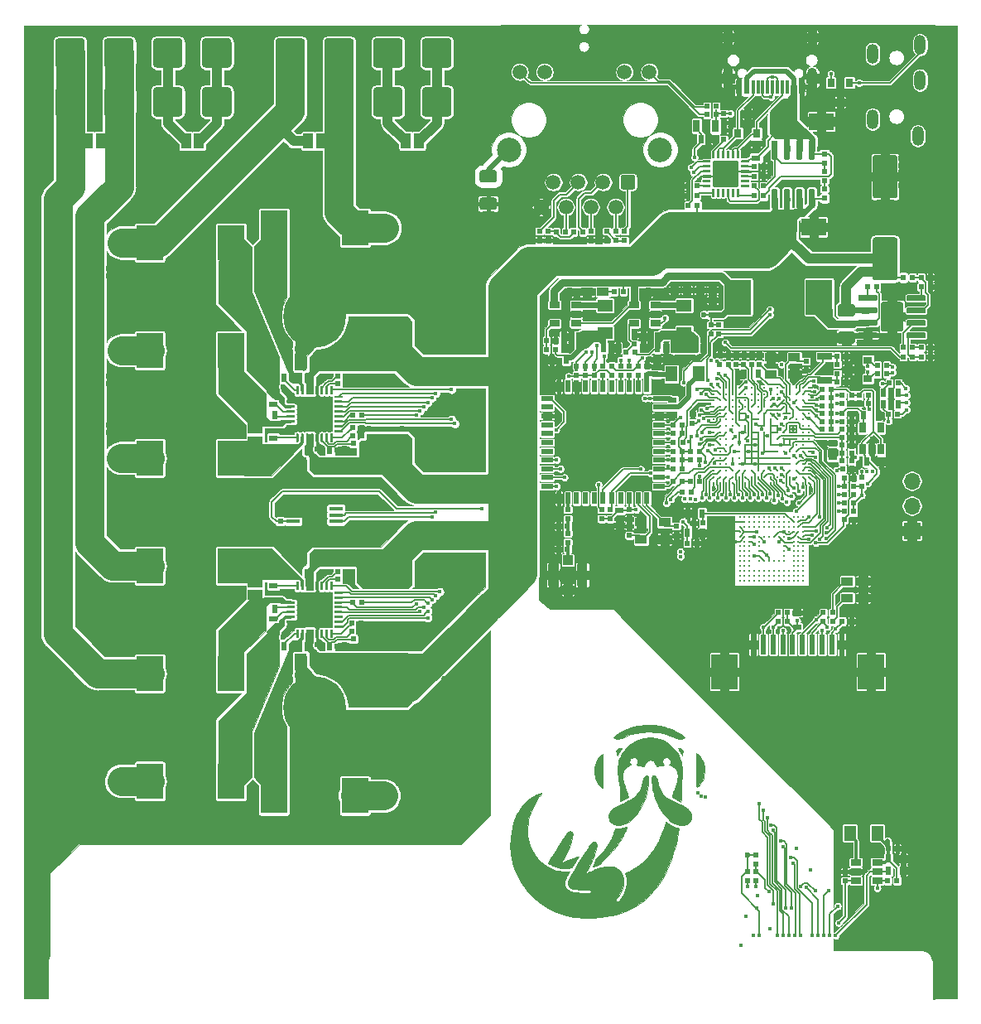
<source format=gtl>
G04 #@! TF.GenerationSoftware,KiCad,Pcbnew,5.1.5+dfsg1-2build2*
G04 #@! TF.CreationDate,2021-03-01T22:52:39+01:00*
G04 #@! TF.ProjectId,OtterCastAmp,4f747465-7243-4617-9374-416d702e6b69,rev?*
G04 #@! TF.SameCoordinates,Original*
G04 #@! TF.FileFunction,Copper,L1,Top*
G04 #@! TF.FilePolarity,Positive*
%FSLAX46Y46*%
G04 Gerber Fmt 4.6, Leading zero omitted, Abs format (unit mm)*
G04 Created by KiCad (PCBNEW 5.1.5+dfsg1-2build2) date 2021-03-01 22:52:39*
%MOMM*%
%LPD*%
G04 APERTURE LIST*
%ADD10C,0.010000*%
%ADD11C,0.245000*%
%ADD12C,0.300000*%
%ADD13R,1.060000X0.650000*%
%ADD14R,0.500000X0.600000*%
%ADD15R,0.600000X0.500000*%
%ADD16R,1.200000X1.600000*%
%ADD17R,2.680000X3.600000*%
%ADD18R,0.610000X2.000000*%
%ADD19R,0.800000X0.900000*%
%ADD20R,0.600000X0.900000*%
%ADD21C,1.500000*%
%ADD22C,2.500000*%
%ADD23C,0.100000*%
%ADD24R,1.225000X0.850000*%
%ADD25R,0.900000X0.600000*%
%ADD26R,1.000000X1.500000*%
%ADD27R,1.500000X1.000000*%
%ADD28R,0.900000X0.800000*%
%ADD29R,1.200000X0.950000*%
%ADD30R,2.700000X3.600000*%
%ADD31R,1.250000X1.750000*%
%ADD32R,1.450000X0.450000*%
%ADD33R,1.600000X1.200000*%
%ADD34O,1.700000X1.700000*%
%ADD35R,1.700000X1.700000*%
%ADD36C,0.800000*%
%ADD37C,6.400000*%
%ADD38R,2.500000X1.800000*%
%ADD39R,1.000000X1.000000*%
%ADD40R,1.050000X2.200000*%
%ADD41R,1.500000X0.750000*%
%ADD42R,0.510000X1.200000*%
%ADD43R,1.200000X0.510000*%
%ADD44R,0.650000X1.060000*%
%ADD45O,1.200000X2.000000*%
%ADD46R,0.600000X1.450000*%
%ADD47O,1.000000X2.100000*%
%ADD48O,1.000000X1.600000*%
%ADD49R,0.300000X1.450000*%
%ADD50R,0.700000X1.300000*%
%ADD51C,0.450000*%
%ADD52C,0.600000*%
%ADD53C,0.300000*%
%ADD54C,0.127000*%
%ADD55C,0.600000*%
%ADD56C,0.500000*%
%ADD57C,0.200000*%
%ADD58C,0.800000*%
%ADD59C,0.400000*%
%ADD60C,1.000000*%
%ADD61C,0.650000*%
%ADD62C,3.000000*%
%ADD63C,0.125000*%
G04 APERTURE END LIST*
D10*
G36*
X164518848Y-121789872D02*
G01*
X164682766Y-121795700D01*
X164806647Y-121804284D01*
X165266122Y-121864643D01*
X165714353Y-121958037D01*
X166146899Y-122082979D01*
X166559324Y-122237983D01*
X166947188Y-122421561D01*
X167306054Y-122632227D01*
X167334643Y-122651046D01*
X167455704Y-122733989D01*
X167567905Y-122815624D01*
X167666436Y-122892003D01*
X167746485Y-122959172D01*
X167803243Y-123013181D01*
X167831900Y-123050078D01*
X167834066Y-123061298D01*
X167811554Y-123081846D01*
X167760897Y-123110712D01*
X167700512Y-123138415D01*
X167630922Y-123164203D01*
X167564126Y-123180030D01*
X167485816Y-123188119D01*
X167381680Y-123190690D01*
X167363417Y-123190737D01*
X167294594Y-123190757D01*
X167238492Y-123189371D01*
X167188683Y-123184586D01*
X167138739Y-123174407D01*
X167082233Y-123156839D01*
X167012735Y-123129889D01*
X166923819Y-123091560D01*
X166809056Y-123039860D01*
X166664117Y-122973750D01*
X166347935Y-122843478D01*
X166010537Y-122732138D01*
X165646172Y-122638106D01*
X165249087Y-122559755D01*
X165130599Y-122540302D01*
X164986098Y-122522578D01*
X164808430Y-122508782D01*
X164606581Y-122498956D01*
X164389538Y-122493139D01*
X164166288Y-122491373D01*
X163945818Y-122493698D01*
X163737114Y-122500155D01*
X163549164Y-122510785D01*
X163390954Y-122525628D01*
X163341750Y-122532197D01*
X162846199Y-122623444D01*
X162376673Y-122746712D01*
X161934116Y-122901728D01*
X161674675Y-123013207D01*
X161564659Y-123062730D01*
X161458646Y-123108063D01*
X161367117Y-123144882D01*
X161300551Y-123168864D01*
X161288583Y-123172476D01*
X161157403Y-123195367D01*
X161011222Y-123198849D01*
X160872681Y-123182865D01*
X160833500Y-123173587D01*
X160756426Y-123148687D01*
X160679512Y-123117894D01*
X160614831Y-123086668D01*
X160574456Y-123060472D01*
X160568404Y-123053671D01*
X160578366Y-123031661D01*
X160618197Y-122990111D01*
X160682720Y-122933231D01*
X160766762Y-122865231D01*
X160865148Y-122790321D01*
X160972703Y-122712713D01*
X161066333Y-122648527D01*
X161406203Y-122444439D01*
X161778494Y-122263994D01*
X162179677Y-122108479D01*
X162606221Y-121979186D01*
X163054597Y-121877403D01*
X163288833Y-121836767D01*
X163410080Y-121822027D01*
X163564558Y-121809645D01*
X163743224Y-121799813D01*
X163937032Y-121792727D01*
X164136935Y-121788579D01*
X164333889Y-121787563D01*
X164518848Y-121789872D01*
G37*
X164518848Y-121789872D02*
X164682766Y-121795700D01*
X164806647Y-121804284D01*
X165266122Y-121864643D01*
X165714353Y-121958037D01*
X166146899Y-122082979D01*
X166559324Y-122237983D01*
X166947188Y-122421561D01*
X167306054Y-122632227D01*
X167334643Y-122651046D01*
X167455704Y-122733989D01*
X167567905Y-122815624D01*
X167666436Y-122892003D01*
X167746485Y-122959172D01*
X167803243Y-123013181D01*
X167831900Y-123050078D01*
X167834066Y-123061298D01*
X167811554Y-123081846D01*
X167760897Y-123110712D01*
X167700512Y-123138415D01*
X167630922Y-123164203D01*
X167564126Y-123180030D01*
X167485816Y-123188119D01*
X167381680Y-123190690D01*
X167363417Y-123190737D01*
X167294594Y-123190757D01*
X167238492Y-123189371D01*
X167188683Y-123184586D01*
X167138739Y-123174407D01*
X167082233Y-123156839D01*
X167012735Y-123129889D01*
X166923819Y-123091560D01*
X166809056Y-123039860D01*
X166664117Y-122973750D01*
X166347935Y-122843478D01*
X166010537Y-122732138D01*
X165646172Y-122638106D01*
X165249087Y-122559755D01*
X165130599Y-122540302D01*
X164986098Y-122522578D01*
X164808430Y-122508782D01*
X164606581Y-122498956D01*
X164389538Y-122493139D01*
X164166288Y-122491373D01*
X163945818Y-122493698D01*
X163737114Y-122500155D01*
X163549164Y-122510785D01*
X163390954Y-122525628D01*
X163341750Y-122532197D01*
X162846199Y-122623444D01*
X162376673Y-122746712D01*
X161934116Y-122901728D01*
X161674675Y-123013207D01*
X161564659Y-123062730D01*
X161458646Y-123108063D01*
X161367117Y-123144882D01*
X161300551Y-123168864D01*
X161288583Y-123172476D01*
X161157403Y-123195367D01*
X161011222Y-123198849D01*
X160872681Y-123182865D01*
X160833500Y-123173587D01*
X160756426Y-123148687D01*
X160679512Y-123117894D01*
X160614831Y-123086668D01*
X160574456Y-123060472D01*
X160568404Y-123053671D01*
X160578366Y-123031661D01*
X160618197Y-122990111D01*
X160682720Y-122933231D01*
X160766762Y-122865231D01*
X160865148Y-122790321D01*
X160972703Y-122712713D01*
X161066333Y-122648527D01*
X161406203Y-122444439D01*
X161778494Y-122263994D01*
X162179677Y-122108479D01*
X162606221Y-121979186D01*
X163054597Y-121877403D01*
X163288833Y-121836767D01*
X163410080Y-121822027D01*
X163564558Y-121809645D01*
X163743224Y-121799813D01*
X163937032Y-121792727D01*
X164136935Y-121788579D01*
X164333889Y-121787563D01*
X164518848Y-121789872D01*
G36*
X167205622Y-124116085D02*
G01*
X167267628Y-124126483D01*
X167332988Y-124142655D01*
X167389325Y-124162394D01*
X167400823Y-124167765D01*
X167485166Y-124222727D01*
X167566663Y-124296530D01*
X167629500Y-124374213D01*
X167642598Y-124396512D01*
X167660456Y-124441645D01*
X167663957Y-124491430D01*
X167653892Y-124562454D01*
X167651168Y-124576429D01*
X167636130Y-124669433D01*
X167625142Y-124768803D01*
X167622501Y-124808730D01*
X167617417Y-124922543D01*
X167567943Y-124819313D01*
X167517608Y-124722210D01*
X167450849Y-124604341D01*
X167375893Y-124479352D01*
X167300970Y-124360891D01*
X167234307Y-124262604D01*
X167222293Y-124246029D01*
X167180530Y-124187225D01*
X167151246Y-124142050D01*
X167141167Y-124121443D01*
X167159343Y-124113669D01*
X167205622Y-124116085D01*
G37*
X167205622Y-124116085D02*
X167267628Y-124126483D01*
X167332988Y-124142655D01*
X167389325Y-124162394D01*
X167400823Y-124167765D01*
X167485166Y-124222727D01*
X167566663Y-124296530D01*
X167629500Y-124374213D01*
X167642598Y-124396512D01*
X167660456Y-124441645D01*
X167663957Y-124491430D01*
X167653892Y-124562454D01*
X167651168Y-124576429D01*
X167636130Y-124669433D01*
X167625142Y-124768803D01*
X167622501Y-124808730D01*
X167617417Y-124922543D01*
X167567943Y-124819313D01*
X167517608Y-124722210D01*
X167450849Y-124604341D01*
X167375893Y-124479352D01*
X167300970Y-124360891D01*
X167234307Y-124262604D01*
X167222293Y-124246029D01*
X167180530Y-124187225D01*
X167151246Y-124142050D01*
X167141167Y-124121443D01*
X167159343Y-124113669D01*
X167205622Y-124116085D01*
G36*
X161385755Y-124116506D02*
G01*
X161422178Y-124130559D01*
X161423228Y-124159544D01*
X161392183Y-124208011D01*
X161385449Y-124216626D01*
X161323476Y-124301929D01*
X161250979Y-124412611D01*
X161175704Y-124535866D01*
X161105399Y-124658885D01*
X161047810Y-124768860D01*
X161034155Y-124797430D01*
X160966943Y-124942277D01*
X160953367Y-124808013D01*
X160920695Y-124656571D01*
X160877915Y-124552660D01*
X160816038Y-124431570D01*
X160875803Y-124349067D01*
X160971524Y-124247225D01*
X161088723Y-124170096D01*
X161216229Y-124123748D01*
X161310680Y-124112833D01*
X161385755Y-124116506D01*
G37*
X161385755Y-124116506D02*
X161422178Y-124130559D01*
X161423228Y-124159544D01*
X161392183Y-124208011D01*
X161385449Y-124216626D01*
X161323476Y-124301929D01*
X161250979Y-124412611D01*
X161175704Y-124535866D01*
X161105399Y-124658885D01*
X161047810Y-124768860D01*
X161034155Y-124797430D01*
X160966943Y-124942277D01*
X160953367Y-124808013D01*
X160920695Y-124656571D01*
X160877915Y-124552660D01*
X160816038Y-124431570D01*
X160875803Y-124349067D01*
X160971524Y-124247225D01*
X161088723Y-124170096D01*
X161216229Y-124123748D01*
X161310680Y-124112833D01*
X161385755Y-124116506D01*
G36*
X169136125Y-124708710D02*
G01*
X169293546Y-124842089D01*
X169440166Y-125010478D01*
X169571625Y-125207050D01*
X169683566Y-125424974D01*
X169771629Y-125657423D01*
X169796768Y-125743799D01*
X169855020Y-126027464D01*
X169880701Y-126315181D01*
X169874982Y-126601957D01*
X169839029Y-126882801D01*
X169774012Y-127152721D01*
X169681099Y-127406723D01*
X169561459Y-127639817D01*
X169416261Y-127847009D01*
X169267549Y-128004609D01*
X169204121Y-128060643D01*
X169148004Y-128106825D01*
X169110271Y-128134087D01*
X169107517Y-128135650D01*
X169100334Y-128138569D01*
X169094062Y-128137360D01*
X169088640Y-128129370D01*
X169084005Y-128111945D01*
X169080095Y-128082433D01*
X169076850Y-128038180D01*
X169074207Y-127976534D01*
X169072104Y-127894842D01*
X169070480Y-127790450D01*
X169069274Y-127660706D01*
X169068422Y-127502956D01*
X169067865Y-127314548D01*
X169067539Y-127092828D01*
X169067383Y-126835144D01*
X169067336Y-126538842D01*
X169067333Y-126408720D01*
X169067333Y-124660284D01*
X169136125Y-124708710D01*
G37*
X169136125Y-124708710D02*
X169293546Y-124842089D01*
X169440166Y-125010478D01*
X169571625Y-125207050D01*
X169683566Y-125424974D01*
X169771629Y-125657423D01*
X169796768Y-125743799D01*
X169855020Y-126027464D01*
X169880701Y-126315181D01*
X169874982Y-126601957D01*
X169839029Y-126882801D01*
X169774012Y-127152721D01*
X169681099Y-127406723D01*
X169561459Y-127639817D01*
X169416261Y-127847009D01*
X169267549Y-128004609D01*
X169204121Y-128060643D01*
X169148004Y-128106825D01*
X169110271Y-128134087D01*
X169107517Y-128135650D01*
X169100334Y-128138569D01*
X169094062Y-128137360D01*
X169088640Y-128129370D01*
X169084005Y-128111945D01*
X169080095Y-128082433D01*
X169076850Y-128038180D01*
X169074207Y-127976534D01*
X169072104Y-127894842D01*
X169070480Y-127790450D01*
X169069274Y-127660706D01*
X169068422Y-127502956D01*
X169067865Y-127314548D01*
X169067539Y-127092828D01*
X169067383Y-126835144D01*
X169067336Y-126538842D01*
X169067333Y-126408720D01*
X169067333Y-124660284D01*
X169136125Y-124708710D01*
G36*
X159457667Y-126492886D02*
G01*
X159457563Y-126759115D01*
X159457262Y-127012799D01*
X159456779Y-127250799D01*
X159456131Y-127469979D01*
X159455334Y-127667199D01*
X159454402Y-127839322D01*
X159453352Y-127983210D01*
X159452200Y-128095725D01*
X159450961Y-128173730D01*
X159449651Y-128214086D01*
X159448984Y-128219167D01*
X159429162Y-128207078D01*
X159386262Y-128175616D01*
X159337859Y-128138095D01*
X159149181Y-127962474D01*
X158988228Y-127758897D01*
X158855529Y-127531852D01*
X158751616Y-127285827D01*
X158677019Y-127025312D01*
X158632269Y-126754794D01*
X158617896Y-126478761D01*
X158634432Y-126201702D01*
X158682407Y-125928105D01*
X158762352Y-125662459D01*
X158874797Y-125409251D01*
X158992033Y-125213451D01*
X159063034Y-125119032D01*
X159148281Y-125021042D01*
X159238215Y-124929259D01*
X159323277Y-124853462D01*
X159391430Y-124804845D01*
X159457667Y-124766606D01*
X159457667Y-126492886D01*
G37*
X159457667Y-126492886D02*
X159457563Y-126759115D01*
X159457262Y-127012799D01*
X159456779Y-127250799D01*
X159456131Y-127469979D01*
X159455334Y-127667199D01*
X159454402Y-127839322D01*
X159453352Y-127983210D01*
X159452200Y-128095725D01*
X159450961Y-128173730D01*
X159449651Y-128214086D01*
X159448984Y-128219167D01*
X159429162Y-128207078D01*
X159386262Y-128175616D01*
X159337859Y-128138095D01*
X159149181Y-127962474D01*
X158988228Y-127758897D01*
X158855529Y-127531852D01*
X158751616Y-127285827D01*
X158677019Y-127025312D01*
X158632269Y-126754794D01*
X158617896Y-126478761D01*
X158634432Y-126201702D01*
X158682407Y-125928105D01*
X158762352Y-125662459D01*
X158874797Y-125409251D01*
X158992033Y-125213451D01*
X159063034Y-125119032D01*
X159148281Y-125021042D01*
X159238215Y-124929259D01*
X159323277Y-124853462D01*
X159391430Y-124804845D01*
X159457667Y-124766606D01*
X159457667Y-126492886D01*
G36*
X164567702Y-123077146D02*
G01*
X164795353Y-123100180D01*
X165013891Y-123141457D01*
X165238837Y-123203398D01*
X165301892Y-123223716D01*
X165609693Y-123340850D01*
X165891085Y-123481387D01*
X166154124Y-123650344D01*
X166406869Y-123852739D01*
X166592117Y-124027096D01*
X166844699Y-124304355D01*
X167058061Y-124592807D01*
X167234574Y-124895758D01*
X167276327Y-124980691D01*
X167369906Y-125192903D01*
X167446741Y-125401256D01*
X167507460Y-125611055D01*
X167552689Y-125827605D01*
X167583058Y-126056210D01*
X167599191Y-126302176D01*
X167601718Y-126570807D01*
X167591266Y-126867408D01*
X167568461Y-127197284D01*
X167555712Y-127343103D01*
X167534131Y-127594576D01*
X167518391Y-127821265D01*
X167507703Y-128039593D01*
X167501279Y-128265982D01*
X167498327Y-128516854D01*
X167498215Y-128539020D01*
X167496984Y-128709141D01*
X167494952Y-128878624D01*
X167492279Y-129038988D01*
X167489128Y-129181748D01*
X167485658Y-129298423D01*
X167482340Y-129375126D01*
X167469250Y-129610336D01*
X167395167Y-129577357D01*
X167286762Y-129528130D01*
X167166334Y-129471844D01*
X167041703Y-129412325D01*
X166920691Y-129353398D01*
X166811118Y-129298891D01*
X166720807Y-129252628D01*
X166657579Y-129218435D01*
X166639825Y-129207866D01*
X166551234Y-129151695D01*
X166601589Y-128965889D01*
X166624820Y-128882371D01*
X166648907Y-128801268D01*
X166676128Y-128715895D01*
X166708764Y-128619571D01*
X166749096Y-128505613D01*
X166799403Y-128367337D01*
X166861965Y-128198061D01*
X166881661Y-128145083D01*
X166989839Y-127835103D01*
X167071638Y-127555593D01*
X167126993Y-127303863D01*
X167155840Y-127077223D01*
X167158115Y-126872984D01*
X167133753Y-126688455D01*
X167082691Y-126520946D01*
X167004864Y-126367768D01*
X166900209Y-126226231D01*
X166834247Y-126155420D01*
X166719041Y-126054951D01*
X166593779Y-125970835D01*
X166469586Y-125909596D01*
X166361997Y-125878434D01*
X166307697Y-125867792D01*
X166276373Y-125857860D01*
X166273333Y-125854966D01*
X166284742Y-125833698D01*
X166313144Y-125792214D01*
X166323327Y-125778296D01*
X166391291Y-125656435D01*
X166417916Y-125532655D01*
X166403464Y-125410931D01*
X166348200Y-125295239D01*
X166286408Y-125221004D01*
X166183982Y-125142175D01*
X166077319Y-125100699D01*
X165970707Y-125092460D01*
X165868440Y-125113347D01*
X165774808Y-125159245D01*
X165694101Y-125226042D01*
X165630612Y-125309624D01*
X165588631Y-125405877D01*
X165572449Y-125510689D01*
X165586358Y-125619946D01*
X165634649Y-125729534D01*
X165685100Y-125797399D01*
X165720824Y-125840096D01*
X165739125Y-125866037D01*
X165739478Y-125869667D01*
X165706166Y-125873621D01*
X165640148Y-125884375D01*
X165550197Y-125900262D01*
X165445086Y-125919619D01*
X165333588Y-125940780D01*
X165224475Y-125962080D01*
X165126520Y-125981855D01*
X165048496Y-125998438D01*
X164999176Y-126010166D01*
X164999147Y-126010174D01*
X164972025Y-126005789D01*
X164951158Y-125970242D01*
X164940660Y-125936237D01*
X164904642Y-125847020D01*
X164844743Y-125745535D01*
X164768539Y-125640922D01*
X164683606Y-125542322D01*
X164597520Y-125458874D01*
X164517858Y-125399720D01*
X164480673Y-125381283D01*
X164385045Y-125360386D01*
X164280693Y-125361585D01*
X164186362Y-125383743D01*
X164150409Y-125401326D01*
X164087656Y-125448945D01*
X164010694Y-125520043D01*
X163929983Y-125603699D01*
X163855986Y-125688989D01*
X163799163Y-125764992D01*
X163793081Y-125774417D01*
X163753155Y-125846762D01*
X163719678Y-125922036D01*
X163713296Y-125939909D01*
X163689819Y-125993646D01*
X163664931Y-126010436D01*
X163654367Y-126008305D01*
X163624531Y-126000940D01*
X163561608Y-125987902D01*
X163474218Y-125970782D01*
X163370980Y-125951167D01*
X163260511Y-125930650D01*
X163151432Y-125910818D01*
X163052362Y-125893263D01*
X162971919Y-125879574D01*
X162918722Y-125871340D01*
X162902753Y-125869667D01*
X162902886Y-125855840D01*
X162926361Y-125820715D01*
X162945733Y-125797399D01*
X163016692Y-125688186D01*
X163050537Y-125570970D01*
X163049766Y-125452683D01*
X163016877Y-125340253D01*
X162954368Y-125240611D01*
X162864737Y-125160686D01*
X162750481Y-125107410D01*
X162692197Y-125094056D01*
X162577750Y-125095230D01*
X162468512Y-125131618D01*
X162371043Y-125196597D01*
X162291902Y-125283548D01*
X162237649Y-125385849D01*
X162214844Y-125496879D01*
X162220008Y-125570680D01*
X162257579Y-125689131D01*
X162319137Y-125794398D01*
X162339807Y-125819177D01*
X162380663Y-125863937D01*
X162291001Y-125878274D01*
X162160115Y-125917352D01*
X162024053Y-125989986D01*
X161890902Y-126089528D01*
X161768749Y-126209333D01*
X161665680Y-126342754D01*
X161610961Y-126437186D01*
X161549729Y-126576523D01*
X161511859Y-126709138D01*
X161494602Y-126849666D01*
X161495212Y-127012741D01*
X161496934Y-127044417D01*
X161509933Y-127188083D01*
X161532644Y-127334878D01*
X161566726Y-127491224D01*
X161613840Y-127663540D01*
X161675647Y-127858246D01*
X161753806Y-128081763D01*
X161792517Y-128187417D01*
X161874172Y-128411878D01*
X161944161Y-128612680D01*
X162001479Y-128786674D01*
X162045121Y-128930710D01*
X162074081Y-129041640D01*
X162086478Y-129108167D01*
X162086195Y-129127222D01*
X162077272Y-129145837D01*
X162055003Y-129167068D01*
X162014681Y-129193966D01*
X161951602Y-129229585D01*
X161861058Y-129276980D01*
X161738345Y-129339203D01*
X161703201Y-129356875D01*
X161584754Y-129415843D01*
X161478545Y-129467697D01*
X161390576Y-129509589D01*
X161326849Y-129538671D01*
X161293367Y-129552097D01*
X161290451Y-129552674D01*
X161282228Y-129536420D01*
X161276602Y-129486276D01*
X161273500Y-129400181D01*
X161272852Y-129276072D01*
X161274587Y-129111888D01*
X161274779Y-129099881D01*
X161276434Y-128877807D01*
X161273110Y-128678006D01*
X161263920Y-128489461D01*
X161247983Y-128301151D01*
X161224414Y-128102059D01*
X161192330Y-127881167D01*
X161162003Y-127693702D01*
X161108545Y-127356928D01*
X161067067Y-127057672D01*
X161037309Y-126792926D01*
X161019012Y-126559682D01*
X161011916Y-126354933D01*
X161015763Y-126175671D01*
X161022990Y-126081333D01*
X161061866Y-125788636D01*
X161119321Y-125521368D01*
X161199377Y-125265211D01*
X161306056Y-125005841D01*
X161352890Y-124906583D01*
X161521359Y-124605916D01*
X161724592Y-124321609D01*
X161957995Y-124057929D01*
X162216973Y-123819140D01*
X162496932Y-123609511D01*
X162793278Y-123433306D01*
X163079677Y-123303126D01*
X163346730Y-123208657D01*
X163597566Y-123140859D01*
X163846461Y-123097037D01*
X164107692Y-123074498D01*
X164315417Y-123069936D01*
X164567702Y-123077146D01*
G37*
X164567702Y-123077146D02*
X164795353Y-123100180D01*
X165013891Y-123141457D01*
X165238837Y-123203398D01*
X165301892Y-123223716D01*
X165609693Y-123340850D01*
X165891085Y-123481387D01*
X166154124Y-123650344D01*
X166406869Y-123852739D01*
X166592117Y-124027096D01*
X166844699Y-124304355D01*
X167058061Y-124592807D01*
X167234574Y-124895758D01*
X167276327Y-124980691D01*
X167369906Y-125192903D01*
X167446741Y-125401256D01*
X167507460Y-125611055D01*
X167552689Y-125827605D01*
X167583058Y-126056210D01*
X167599191Y-126302176D01*
X167601718Y-126570807D01*
X167591266Y-126867408D01*
X167568461Y-127197284D01*
X167555712Y-127343103D01*
X167534131Y-127594576D01*
X167518391Y-127821265D01*
X167507703Y-128039593D01*
X167501279Y-128265982D01*
X167498327Y-128516854D01*
X167498215Y-128539020D01*
X167496984Y-128709141D01*
X167494952Y-128878624D01*
X167492279Y-129038988D01*
X167489128Y-129181748D01*
X167485658Y-129298423D01*
X167482340Y-129375126D01*
X167469250Y-129610336D01*
X167395167Y-129577357D01*
X167286762Y-129528130D01*
X167166334Y-129471844D01*
X167041703Y-129412325D01*
X166920691Y-129353398D01*
X166811118Y-129298891D01*
X166720807Y-129252628D01*
X166657579Y-129218435D01*
X166639825Y-129207866D01*
X166551234Y-129151695D01*
X166601589Y-128965889D01*
X166624820Y-128882371D01*
X166648907Y-128801268D01*
X166676128Y-128715895D01*
X166708764Y-128619571D01*
X166749096Y-128505613D01*
X166799403Y-128367337D01*
X166861965Y-128198061D01*
X166881661Y-128145083D01*
X166989839Y-127835103D01*
X167071638Y-127555593D01*
X167126993Y-127303863D01*
X167155840Y-127077223D01*
X167158115Y-126872984D01*
X167133753Y-126688455D01*
X167082691Y-126520946D01*
X167004864Y-126367768D01*
X166900209Y-126226231D01*
X166834247Y-126155420D01*
X166719041Y-126054951D01*
X166593779Y-125970835D01*
X166469586Y-125909596D01*
X166361997Y-125878434D01*
X166307697Y-125867792D01*
X166276373Y-125857860D01*
X166273333Y-125854966D01*
X166284742Y-125833698D01*
X166313144Y-125792214D01*
X166323327Y-125778296D01*
X166391291Y-125656435D01*
X166417916Y-125532655D01*
X166403464Y-125410931D01*
X166348200Y-125295239D01*
X166286408Y-125221004D01*
X166183982Y-125142175D01*
X166077319Y-125100699D01*
X165970707Y-125092460D01*
X165868440Y-125113347D01*
X165774808Y-125159245D01*
X165694101Y-125226042D01*
X165630612Y-125309624D01*
X165588631Y-125405877D01*
X165572449Y-125510689D01*
X165586358Y-125619946D01*
X165634649Y-125729534D01*
X165685100Y-125797399D01*
X165720824Y-125840096D01*
X165739125Y-125866037D01*
X165739478Y-125869667D01*
X165706166Y-125873621D01*
X165640148Y-125884375D01*
X165550197Y-125900262D01*
X165445086Y-125919619D01*
X165333588Y-125940780D01*
X165224475Y-125962080D01*
X165126520Y-125981855D01*
X165048496Y-125998438D01*
X164999176Y-126010166D01*
X164999147Y-126010174D01*
X164972025Y-126005789D01*
X164951158Y-125970242D01*
X164940660Y-125936237D01*
X164904642Y-125847020D01*
X164844743Y-125745535D01*
X164768539Y-125640922D01*
X164683606Y-125542322D01*
X164597520Y-125458874D01*
X164517858Y-125399720D01*
X164480673Y-125381283D01*
X164385045Y-125360386D01*
X164280693Y-125361585D01*
X164186362Y-125383743D01*
X164150409Y-125401326D01*
X164087656Y-125448945D01*
X164010694Y-125520043D01*
X163929983Y-125603699D01*
X163855986Y-125688989D01*
X163799163Y-125764992D01*
X163793081Y-125774417D01*
X163753155Y-125846762D01*
X163719678Y-125922036D01*
X163713296Y-125939909D01*
X163689819Y-125993646D01*
X163664931Y-126010436D01*
X163654367Y-126008305D01*
X163624531Y-126000940D01*
X163561608Y-125987902D01*
X163474218Y-125970782D01*
X163370980Y-125951167D01*
X163260511Y-125930650D01*
X163151432Y-125910818D01*
X163052362Y-125893263D01*
X162971919Y-125879574D01*
X162918722Y-125871340D01*
X162902753Y-125869667D01*
X162902886Y-125855840D01*
X162926361Y-125820715D01*
X162945733Y-125797399D01*
X163016692Y-125688186D01*
X163050537Y-125570970D01*
X163049766Y-125452683D01*
X163016877Y-125340253D01*
X162954368Y-125240611D01*
X162864737Y-125160686D01*
X162750481Y-125107410D01*
X162692197Y-125094056D01*
X162577750Y-125095230D01*
X162468512Y-125131618D01*
X162371043Y-125196597D01*
X162291902Y-125283548D01*
X162237649Y-125385849D01*
X162214844Y-125496879D01*
X162220008Y-125570680D01*
X162257579Y-125689131D01*
X162319137Y-125794398D01*
X162339807Y-125819177D01*
X162380663Y-125863937D01*
X162291001Y-125878274D01*
X162160115Y-125917352D01*
X162024053Y-125989986D01*
X161890902Y-126089528D01*
X161768749Y-126209333D01*
X161665680Y-126342754D01*
X161610961Y-126437186D01*
X161549729Y-126576523D01*
X161511859Y-126709138D01*
X161494602Y-126849666D01*
X161495212Y-127012741D01*
X161496934Y-127044417D01*
X161509933Y-127188083D01*
X161532644Y-127334878D01*
X161566726Y-127491224D01*
X161613840Y-127663540D01*
X161675647Y-127858246D01*
X161753806Y-128081763D01*
X161792517Y-128187417D01*
X161874172Y-128411878D01*
X161944161Y-128612680D01*
X162001479Y-128786674D01*
X162045121Y-128930710D01*
X162074081Y-129041640D01*
X162086478Y-129108167D01*
X162086195Y-129127222D01*
X162077272Y-129145837D01*
X162055003Y-129167068D01*
X162014681Y-129193966D01*
X161951602Y-129229585D01*
X161861058Y-129276980D01*
X161738345Y-129339203D01*
X161703201Y-129356875D01*
X161584754Y-129415843D01*
X161478545Y-129467697D01*
X161390576Y-129509589D01*
X161326849Y-129538671D01*
X161293367Y-129552097D01*
X161290451Y-129552674D01*
X161282228Y-129536420D01*
X161276602Y-129486276D01*
X161273500Y-129400181D01*
X161272852Y-129276072D01*
X161274587Y-129111888D01*
X161274779Y-129099881D01*
X161276434Y-128877807D01*
X161273110Y-128678006D01*
X161263920Y-128489461D01*
X161247983Y-128301151D01*
X161224414Y-128102059D01*
X161192330Y-127881167D01*
X161162003Y-127693702D01*
X161108545Y-127356928D01*
X161067067Y-127057672D01*
X161037309Y-126792926D01*
X161019012Y-126559682D01*
X161011916Y-126354933D01*
X161015763Y-126175671D01*
X161022990Y-126081333D01*
X161061866Y-125788636D01*
X161119321Y-125521368D01*
X161199377Y-125265211D01*
X161306056Y-125005841D01*
X161352890Y-124906583D01*
X161521359Y-124605916D01*
X161724592Y-124321609D01*
X161957995Y-124057929D01*
X162216973Y-123819140D01*
X162496932Y-123609511D01*
X162793278Y-123433306D01*
X163079677Y-123303126D01*
X163346730Y-123208657D01*
X163597566Y-123140859D01*
X163846461Y-123097037D01*
X164107692Y-123074498D01*
X164315417Y-123069936D01*
X164567702Y-123077146D01*
G36*
X164745220Y-126918891D02*
G01*
X164824687Y-126966490D01*
X164907725Y-127056054D01*
X164928475Y-127084162D01*
X164976696Y-127164049D01*
X165019763Y-127262901D01*
X165059445Y-127386340D01*
X165097513Y-127539986D01*
X165135736Y-127729461D01*
X165141479Y-127760698D01*
X165185603Y-127971454D01*
X165237149Y-128151386D01*
X165300397Y-128311890D01*
X165379626Y-128464357D01*
X165445636Y-128570507D01*
X165585783Y-128762321D01*
X165747073Y-128942797D01*
X165932396Y-129113941D01*
X166144646Y-129277758D01*
X166386716Y-129436252D01*
X166661496Y-129591429D01*
X166971881Y-129745293D01*
X167320761Y-129899850D01*
X167426917Y-129944007D01*
X167598541Y-130015755D01*
X167737083Y-130077242D01*
X167849336Y-130132420D01*
X167942096Y-130185240D01*
X168022155Y-130239654D01*
X168096308Y-130299612D01*
X168171350Y-130369066D01*
X168191107Y-130388437D01*
X168285813Y-130487265D01*
X168356441Y-130574921D01*
X168413228Y-130665025D01*
X168445107Y-130726319D01*
X168480541Y-130800102D01*
X168504021Y-130857371D01*
X168518006Y-130910432D01*
X168524955Y-130971592D01*
X168527328Y-131053159D01*
X168527583Y-131139069D01*
X168526811Y-131247451D01*
X168523207Y-131325044D01*
X168514841Y-131383383D01*
X168499780Y-131434005D01*
X168476094Y-131488443D01*
X168465383Y-131510583D01*
X168366278Y-131666094D01*
X168235543Y-131797575D01*
X168079156Y-131900434D01*
X167903094Y-131970079D01*
X167850250Y-131983184D01*
X167651633Y-132012293D01*
X167453686Y-132015892D01*
X167355537Y-132007029D01*
X167110524Y-131953476D01*
X166863254Y-131859605D01*
X166615965Y-131727193D01*
X166370895Y-131558016D01*
X166130282Y-131353850D01*
X165896363Y-131116472D01*
X165671376Y-130847657D01*
X165457560Y-130549183D01*
X165392743Y-130449089D01*
X165310861Y-130310879D01*
X165220452Y-130143611D01*
X165126798Y-129958245D01*
X165035179Y-129765741D01*
X164950878Y-129577059D01*
X164879177Y-129403158D01*
X164845472Y-129313465D01*
X164698797Y-128845369D01*
X164591491Y-128370341D01*
X164524495Y-127893179D01*
X164502134Y-127561783D01*
X164497860Y-127384395D01*
X164500168Y-127243991D01*
X164509814Y-127135627D01*
X164527551Y-127054357D01*
X164554135Y-126995234D01*
X164590318Y-126953315D01*
X164595586Y-126949013D01*
X164668971Y-126913113D01*
X164745220Y-126918891D01*
G37*
X164745220Y-126918891D02*
X164824687Y-126966490D01*
X164907725Y-127056054D01*
X164928475Y-127084162D01*
X164976696Y-127164049D01*
X165019763Y-127262901D01*
X165059445Y-127386340D01*
X165097513Y-127539986D01*
X165135736Y-127729461D01*
X165141479Y-127760698D01*
X165185603Y-127971454D01*
X165237149Y-128151386D01*
X165300397Y-128311890D01*
X165379626Y-128464357D01*
X165445636Y-128570507D01*
X165585783Y-128762321D01*
X165747073Y-128942797D01*
X165932396Y-129113941D01*
X166144646Y-129277758D01*
X166386716Y-129436252D01*
X166661496Y-129591429D01*
X166971881Y-129745293D01*
X167320761Y-129899850D01*
X167426917Y-129944007D01*
X167598541Y-130015755D01*
X167737083Y-130077242D01*
X167849336Y-130132420D01*
X167942096Y-130185240D01*
X168022155Y-130239654D01*
X168096308Y-130299612D01*
X168171350Y-130369066D01*
X168191107Y-130388437D01*
X168285813Y-130487265D01*
X168356441Y-130574921D01*
X168413228Y-130665025D01*
X168445107Y-130726319D01*
X168480541Y-130800102D01*
X168504021Y-130857371D01*
X168518006Y-130910432D01*
X168524955Y-130971592D01*
X168527328Y-131053159D01*
X168527583Y-131139069D01*
X168526811Y-131247451D01*
X168523207Y-131325044D01*
X168514841Y-131383383D01*
X168499780Y-131434005D01*
X168476094Y-131488443D01*
X168465383Y-131510583D01*
X168366278Y-131666094D01*
X168235543Y-131797575D01*
X168079156Y-131900434D01*
X167903094Y-131970079D01*
X167850250Y-131983184D01*
X167651633Y-132012293D01*
X167453686Y-132015892D01*
X167355537Y-132007029D01*
X167110524Y-131953476D01*
X166863254Y-131859605D01*
X166615965Y-131727193D01*
X166370895Y-131558016D01*
X166130282Y-131353850D01*
X165896363Y-131116472D01*
X165671376Y-130847657D01*
X165457560Y-130549183D01*
X165392743Y-130449089D01*
X165310861Y-130310879D01*
X165220452Y-130143611D01*
X165126798Y-129958245D01*
X165035179Y-129765741D01*
X164950878Y-129577059D01*
X164879177Y-129403158D01*
X164845472Y-129313465D01*
X164698797Y-128845369D01*
X164591491Y-128370341D01*
X164524495Y-127893179D01*
X164502134Y-127561783D01*
X164497860Y-127384395D01*
X164500168Y-127243991D01*
X164509814Y-127135627D01*
X164527551Y-127054357D01*
X164554135Y-126995234D01*
X164590318Y-126953315D01*
X164595586Y-126949013D01*
X164668971Y-126913113D01*
X164745220Y-126918891D01*
G36*
X164015195Y-126935072D02*
G01*
X164034563Y-126948475D01*
X164072089Y-126986707D01*
X164099514Y-127037956D01*
X164118183Y-127108580D01*
X164129439Y-127204935D01*
X164134625Y-127333378D01*
X164135382Y-127425546D01*
X164116129Y-127851428D01*
X164059285Y-128286437D01*
X163966762Y-128724482D01*
X163840470Y-129159468D01*
X163682321Y-129585304D01*
X163494225Y-129995895D01*
X163278096Y-130385149D01*
X163139507Y-130600417D01*
X162924006Y-130894303D01*
X162699214Y-131156924D01*
X162467075Y-131387062D01*
X162229532Y-131583495D01*
X161988527Y-131745003D01*
X161746005Y-131870368D01*
X161503908Y-131958368D01*
X161264179Y-132007785D01*
X161028762Y-132017397D01*
X160901789Y-132005271D01*
X160696152Y-131957677D01*
X160517381Y-131880066D01*
X160367444Y-131774433D01*
X160248311Y-131642773D01*
X160161948Y-131487079D01*
X160110325Y-131309347D01*
X160096655Y-131189455D01*
X160104516Y-130994410D01*
X160150303Y-130811008D01*
X160235364Y-130635857D01*
X160361045Y-130465565D01*
X160402111Y-130419987D01*
X160480014Y-130343682D01*
X160567438Y-130272974D01*
X160670026Y-130204553D01*
X160793423Y-130135110D01*
X160943273Y-130061334D01*
X161125218Y-129979916D01*
X161225083Y-129937370D01*
X161566025Y-129788445D01*
X161868532Y-129644140D01*
X162135934Y-129502156D01*
X162371560Y-129360193D01*
X162578739Y-129215953D01*
X162760802Y-129067135D01*
X162921077Y-128911442D01*
X163062894Y-128746572D01*
X163176737Y-128589583D01*
X163247839Y-128479124D01*
X163305871Y-128377079D01*
X163353873Y-128275190D01*
X163394887Y-128165199D01*
X163431955Y-128038845D01*
X163468118Y-127887871D01*
X163506418Y-127704018D01*
X163510545Y-127683193D01*
X163552258Y-127490395D01*
X163594745Y-127334306D01*
X163640209Y-127209322D01*
X163690854Y-127109842D01*
X163748881Y-127030265D01*
X163780300Y-126997204D01*
X163863864Y-126934768D01*
X163942308Y-126914029D01*
X164015195Y-126935072D01*
G37*
X164015195Y-126935072D02*
X164034563Y-126948475D01*
X164072089Y-126986707D01*
X164099514Y-127037956D01*
X164118183Y-127108580D01*
X164129439Y-127204935D01*
X164134625Y-127333378D01*
X164135382Y-127425546D01*
X164116129Y-127851428D01*
X164059285Y-128286437D01*
X163966762Y-128724482D01*
X163840470Y-129159468D01*
X163682321Y-129585304D01*
X163494225Y-129995895D01*
X163278096Y-130385149D01*
X163139507Y-130600417D01*
X162924006Y-130894303D01*
X162699214Y-131156924D01*
X162467075Y-131387062D01*
X162229532Y-131583495D01*
X161988527Y-131745003D01*
X161746005Y-131870368D01*
X161503908Y-131958368D01*
X161264179Y-132007785D01*
X161028762Y-132017397D01*
X160901789Y-132005271D01*
X160696152Y-131957677D01*
X160517381Y-131880066D01*
X160367444Y-131774433D01*
X160248311Y-131642773D01*
X160161948Y-131487079D01*
X160110325Y-131309347D01*
X160096655Y-131189455D01*
X160104516Y-130994410D01*
X160150303Y-130811008D01*
X160235364Y-130635857D01*
X160361045Y-130465565D01*
X160402111Y-130419987D01*
X160480014Y-130343682D01*
X160567438Y-130272974D01*
X160670026Y-130204553D01*
X160793423Y-130135110D01*
X160943273Y-130061334D01*
X161125218Y-129979916D01*
X161225083Y-129937370D01*
X161566025Y-129788445D01*
X161868532Y-129644140D01*
X162135934Y-129502156D01*
X162371560Y-129360193D01*
X162578739Y-129215953D01*
X162760802Y-129067135D01*
X162921077Y-128911442D01*
X163062894Y-128746572D01*
X163176737Y-128589583D01*
X163247839Y-128479124D01*
X163305871Y-128377079D01*
X163353873Y-128275190D01*
X163394887Y-128165199D01*
X163431955Y-128038845D01*
X163468118Y-127887871D01*
X163506418Y-127704018D01*
X163510545Y-127683193D01*
X163552258Y-127490395D01*
X163594745Y-127334306D01*
X163640209Y-127209322D01*
X163690854Y-127109842D01*
X163748881Y-127030265D01*
X163780300Y-126997204D01*
X163863864Y-126934768D01*
X163942308Y-126914029D01*
X164015195Y-126935072D01*
G36*
X161947590Y-132162534D02*
G01*
X161945263Y-132186776D01*
X161927876Y-132243027D01*
X161898091Y-132324853D01*
X161858570Y-132425818D01*
X161811977Y-132539488D01*
X161760973Y-132659427D01*
X161708222Y-132779200D01*
X161656387Y-132892374D01*
X161608130Y-132992511D01*
X161586746Y-133034583D01*
X161474856Y-133242758D01*
X161359546Y-133442106D01*
X161237823Y-133636514D01*
X161106696Y-133829867D01*
X160963174Y-134026050D01*
X160804263Y-134228949D01*
X160626974Y-134442451D01*
X160428313Y-134670439D01*
X160205290Y-134916800D01*
X159954912Y-135185420D01*
X159825848Y-135321607D01*
X159705181Y-135448492D01*
X159590003Y-135569860D01*
X159484587Y-135681190D01*
X159393205Y-135777960D01*
X159320129Y-135855649D01*
X159269633Y-135909736D01*
X159252928Y-135927900D01*
X159216143Y-135966207D01*
X159179392Y-135997034D01*
X159134935Y-136024359D01*
X159075030Y-136052162D01*
X158991934Y-136084421D01*
X158877905Y-136125116D01*
X158850762Y-136134598D01*
X158717331Y-136181099D01*
X158618644Y-136215297D01*
X158549462Y-136238800D01*
X158504547Y-136253221D01*
X158478662Y-136260168D01*
X158466568Y-136261253D01*
X158463027Y-136258085D01*
X158462833Y-136253857D01*
X158471648Y-136229631D01*
X158494939Y-136178079D01*
X158527976Y-136109599D01*
X158533769Y-136097930D01*
X158570060Y-136022012D01*
X158616583Y-135920234D01*
X158667374Y-135805847D01*
X158716468Y-135692102D01*
X158716935Y-135691000D01*
X158829167Y-135426417D01*
X159138125Y-135108707D01*
X159396193Y-134833420D01*
X159621952Y-134570159D01*
X159820666Y-134311444D01*
X159997597Y-134049793D01*
X160158008Y-133777726D01*
X160307162Y-133487761D01*
X160365078Y-133364591D01*
X160421414Y-133236376D01*
X160484577Y-133083632D01*
X160549857Y-132918553D01*
X160612548Y-132753336D01*
X160667940Y-132600175D01*
X160711325Y-132471267D01*
X160717211Y-132452500D01*
X160753222Y-132336083D01*
X161073819Y-132335845D01*
X161233956Y-132333515D01*
X161364635Y-132325276D01*
X161478576Y-132308851D01*
X161588499Y-132281965D01*
X161707122Y-132242343D01*
X161803357Y-132205330D01*
X161871822Y-132180057D01*
X161923541Y-132164669D01*
X161947487Y-132162439D01*
X161947590Y-132162534D01*
G37*
X161947590Y-132162534D02*
X161945263Y-132186776D01*
X161927876Y-132243027D01*
X161898091Y-132324853D01*
X161858570Y-132425818D01*
X161811977Y-132539488D01*
X161760973Y-132659427D01*
X161708222Y-132779200D01*
X161656387Y-132892374D01*
X161608130Y-132992511D01*
X161586746Y-133034583D01*
X161474856Y-133242758D01*
X161359546Y-133442106D01*
X161237823Y-133636514D01*
X161106696Y-133829867D01*
X160963174Y-134026050D01*
X160804263Y-134228949D01*
X160626974Y-134442451D01*
X160428313Y-134670439D01*
X160205290Y-134916800D01*
X159954912Y-135185420D01*
X159825848Y-135321607D01*
X159705181Y-135448492D01*
X159590003Y-135569860D01*
X159484587Y-135681190D01*
X159393205Y-135777960D01*
X159320129Y-135855649D01*
X159269633Y-135909736D01*
X159252928Y-135927900D01*
X159216143Y-135966207D01*
X159179392Y-135997034D01*
X159134935Y-136024359D01*
X159075030Y-136052162D01*
X158991934Y-136084421D01*
X158877905Y-136125116D01*
X158850762Y-136134598D01*
X158717331Y-136181099D01*
X158618644Y-136215297D01*
X158549462Y-136238800D01*
X158504547Y-136253221D01*
X158478662Y-136260168D01*
X158466568Y-136261253D01*
X158463027Y-136258085D01*
X158462833Y-136253857D01*
X158471648Y-136229631D01*
X158494939Y-136178079D01*
X158527976Y-136109599D01*
X158533769Y-136097930D01*
X158570060Y-136022012D01*
X158616583Y-135920234D01*
X158667374Y-135805847D01*
X158716468Y-135692102D01*
X158716935Y-135691000D01*
X158829167Y-135426417D01*
X159138125Y-135108707D01*
X159396193Y-134833420D01*
X159621952Y-134570159D01*
X159820666Y-134311444D01*
X159997597Y-134049793D01*
X160158008Y-133777726D01*
X160307162Y-133487761D01*
X160365078Y-133364591D01*
X160421414Y-133236376D01*
X160484577Y-133083632D01*
X160549857Y-132918553D01*
X160612548Y-132753336D01*
X160667940Y-132600175D01*
X160711325Y-132471267D01*
X160717211Y-132452500D01*
X160753222Y-132336083D01*
X161073819Y-132335845D01*
X161233956Y-132333515D01*
X161364635Y-132325276D01*
X161478576Y-132308851D01*
X161588499Y-132281965D01*
X161707122Y-132242343D01*
X161803357Y-132205330D01*
X161871822Y-132180057D01*
X161923541Y-132164669D01*
X161947487Y-132162439D01*
X161947590Y-132162534D01*
G36*
X156275122Y-132681097D02*
G01*
X156316365Y-132717695D01*
X156363761Y-132778275D01*
X156392402Y-132844565D01*
X156403637Y-132925413D01*
X156398814Y-133029669D01*
X156382145Y-133149106D01*
X156332924Y-133385934D01*
X156259340Y-133651756D01*
X156163118Y-133942224D01*
X156045984Y-134252994D01*
X155909664Y-134579719D01*
X155755883Y-134918053D01*
X155586366Y-135263652D01*
X155407453Y-135603698D01*
X155356852Y-135698196D01*
X155315301Y-135778680D01*
X155286221Y-135838295D01*
X155273034Y-135870184D01*
X155272823Y-135873545D01*
X155293642Y-135867739D01*
X155346370Y-135846696D01*
X155424585Y-135813154D01*
X155521870Y-135769852D01*
X155607069Y-135730965D01*
X155915723Y-135592713D01*
X156199645Y-135473865D01*
X156455694Y-135375667D01*
X156680728Y-135299362D01*
X156746922Y-135279409D01*
X156842031Y-135252466D01*
X156921151Y-135231396D01*
X156976158Y-135218269D01*
X156998925Y-135215152D01*
X156999007Y-135215217D01*
X156990093Y-135234225D01*
X156961382Y-135284693D01*
X156915529Y-135362195D01*
X156855192Y-135462303D01*
X156783026Y-135580590D01*
X156701687Y-135712629D01*
X156666862Y-135768813D01*
X156581352Y-135906543D01*
X156502610Y-136033405D01*
X156433535Y-136144726D01*
X156377027Y-136235830D01*
X156335984Y-136302045D01*
X156313308Y-136338697D01*
X156310157Y-136343822D01*
X156278938Y-136361923D01*
X156212557Y-136378932D01*
X156118183Y-136394313D01*
X156002983Y-136407531D01*
X155874125Y-136418050D01*
X155738778Y-136425334D01*
X155604109Y-136428847D01*
X155477286Y-136428053D01*
X155365478Y-136422417D01*
X155319583Y-136417874D01*
X155118942Y-136387656D01*
X154911558Y-136345579D01*
X154717234Y-136295897D01*
X154634880Y-136270751D01*
X154546134Y-136238664D01*
X154440789Y-136195618D01*
X154326589Y-136145344D01*
X154211278Y-136091574D01*
X154102599Y-136038038D01*
X154008296Y-135988467D01*
X153936113Y-135946593D01*
X153893794Y-135916146D01*
X153889455Y-135911589D01*
X153890034Y-135891512D01*
X153906688Y-135847987D01*
X153940080Y-135779901D01*
X153990870Y-135686146D01*
X154059720Y-135565611D01*
X154147290Y-135417186D01*
X154254241Y-135239760D01*
X154381236Y-135032224D01*
X154528934Y-134793466D01*
X154697998Y-134522378D01*
X154889088Y-134217847D01*
X155052457Y-133958598D01*
X155205573Y-133716846D01*
X155338790Y-133508626D01*
X155454105Y-133331238D01*
X155553513Y-133181984D01*
X155639014Y-133058165D01*
X155712603Y-132957081D01*
X155776278Y-132876033D01*
X155832035Y-132812323D01*
X155881872Y-132763252D01*
X155927786Y-132726120D01*
X155971774Y-132698229D01*
X155993277Y-132687095D01*
X156102557Y-132647852D01*
X156195062Y-132645716D01*
X156275122Y-132681097D01*
G37*
X156275122Y-132681097D02*
X156316365Y-132717695D01*
X156363761Y-132778275D01*
X156392402Y-132844565D01*
X156403637Y-132925413D01*
X156398814Y-133029669D01*
X156382145Y-133149106D01*
X156332924Y-133385934D01*
X156259340Y-133651756D01*
X156163118Y-133942224D01*
X156045984Y-134252994D01*
X155909664Y-134579719D01*
X155755883Y-134918053D01*
X155586366Y-135263652D01*
X155407453Y-135603698D01*
X155356852Y-135698196D01*
X155315301Y-135778680D01*
X155286221Y-135838295D01*
X155273034Y-135870184D01*
X155272823Y-135873545D01*
X155293642Y-135867739D01*
X155346370Y-135846696D01*
X155424585Y-135813154D01*
X155521870Y-135769852D01*
X155607069Y-135730965D01*
X155915723Y-135592713D01*
X156199645Y-135473865D01*
X156455694Y-135375667D01*
X156680728Y-135299362D01*
X156746922Y-135279409D01*
X156842031Y-135252466D01*
X156921151Y-135231396D01*
X156976158Y-135218269D01*
X156998925Y-135215152D01*
X156999007Y-135215217D01*
X156990093Y-135234225D01*
X156961382Y-135284693D01*
X156915529Y-135362195D01*
X156855192Y-135462303D01*
X156783026Y-135580590D01*
X156701687Y-135712629D01*
X156666862Y-135768813D01*
X156581352Y-135906543D01*
X156502610Y-136033405D01*
X156433535Y-136144726D01*
X156377027Y-136235830D01*
X156335984Y-136302045D01*
X156313308Y-136338697D01*
X156310157Y-136343822D01*
X156278938Y-136361923D01*
X156212557Y-136378932D01*
X156118183Y-136394313D01*
X156002983Y-136407531D01*
X155874125Y-136418050D01*
X155738778Y-136425334D01*
X155604109Y-136428847D01*
X155477286Y-136428053D01*
X155365478Y-136422417D01*
X155319583Y-136417874D01*
X155118942Y-136387656D01*
X154911558Y-136345579D01*
X154717234Y-136295897D01*
X154634880Y-136270751D01*
X154546134Y-136238664D01*
X154440789Y-136195618D01*
X154326589Y-136145344D01*
X154211278Y-136091574D01*
X154102599Y-136038038D01*
X154008296Y-135988467D01*
X153936113Y-135946593D01*
X153893794Y-135916146D01*
X153889455Y-135911589D01*
X153890034Y-135891512D01*
X153906688Y-135847987D01*
X153940080Y-135779901D01*
X153990870Y-135686146D01*
X154059720Y-135565611D01*
X154147290Y-135417186D01*
X154254241Y-135239760D01*
X154381236Y-135032224D01*
X154528934Y-134793466D01*
X154697998Y-134522378D01*
X154889088Y-134217847D01*
X155052457Y-133958598D01*
X155205573Y-133716846D01*
X155338790Y-133508626D01*
X155454105Y-133331238D01*
X155553513Y-133181984D01*
X155639014Y-133058165D01*
X155712603Y-132957081D01*
X155776278Y-132876033D01*
X155832035Y-132812323D01*
X155881872Y-132763252D01*
X155927786Y-132726120D01*
X155971774Y-132698229D01*
X155993277Y-132687095D01*
X156102557Y-132647852D01*
X156195062Y-132645716D01*
X156275122Y-132681097D01*
G36*
X153174356Y-128759628D02*
G01*
X153181727Y-128793511D01*
X153153299Y-128849978D01*
X153089072Y-128929026D01*
X153085047Y-128933433D01*
X152879312Y-129181817D01*
X152682973Y-129466692D01*
X152498984Y-129782712D01*
X152330299Y-130124527D01*
X152179871Y-130486791D01*
X152094370Y-130727417D01*
X151976287Y-131117327D01*
X151887725Y-131491579D01*
X151826411Y-131862467D01*
X151790071Y-132242282D01*
X151781211Y-132420750D01*
X151779900Y-132795605D01*
X151805598Y-133146220D01*
X151860177Y-133479839D01*
X151945512Y-133803707D01*
X152063473Y-134125069D01*
X152215934Y-134451169D01*
X152384859Y-134755818D01*
X152623246Y-135123001D01*
X152882748Y-135454885D01*
X153162712Y-135750907D01*
X153462490Y-136010507D01*
X153781431Y-136233121D01*
X154118885Y-136418189D01*
X154474201Y-136565149D01*
X154482418Y-136568021D01*
X154757514Y-136648970D01*
X155052864Y-136709331D01*
X155354623Y-136747247D01*
X155648943Y-136760862D01*
X155864625Y-136753404D01*
X155952134Y-136747260D01*
X156021236Y-136743368D01*
X156062902Y-136742181D01*
X156071000Y-136743036D01*
X156061314Y-136762311D01*
X156034197Y-136813318D01*
X155992557Y-136890665D01*
X155939302Y-136988956D01*
X155877342Y-137102799D01*
X155848142Y-137156298D01*
X155780300Y-137282646D01*
X155717796Y-137403103D01*
X155664202Y-137510463D01*
X155623092Y-137597518D01*
X155598038Y-137657059D01*
X155594142Y-137668633D01*
X155563972Y-137841659D01*
X155573301Y-138018307D01*
X155620297Y-138193032D01*
X155703130Y-138360285D01*
X155819971Y-138514519D01*
X155898992Y-138592617D01*
X155983684Y-138662133D01*
X156072965Y-138721730D01*
X156170785Y-138772230D01*
X156281093Y-138814454D01*
X156407840Y-138849225D01*
X156554976Y-138877365D01*
X156726450Y-138899697D01*
X156926214Y-138917042D01*
X157158216Y-138930224D01*
X157426408Y-138940063D01*
X157588463Y-138944295D01*
X157770190Y-138948138D01*
X157914262Y-138949778D01*
X158025334Y-138948458D01*
X158108061Y-138943423D01*
X158167096Y-138933917D01*
X158207093Y-138919183D01*
X158232708Y-138898467D01*
X158248593Y-138871010D01*
X158259404Y-138836059D01*
X158259599Y-138835283D01*
X158259158Y-138771545D01*
X158234036Y-138707811D01*
X158192522Y-138660038D01*
X158160823Y-138645135D01*
X158125694Y-138641498D01*
X158055556Y-138637126D01*
X157957720Y-138632372D01*
X157839495Y-138627585D01*
X157708193Y-138623117D01*
X157690250Y-138622569D01*
X157451161Y-138613966D01*
X157223086Y-138603056D01*
X157012405Y-138590267D01*
X156825499Y-138576029D01*
X156668748Y-138560771D01*
X156557833Y-138546383D01*
X156384647Y-138502793D01*
X156231361Y-138430755D01*
X156102131Y-138334337D01*
X156001114Y-138217606D01*
X155932466Y-138084631D01*
X155900343Y-137939478D01*
X155898498Y-137901156D01*
X155899329Y-137849572D01*
X155905293Y-137802934D01*
X155919341Y-137752921D01*
X155944424Y-137691215D01*
X155983493Y-137609494D01*
X156039500Y-137499438D01*
X156044282Y-137490167D01*
X156145121Y-137300764D01*
X156268405Y-137079637D01*
X156412365Y-136829785D01*
X156575231Y-136554210D01*
X156755235Y-136255911D01*
X156950607Y-135937888D01*
X157117691Y-135669833D01*
X157298836Y-135381075D01*
X157459075Y-135125953D01*
X157599953Y-134902210D01*
X157723012Y-134707591D01*
X157829798Y-134539841D01*
X157921852Y-134396705D01*
X158000721Y-134275927D01*
X158067946Y-134175251D01*
X158125072Y-134092423D01*
X158173643Y-134025187D01*
X158215202Y-133971287D01*
X158251294Y-133928468D01*
X158283462Y-133894475D01*
X158313249Y-133867052D01*
X158342201Y-133843943D01*
X158371860Y-133822894D01*
X158390385Y-133810482D01*
X158506351Y-133749775D01*
X158610377Y-133728370D01*
X158700944Y-133746045D01*
X158776530Y-133802575D01*
X158824411Y-133874086D01*
X158849008Y-133929829D01*
X158860546Y-133983104D01*
X158861225Y-134050332D01*
X158856497Y-134113597D01*
X158829691Y-134298381D01*
X158780858Y-134513757D01*
X158711712Y-134755266D01*
X158623961Y-135018447D01*
X158519319Y-135298841D01*
X158399495Y-135591986D01*
X158266201Y-135893422D01*
X158121147Y-136198691D01*
X157966045Y-136503331D01*
X157874130Y-136674377D01*
X157821886Y-136771100D01*
X157778605Y-136853945D01*
X157747656Y-136916243D01*
X157732408Y-136951323D01*
X157731600Y-136956489D01*
X157752256Y-136950401D01*
X157805791Y-136929022D01*
X157886619Y-136894738D01*
X157989154Y-136849941D01*
X158107812Y-136797019D01*
X158168328Y-136769670D01*
X158469396Y-136636709D01*
X158740183Y-136525358D01*
X158985859Y-136434087D01*
X159211596Y-136361371D01*
X159422562Y-136305681D01*
X159623929Y-136265490D01*
X159820866Y-136239269D01*
X160008667Y-136225903D01*
X160222713Y-136224602D01*
X160409366Y-136242078D01*
X160580142Y-136280427D01*
X160746556Y-136341745D01*
X160812333Y-136372129D01*
X160994609Y-136483550D01*
X161157223Y-136628846D01*
X161298240Y-136803449D01*
X161415720Y-137002789D01*
X161507727Y-137222298D01*
X161572322Y-137457405D01*
X161607570Y-137703542D01*
X161611531Y-137956139D01*
X161585133Y-138194617D01*
X161520977Y-138455290D01*
X161420227Y-138720970D01*
X161286708Y-138984093D01*
X161124251Y-139237095D01*
X160940848Y-139467707D01*
X160865542Y-139557325D01*
X160819078Y-139625661D01*
X160798707Y-139679616D01*
X160801680Y-139726088D01*
X160821703Y-139766701D01*
X160881849Y-139830169D01*
X160951182Y-139854006D01*
X161023558Y-139837989D01*
X161081508Y-139796876D01*
X161155007Y-139724750D01*
X161239401Y-139627800D01*
X161330033Y-139512213D01*
X161422249Y-139384178D01*
X161511394Y-139249882D01*
X161592811Y-139115514D01*
X161658411Y-138994128D01*
X161790045Y-138690091D01*
X161881230Y-138383444D01*
X161931792Y-138076380D01*
X161941560Y-137771090D01*
X161910360Y-137469769D01*
X161838022Y-137174607D01*
X161808242Y-137087506D01*
X161749184Y-136925683D01*
X161889300Y-136865678D01*
X161964843Y-136831498D01*
X162064306Y-136783936D01*
X162174251Y-136729525D01*
X162272248Y-136679482D01*
X162692661Y-136443050D01*
X163086565Y-136183834D01*
X163455214Y-135900207D01*
X163799864Y-135590545D01*
X164121771Y-135253223D01*
X164422191Y-134886615D01*
X164702379Y-134489098D01*
X164963591Y-134059047D01*
X165207083Y-133594835D01*
X165434110Y-133094840D01*
X165645928Y-132557434D01*
X165800540Y-132113833D01*
X165842186Y-131987857D01*
X165879570Y-131874778D01*
X165910558Y-131781052D01*
X165933013Y-131713136D01*
X165944803Y-131677487D01*
X165945775Y-131674549D01*
X165965359Y-131674290D01*
X166012175Y-131700836D01*
X166082627Y-131751981D01*
X166119240Y-131780944D01*
X166330762Y-131936067D01*
X166554742Y-132071852D01*
X166781221Y-132183028D01*
X167000240Y-132264328D01*
X167069945Y-132283898D01*
X167147303Y-132304405D01*
X167207094Y-132321611D01*
X167238883Y-132332475D01*
X167241250Y-132333861D01*
X167240833Y-132356469D01*
X167234354Y-132413624D01*
X167222780Y-132498126D01*
X167207074Y-132602776D01*
X167195174Y-132677771D01*
X167057242Y-133434587D01*
X166893939Y-134157878D01*
X166705295Y-134847598D01*
X166491341Y-135503699D01*
X166252108Y-136126137D01*
X165987628Y-136714863D01*
X165697931Y-137269831D01*
X165383047Y-137790996D01*
X165043008Y-138278310D01*
X164677845Y-138731727D01*
X164287588Y-139151200D01*
X163872269Y-139536684D01*
X163431917Y-139888131D01*
X162966565Y-140205495D01*
X162476243Y-140488729D01*
X161960982Y-140737788D01*
X161796583Y-140807887D01*
X161321663Y-140987003D01*
X160827820Y-141138995D01*
X160310848Y-141264894D01*
X159766541Y-141365733D01*
X159224833Y-141438748D01*
X159135033Y-141446567D01*
X159011321Y-141454047D01*
X158860410Y-141461049D01*
X158689013Y-141467432D01*
X158503843Y-141473056D01*
X158311614Y-141477781D01*
X158119037Y-141481466D01*
X157932828Y-141483970D01*
X157759697Y-141485155D01*
X157606359Y-141484879D01*
X157479527Y-141483002D01*
X157385913Y-141479383D01*
X157362167Y-141477673D01*
X156931174Y-141434243D01*
X156533645Y-141380656D01*
X156161599Y-141315400D01*
X155807058Y-141236961D01*
X155462043Y-141143823D01*
X155239854Y-141074926D01*
X154702704Y-140878458D01*
X154186915Y-140645915D01*
X153693654Y-140378132D01*
X153224088Y-140075942D01*
X152779386Y-139740180D01*
X152360714Y-139371678D01*
X151969241Y-138971272D01*
X151606133Y-138539795D01*
X151504912Y-138407108D01*
X151177640Y-137934014D01*
X150888338Y-137443634D01*
X150637587Y-136937348D01*
X150425967Y-136416538D01*
X150254060Y-135882584D01*
X150122444Y-135336867D01*
X150056403Y-134960750D01*
X150046877Y-134870745D01*
X150039260Y-134745790D01*
X150033553Y-134593224D01*
X150029759Y-134420389D01*
X150027879Y-134234624D01*
X150027914Y-134043269D01*
X150029868Y-133853664D01*
X150033740Y-133673150D01*
X150039534Y-133509066D01*
X150047251Y-133368753D01*
X150056000Y-133267417D01*
X150129054Y-132741200D01*
X150228722Y-132246611D01*
X150355763Y-131781756D01*
X150510938Y-131344742D01*
X150695003Y-130933676D01*
X150908719Y-130546665D01*
X151152845Y-130181816D01*
X151428140Y-129837235D01*
X151434149Y-129830331D01*
X151593629Y-129663410D01*
X151782444Y-129492140D01*
X151989601Y-129325044D01*
X152204106Y-129170647D01*
X152414966Y-129037471D01*
X152555179Y-128961105D01*
X152647237Y-128917801D01*
X152752135Y-128873148D01*
X152860503Y-128830609D01*
X152962969Y-128793644D01*
X153050163Y-128765716D01*
X153112715Y-128750285D01*
X153131184Y-128748333D01*
X153174356Y-128759628D01*
G37*
X153174356Y-128759628D02*
X153181727Y-128793511D01*
X153153299Y-128849978D01*
X153089072Y-128929026D01*
X153085047Y-128933433D01*
X152879312Y-129181817D01*
X152682973Y-129466692D01*
X152498984Y-129782712D01*
X152330299Y-130124527D01*
X152179871Y-130486791D01*
X152094370Y-130727417D01*
X151976287Y-131117327D01*
X151887725Y-131491579D01*
X151826411Y-131862467D01*
X151790071Y-132242282D01*
X151781211Y-132420750D01*
X151779900Y-132795605D01*
X151805598Y-133146220D01*
X151860177Y-133479839D01*
X151945512Y-133803707D01*
X152063473Y-134125069D01*
X152215934Y-134451169D01*
X152384859Y-134755818D01*
X152623246Y-135123001D01*
X152882748Y-135454885D01*
X153162712Y-135750907D01*
X153462490Y-136010507D01*
X153781431Y-136233121D01*
X154118885Y-136418189D01*
X154474201Y-136565149D01*
X154482418Y-136568021D01*
X154757514Y-136648970D01*
X155052864Y-136709331D01*
X155354623Y-136747247D01*
X155648943Y-136760862D01*
X155864625Y-136753404D01*
X155952134Y-136747260D01*
X156021236Y-136743368D01*
X156062902Y-136742181D01*
X156071000Y-136743036D01*
X156061314Y-136762311D01*
X156034197Y-136813318D01*
X155992557Y-136890665D01*
X155939302Y-136988956D01*
X155877342Y-137102799D01*
X155848142Y-137156298D01*
X155780300Y-137282646D01*
X155717796Y-137403103D01*
X155664202Y-137510463D01*
X155623092Y-137597518D01*
X155598038Y-137657059D01*
X155594142Y-137668633D01*
X155563972Y-137841659D01*
X155573301Y-138018307D01*
X155620297Y-138193032D01*
X155703130Y-138360285D01*
X155819971Y-138514519D01*
X155898992Y-138592617D01*
X155983684Y-138662133D01*
X156072965Y-138721730D01*
X156170785Y-138772230D01*
X156281093Y-138814454D01*
X156407840Y-138849225D01*
X156554976Y-138877365D01*
X156726450Y-138899697D01*
X156926214Y-138917042D01*
X157158216Y-138930224D01*
X157426408Y-138940063D01*
X157588463Y-138944295D01*
X157770190Y-138948138D01*
X157914262Y-138949778D01*
X158025334Y-138948458D01*
X158108061Y-138943423D01*
X158167096Y-138933917D01*
X158207093Y-138919183D01*
X158232708Y-138898467D01*
X158248593Y-138871010D01*
X158259404Y-138836059D01*
X158259599Y-138835283D01*
X158259158Y-138771545D01*
X158234036Y-138707811D01*
X158192522Y-138660038D01*
X158160823Y-138645135D01*
X158125694Y-138641498D01*
X158055556Y-138637126D01*
X157957720Y-138632372D01*
X157839495Y-138627585D01*
X157708193Y-138623117D01*
X157690250Y-138622569D01*
X157451161Y-138613966D01*
X157223086Y-138603056D01*
X157012405Y-138590267D01*
X156825499Y-138576029D01*
X156668748Y-138560771D01*
X156557833Y-138546383D01*
X156384647Y-138502793D01*
X156231361Y-138430755D01*
X156102131Y-138334337D01*
X156001114Y-138217606D01*
X155932466Y-138084631D01*
X155900343Y-137939478D01*
X155898498Y-137901156D01*
X155899329Y-137849572D01*
X155905293Y-137802934D01*
X155919341Y-137752921D01*
X155944424Y-137691215D01*
X155983493Y-137609494D01*
X156039500Y-137499438D01*
X156044282Y-137490167D01*
X156145121Y-137300764D01*
X156268405Y-137079637D01*
X156412365Y-136829785D01*
X156575231Y-136554210D01*
X156755235Y-136255911D01*
X156950607Y-135937888D01*
X157117691Y-135669833D01*
X157298836Y-135381075D01*
X157459075Y-135125953D01*
X157599953Y-134902210D01*
X157723012Y-134707591D01*
X157829798Y-134539841D01*
X157921852Y-134396705D01*
X158000721Y-134275927D01*
X158067946Y-134175251D01*
X158125072Y-134092423D01*
X158173643Y-134025187D01*
X158215202Y-133971287D01*
X158251294Y-133928468D01*
X158283462Y-133894475D01*
X158313249Y-133867052D01*
X158342201Y-133843943D01*
X158371860Y-133822894D01*
X158390385Y-133810482D01*
X158506351Y-133749775D01*
X158610377Y-133728370D01*
X158700944Y-133746045D01*
X158776530Y-133802575D01*
X158824411Y-133874086D01*
X158849008Y-133929829D01*
X158860546Y-133983104D01*
X158861225Y-134050332D01*
X158856497Y-134113597D01*
X158829691Y-134298381D01*
X158780858Y-134513757D01*
X158711712Y-134755266D01*
X158623961Y-135018447D01*
X158519319Y-135298841D01*
X158399495Y-135591986D01*
X158266201Y-135893422D01*
X158121147Y-136198691D01*
X157966045Y-136503331D01*
X157874130Y-136674377D01*
X157821886Y-136771100D01*
X157778605Y-136853945D01*
X157747656Y-136916243D01*
X157732408Y-136951323D01*
X157731600Y-136956489D01*
X157752256Y-136950401D01*
X157805791Y-136929022D01*
X157886619Y-136894738D01*
X157989154Y-136849941D01*
X158107812Y-136797019D01*
X158168328Y-136769670D01*
X158469396Y-136636709D01*
X158740183Y-136525358D01*
X158985859Y-136434087D01*
X159211596Y-136361371D01*
X159422562Y-136305681D01*
X159623929Y-136265490D01*
X159820866Y-136239269D01*
X160008667Y-136225903D01*
X160222713Y-136224602D01*
X160409366Y-136242078D01*
X160580142Y-136280427D01*
X160746556Y-136341745D01*
X160812333Y-136372129D01*
X160994609Y-136483550D01*
X161157223Y-136628846D01*
X161298240Y-136803449D01*
X161415720Y-137002789D01*
X161507727Y-137222298D01*
X161572322Y-137457405D01*
X161607570Y-137703542D01*
X161611531Y-137956139D01*
X161585133Y-138194617D01*
X161520977Y-138455290D01*
X161420227Y-138720970D01*
X161286708Y-138984093D01*
X161124251Y-139237095D01*
X160940848Y-139467707D01*
X160865542Y-139557325D01*
X160819078Y-139625661D01*
X160798707Y-139679616D01*
X160801680Y-139726088D01*
X160821703Y-139766701D01*
X160881849Y-139830169D01*
X160951182Y-139854006D01*
X161023558Y-139837989D01*
X161081508Y-139796876D01*
X161155007Y-139724750D01*
X161239401Y-139627800D01*
X161330033Y-139512213D01*
X161422249Y-139384178D01*
X161511394Y-139249882D01*
X161592811Y-139115514D01*
X161658411Y-138994128D01*
X161790045Y-138690091D01*
X161881230Y-138383444D01*
X161931792Y-138076380D01*
X161941560Y-137771090D01*
X161910360Y-137469769D01*
X161838022Y-137174607D01*
X161808242Y-137087506D01*
X161749184Y-136925683D01*
X161889300Y-136865678D01*
X161964843Y-136831498D01*
X162064306Y-136783936D01*
X162174251Y-136729525D01*
X162272248Y-136679482D01*
X162692661Y-136443050D01*
X163086565Y-136183834D01*
X163455214Y-135900207D01*
X163799864Y-135590545D01*
X164121771Y-135253223D01*
X164422191Y-134886615D01*
X164702379Y-134489098D01*
X164963591Y-134059047D01*
X165207083Y-133594835D01*
X165434110Y-133094840D01*
X165645928Y-132557434D01*
X165800540Y-132113833D01*
X165842186Y-131987857D01*
X165879570Y-131874778D01*
X165910558Y-131781052D01*
X165933013Y-131713136D01*
X165944803Y-131677487D01*
X165945775Y-131674549D01*
X165965359Y-131674290D01*
X166012175Y-131700836D01*
X166082627Y-131751981D01*
X166119240Y-131780944D01*
X166330762Y-131936067D01*
X166554742Y-132071852D01*
X166781221Y-132183028D01*
X167000240Y-132264328D01*
X167069945Y-132283898D01*
X167147303Y-132304405D01*
X167207094Y-132321611D01*
X167238883Y-132332475D01*
X167241250Y-132333861D01*
X167240833Y-132356469D01*
X167234354Y-132413624D01*
X167222780Y-132498126D01*
X167207074Y-132602776D01*
X167195174Y-132677771D01*
X167057242Y-133434587D01*
X166893939Y-134157878D01*
X166705295Y-134847598D01*
X166491341Y-135503699D01*
X166252108Y-136126137D01*
X165987628Y-136714863D01*
X165697931Y-137269831D01*
X165383047Y-137790996D01*
X165043008Y-138278310D01*
X164677845Y-138731727D01*
X164287588Y-139151200D01*
X163872269Y-139536684D01*
X163431917Y-139888131D01*
X162966565Y-140205495D01*
X162476243Y-140488729D01*
X161960982Y-140737788D01*
X161796583Y-140807887D01*
X161321663Y-140987003D01*
X160827820Y-141138995D01*
X160310848Y-141264894D01*
X159766541Y-141365733D01*
X159224833Y-141438748D01*
X159135033Y-141446567D01*
X159011321Y-141454047D01*
X158860410Y-141461049D01*
X158689013Y-141467432D01*
X158503843Y-141473056D01*
X158311614Y-141477781D01*
X158119037Y-141481466D01*
X157932828Y-141483970D01*
X157759697Y-141485155D01*
X157606359Y-141484879D01*
X157479527Y-141483002D01*
X157385913Y-141479383D01*
X157362167Y-141477673D01*
X156931174Y-141434243D01*
X156533645Y-141380656D01*
X156161599Y-141315400D01*
X155807058Y-141236961D01*
X155462043Y-141143823D01*
X155239854Y-141074926D01*
X154702704Y-140878458D01*
X154186915Y-140645915D01*
X153693654Y-140378132D01*
X153224088Y-140075942D01*
X152779386Y-139740180D01*
X152360714Y-139371678D01*
X151969241Y-138971272D01*
X151606133Y-138539795D01*
X151504912Y-138407108D01*
X151177640Y-137934014D01*
X150888338Y-137443634D01*
X150637587Y-136937348D01*
X150425967Y-136416538D01*
X150254060Y-135882584D01*
X150122444Y-135336867D01*
X150056403Y-134960750D01*
X150046877Y-134870745D01*
X150039260Y-134745790D01*
X150033553Y-134593224D01*
X150029759Y-134420389D01*
X150027879Y-134234624D01*
X150027914Y-134043269D01*
X150029868Y-133853664D01*
X150033740Y-133673150D01*
X150039534Y-133509066D01*
X150047251Y-133368753D01*
X150056000Y-133267417D01*
X150129054Y-132741200D01*
X150228722Y-132246611D01*
X150355763Y-131781756D01*
X150510938Y-131344742D01*
X150695003Y-130933676D01*
X150908719Y-130546665D01*
X151152845Y-130181816D01*
X151428140Y-129837235D01*
X151434149Y-129830331D01*
X151593629Y-129663410D01*
X151782444Y-129492140D01*
X151989601Y-129325044D01*
X152204106Y-129170647D01*
X152414966Y-129037471D01*
X152555179Y-128961105D01*
X152647237Y-128917801D01*
X152752135Y-128873148D01*
X152860503Y-128830609D01*
X152962969Y-128793644D01*
X153050163Y-128765716D01*
X153112715Y-128750285D01*
X153131184Y-128748333D01*
X153174356Y-128759628D01*
D11*
X173490000Y-107030000D03*
X173490000Y-106530000D03*
X173490000Y-106030000D03*
X173490000Y-105530000D03*
X173490000Y-105030000D03*
X173490000Y-104530000D03*
X173490000Y-104030000D03*
X173490000Y-103530000D03*
X173490000Y-103030000D03*
X173490000Y-102530000D03*
X173490000Y-102030000D03*
X173490000Y-101530000D03*
X173490000Y-100530000D03*
X173990000Y-107030000D03*
X173990000Y-106530000D03*
X173990000Y-106030000D03*
X173990000Y-105530000D03*
X173990000Y-105030000D03*
X173990000Y-104530000D03*
X173990000Y-104030000D03*
X173990000Y-103530000D03*
X173990000Y-103030000D03*
X173990000Y-102530000D03*
X173990000Y-102030000D03*
X173990000Y-101530000D03*
X173990000Y-101030000D03*
X173990000Y-100530000D03*
X174490000Y-107030000D03*
X174490000Y-106530000D03*
X174490000Y-106030000D03*
X174490000Y-105530000D03*
X174490000Y-105030000D03*
X174490000Y-104530000D03*
X174490000Y-104030000D03*
X174490000Y-103530000D03*
X174490000Y-103030000D03*
X174490000Y-102530000D03*
X174490000Y-102030000D03*
X174490000Y-101530000D03*
X174490000Y-101030000D03*
X174490000Y-100530000D03*
X174990000Y-107030000D03*
X174990000Y-106530000D03*
X174990000Y-106030000D03*
X174990000Y-101530000D03*
X174990000Y-101030000D03*
X174990000Y-100530000D03*
X175490000Y-107030000D03*
X175490000Y-106530000D03*
X175490000Y-106030000D03*
X175490000Y-105030000D03*
X175490000Y-104530000D03*
X175490000Y-104030000D03*
X175490000Y-103530000D03*
X175490000Y-103030000D03*
X175490000Y-102530000D03*
X175490000Y-101530000D03*
X175490000Y-101030000D03*
X175490000Y-100530000D03*
X175990000Y-107030000D03*
X175990000Y-106530000D03*
X175990000Y-106030000D03*
X175990000Y-105030000D03*
X175990000Y-102530000D03*
X175990000Y-101530000D03*
X175990000Y-101030000D03*
X175990000Y-100530000D03*
X176490000Y-107030000D03*
X176490000Y-106530000D03*
X176490000Y-106030000D03*
X176490000Y-105030000D03*
X176490000Y-102530000D03*
X176490000Y-101530000D03*
X176490000Y-101030000D03*
X176490000Y-100530000D03*
X176990000Y-107030000D03*
X176990000Y-106530000D03*
X176990000Y-106030000D03*
X176990000Y-105030000D03*
X176990000Y-102530000D03*
X176990000Y-101530000D03*
X176990000Y-101030000D03*
X176990000Y-100530000D03*
X177490000Y-107030000D03*
X177490000Y-106530000D03*
X177490000Y-106030000D03*
X177490000Y-105030000D03*
X177490000Y-102530000D03*
X177490000Y-101530000D03*
X177490000Y-101030000D03*
X177490000Y-100530000D03*
X177990000Y-107030000D03*
X177990000Y-106530000D03*
X177990000Y-106030000D03*
X177990000Y-105030000D03*
X177990000Y-104530000D03*
X177990000Y-104030000D03*
X177990000Y-103530000D03*
X177990000Y-103030000D03*
X177990000Y-102530000D03*
X177990000Y-101530000D03*
X177990000Y-101030000D03*
X177990000Y-100530000D03*
X178490000Y-107030000D03*
X178490000Y-106530000D03*
X178490000Y-106030000D03*
X178490000Y-102030000D03*
X178490000Y-101530000D03*
X178490000Y-101030000D03*
X178990000Y-107030000D03*
X178990000Y-106530000D03*
X178990000Y-106030000D03*
X178990000Y-105530000D03*
X178990000Y-105030000D03*
X178990000Y-104530000D03*
X178990000Y-104030000D03*
X178990000Y-103530000D03*
X178990000Y-103030000D03*
X178990000Y-102030000D03*
X178990000Y-101530000D03*
X178990000Y-101030000D03*
X178990000Y-100530000D03*
X179490000Y-107030000D03*
X179490000Y-106530000D03*
X179490000Y-106030000D03*
X179490000Y-105530000D03*
X179490000Y-105030000D03*
X179490000Y-104530000D03*
X179490000Y-104030000D03*
X179490000Y-103530000D03*
X179490000Y-103030000D03*
X179490000Y-102530000D03*
X179490000Y-102030000D03*
X179490000Y-101530000D03*
X179490000Y-101030000D03*
X179490000Y-100530000D03*
X179990000Y-107030000D03*
X179990000Y-106530000D03*
X179990000Y-106030000D03*
X179990000Y-105530000D03*
X179990000Y-105030000D03*
X179990000Y-104530000D03*
X179990000Y-104030000D03*
X179990000Y-103530000D03*
X179990000Y-102530000D03*
X179990000Y-102030000D03*
X179990000Y-101530000D03*
X179990000Y-100530000D03*
D12*
X179275000Y-91225000D03*
X174075000Y-91875000D03*
X175375000Y-91875000D03*
X171475000Y-89275000D03*
X177325000Y-91875000D03*
X178625000Y-91225000D03*
X176675000Y-91225000D03*
X172125000Y-91225000D03*
X174075000Y-91225000D03*
X174075000Y-87975000D03*
X179275000Y-87325000D03*
X173425000Y-87975000D03*
X180575000Y-87325000D03*
X178625000Y-87975000D03*
X172775000Y-91225000D03*
X179925000Y-91225000D03*
X174725000Y-89925000D03*
X179275000Y-90575000D03*
X177325000Y-89925000D03*
X174725000Y-90575000D03*
X179925000Y-89925000D03*
X172775000Y-89925000D03*
X174075000Y-89925000D03*
X172125000Y-89925000D03*
X176675000Y-89925000D03*
X178625000Y-89925000D03*
X177325000Y-90575000D03*
X175375000Y-90575000D03*
X174075000Y-90575000D03*
X175375000Y-89925000D03*
X173425000Y-90575000D03*
X180575000Y-89925000D03*
X178625000Y-90575000D03*
X176025000Y-90575000D03*
X171475000Y-89925000D03*
X172775000Y-90575000D03*
X172125000Y-90575000D03*
X173425000Y-89925000D03*
X177975000Y-90575000D03*
X176025000Y-89925000D03*
X174725000Y-91875000D03*
X171475000Y-90575000D03*
X170825000Y-90575000D03*
X179925000Y-90575000D03*
X170825000Y-89275000D03*
X177325000Y-91225000D03*
X174725000Y-87325000D03*
X179275000Y-87975000D03*
X177325000Y-87325000D03*
X174725000Y-87975000D03*
X179925000Y-87325000D03*
X172125000Y-87325000D03*
X177325000Y-87975000D03*
X175375000Y-87975000D03*
X179275000Y-91875000D03*
X176675000Y-90575000D03*
X170825000Y-91875000D03*
X171475000Y-91875000D03*
X180575000Y-91875000D03*
X173425000Y-91225000D03*
X172125000Y-91875000D03*
X172775000Y-91875000D03*
X171475000Y-91225000D03*
X176025000Y-91875000D03*
X178625000Y-91875000D03*
X179275000Y-88625000D03*
X174075000Y-89275000D03*
X175375000Y-89275000D03*
X177325000Y-89275000D03*
X178625000Y-88625000D03*
X176675000Y-88625000D03*
X172125000Y-88625000D03*
X174075000Y-88625000D03*
X172775000Y-88625000D03*
X179925000Y-88625000D03*
X174725000Y-88625000D03*
X173425000Y-89275000D03*
X177975000Y-87325000D03*
X179925000Y-89275000D03*
X177975000Y-89275000D03*
X176675000Y-89275000D03*
X173425000Y-88625000D03*
X172125000Y-89275000D03*
X172775000Y-89275000D03*
X176025000Y-88625000D03*
X180575000Y-88625000D03*
X177325000Y-88625000D03*
X179275000Y-89275000D03*
X170825000Y-88625000D03*
X171475000Y-88625000D03*
X175375000Y-88625000D03*
X180575000Y-91225000D03*
X172125000Y-87975000D03*
X173425000Y-87325000D03*
X177975000Y-87975000D03*
X173425000Y-91875000D03*
X174725000Y-91225000D03*
X177975000Y-91225000D03*
X176025000Y-91225000D03*
X176025000Y-87325000D03*
X174725000Y-89275000D03*
X180575000Y-87975000D03*
X171475000Y-87975000D03*
X176675000Y-91875000D03*
X177975000Y-88625000D03*
X176025000Y-89275000D03*
X176025000Y-87975000D03*
X171475000Y-87325000D03*
X172775000Y-87975000D03*
X176675000Y-87975000D03*
X177975000Y-89925000D03*
X170825000Y-87975000D03*
X170825000Y-87325000D03*
X179925000Y-87975000D03*
X178625000Y-89275000D03*
X179925000Y-91875000D03*
X177975000Y-91875000D03*
X175375000Y-91225000D03*
X179275000Y-93825000D03*
X174075000Y-94475000D03*
X175375000Y-94475000D03*
X177325000Y-94475000D03*
X178625000Y-93825000D03*
X176675000Y-93825000D03*
X172125000Y-93825000D03*
X174075000Y-93825000D03*
X179925000Y-93825000D03*
X174725000Y-92525000D03*
X179275000Y-93175000D03*
X177325000Y-92525000D03*
X174725000Y-93175000D03*
X179925000Y-92525000D03*
X172775000Y-92525000D03*
X174075000Y-92525000D03*
X172125000Y-92525000D03*
X176675000Y-92525000D03*
X178625000Y-92525000D03*
X177325000Y-93175000D03*
X175375000Y-93175000D03*
X174075000Y-93175000D03*
X179275000Y-92525000D03*
X175375000Y-92525000D03*
X173425000Y-93175000D03*
X180575000Y-92525000D03*
X178625000Y-93175000D03*
X176025000Y-93175000D03*
X171475000Y-92525000D03*
X172775000Y-93175000D03*
X172125000Y-93175000D03*
X173425000Y-92525000D03*
X177975000Y-93175000D03*
X176025000Y-92525000D03*
X174725000Y-94475000D03*
X171475000Y-93175000D03*
X170825000Y-93175000D03*
X179925000Y-93175000D03*
X177325000Y-93825000D03*
X179275000Y-94475000D03*
X176675000Y-93175000D03*
X170825000Y-94475000D03*
X171475000Y-94475000D03*
X173425000Y-93825000D03*
X172125000Y-94475000D03*
X172775000Y-94475000D03*
X171475000Y-93825000D03*
X176025000Y-94475000D03*
X178625000Y-94475000D03*
X180575000Y-93825000D03*
X173425000Y-94475000D03*
X174725000Y-93825000D03*
X177975000Y-93825000D03*
X176025000Y-93825000D03*
X176675000Y-94475000D03*
X177975000Y-92525000D03*
X179925000Y-94475000D03*
X177975000Y-94475000D03*
X175375000Y-93825000D03*
X179275000Y-95125000D03*
X174075000Y-95775000D03*
X175375000Y-95775000D03*
X177325000Y-95775000D03*
X178625000Y-95125000D03*
X176675000Y-95125000D03*
X172125000Y-95125000D03*
X174075000Y-95125000D03*
X179925000Y-95125000D03*
X174725000Y-95775000D03*
X177325000Y-95125000D03*
X179275000Y-95775000D03*
X170825000Y-95775000D03*
X171475000Y-95775000D03*
X180575000Y-95775000D03*
X173425000Y-95125000D03*
X172125000Y-95775000D03*
X172775000Y-95775000D03*
X171475000Y-95125000D03*
X176025000Y-95775000D03*
X178625000Y-95775000D03*
X180575000Y-95125000D03*
X173425000Y-95775000D03*
X174725000Y-95125000D03*
X177975000Y-95125000D03*
X176025000Y-95125000D03*
X176675000Y-95775000D03*
X179925000Y-95775000D03*
X177975000Y-95775000D03*
X175375000Y-95125000D03*
X177325000Y-96425000D03*
X178625000Y-96425000D03*
X176675000Y-96425000D03*
X172775000Y-96425000D03*
X179925000Y-96425000D03*
X179275000Y-96425000D03*
X177975000Y-96425000D03*
X174725000Y-96425000D03*
X175375000Y-96425000D03*
X170825000Y-96425000D03*
X180575000Y-96425000D03*
X176025000Y-96425000D03*
X174075000Y-96425000D03*
X172125000Y-96425000D03*
X171475000Y-96425000D03*
X173425000Y-96425000D03*
X180575000Y-97075000D03*
X179925000Y-97075000D03*
X179275000Y-97075000D03*
X177975000Y-97075000D03*
X176675000Y-97075000D03*
X175375000Y-97075000D03*
X174075000Y-97075000D03*
X172775000Y-97075000D03*
X172125000Y-97075000D03*
X171475000Y-97075000D03*
X170825000Y-97075000D03*
D13*
X187550000Y-136750000D03*
X187550000Y-135800000D03*
X187550000Y-137700000D03*
X185350000Y-137700000D03*
X185350000Y-136750000D03*
X185350000Y-135800000D03*
D14*
X177430000Y-110300000D03*
X178370000Y-110300000D03*
X177430000Y-111200000D03*
X178370000Y-111200000D03*
D15*
X184250000Y-136780000D03*
X184250000Y-137720000D03*
D14*
X188630000Y-137700000D03*
X189570000Y-137700000D03*
D15*
X175150000Y-136020000D03*
X175150000Y-135080000D03*
D16*
X184749999Y-132850000D03*
X187549999Y-132850000D03*
D17*
X186890000Y-116350000D03*
X171910000Y-116350000D03*
D18*
X183900000Y-113550000D03*
X182900000Y-113550000D03*
X181900000Y-113550000D03*
X180900000Y-113550000D03*
X179900000Y-113550000D03*
X178900000Y-113550000D03*
X177900000Y-113550000D03*
X176900000Y-113550000D03*
X175900000Y-113550000D03*
X174900000Y-113550000D03*
D19*
X183750000Y-58150000D03*
X182800000Y-56150000D03*
X184700000Y-56150000D03*
D20*
X188700000Y-136650000D03*
X190200000Y-136650000D03*
D15*
X175150000Y-137720000D03*
X175150000Y-136780000D03*
X155900000Y-103120000D03*
X155900000Y-102180000D03*
D21*
X153525000Y-55040000D03*
X150985000Y-55040000D03*
X161695000Y-55040000D03*
X164235000Y-55040000D03*
D22*
X149865000Y-62990000D03*
D21*
X153170000Y-68840000D03*
D22*
X165355000Y-62990000D03*
D21*
X154430000Y-66300000D03*
X155710000Y-68840000D03*
X156970000Y-66300000D03*
X158250000Y-68840000D03*
X159510000Y-66300000D03*
X160790000Y-68840000D03*
G04 #@! TA.AperFunction,ComponentPad*
D23*
G36*
X162574053Y-65551206D02*
G01*
X162598370Y-65554813D01*
X162622216Y-65560786D01*
X162645362Y-65569068D01*
X162667585Y-65579579D01*
X162688670Y-65592217D01*
X162708416Y-65606861D01*
X162726630Y-65623370D01*
X162743139Y-65641584D01*
X162757783Y-65661330D01*
X162770421Y-65682415D01*
X162780932Y-65704638D01*
X162789214Y-65727784D01*
X162795187Y-65751630D01*
X162798794Y-65775947D01*
X162800000Y-65800500D01*
X162800000Y-66799500D01*
X162798794Y-66824053D01*
X162795187Y-66848370D01*
X162789214Y-66872216D01*
X162780932Y-66895362D01*
X162770421Y-66917585D01*
X162757783Y-66938670D01*
X162743139Y-66958416D01*
X162726630Y-66976630D01*
X162708416Y-66993139D01*
X162688670Y-67007783D01*
X162667585Y-67020421D01*
X162645362Y-67030932D01*
X162622216Y-67039214D01*
X162598370Y-67045187D01*
X162574053Y-67048794D01*
X162549500Y-67050000D01*
X161550500Y-67050000D01*
X161525947Y-67048794D01*
X161501630Y-67045187D01*
X161477784Y-67039214D01*
X161454638Y-67030932D01*
X161432415Y-67020421D01*
X161411330Y-67007783D01*
X161391584Y-66993139D01*
X161373370Y-66976630D01*
X161356861Y-66958416D01*
X161342217Y-66938670D01*
X161329579Y-66917585D01*
X161319068Y-66895362D01*
X161310786Y-66872216D01*
X161304813Y-66848370D01*
X161301206Y-66824053D01*
X161300000Y-66799500D01*
X161300000Y-65800500D01*
X161301206Y-65775947D01*
X161304813Y-65751630D01*
X161310786Y-65727784D01*
X161319068Y-65704638D01*
X161329579Y-65682415D01*
X161342217Y-65661330D01*
X161356861Y-65641584D01*
X161373370Y-65623370D01*
X161391584Y-65606861D01*
X161411330Y-65592217D01*
X161432415Y-65579579D01*
X161454638Y-65569068D01*
X161477784Y-65560786D01*
X161501630Y-65554813D01*
X161525947Y-65551206D01*
X161550500Y-65550000D01*
X162549500Y-65550000D01*
X162574053Y-65551206D01*
G37*
G04 #@! TD.AperFunction*
D15*
X170540000Y-81830000D03*
X170540000Y-80890000D03*
X171360000Y-81830000D03*
X171360000Y-80890000D03*
D14*
X160630000Y-77500000D03*
X161570000Y-77500000D03*
D24*
X159512500Y-77500000D03*
X157887500Y-77500000D03*
D25*
X170700000Y-78350000D03*
X170700000Y-79850000D03*
X166800000Y-77350000D03*
X166800000Y-75850000D03*
X168099999Y-77350000D03*
X168099999Y-75850000D03*
X169400000Y-77349999D03*
X169400000Y-75849999D03*
X170700000Y-77350000D03*
X170700000Y-75850000D03*
D15*
X174250000Y-137720000D03*
X174250000Y-136780000D03*
D14*
X189620000Y-134400000D03*
X188680000Y-134400000D03*
D15*
X126500000Y-100030000D03*
X126500000Y-100970000D03*
D26*
X130650000Y-62100000D03*
X129350000Y-62100000D03*
G04 #@! TA.AperFunction,SMDPad,CuDef*
D23*
G36*
X125415532Y-78560281D02*
G01*
X126001629Y-79941038D01*
X125081124Y-80331769D01*
X124495027Y-78951012D01*
X125415532Y-78560281D01*
G37*
G04 #@! TD.AperFunction*
G04 #@! TA.AperFunction,SMDPad,CuDef*
G36*
X124218876Y-79068231D02*
G01*
X124804973Y-80448988D01*
X123884468Y-80839719D01*
X123298371Y-79458962D01*
X124218876Y-79068231D01*
G37*
G04 #@! TD.AperFunction*
D26*
X140650000Y-62100000D03*
X139350000Y-62100000D03*
D27*
X123950000Y-92800000D03*
X123950000Y-91500000D03*
D28*
X184600000Y-85450000D03*
X186600000Y-84500000D03*
X186600000Y-86400000D03*
D19*
X174250000Y-59300000D03*
X175200000Y-61300000D03*
X173300000Y-61300000D03*
D29*
X163400000Y-101075000D03*
X165800000Y-101075000D03*
X165800000Y-102825000D03*
X163400000Y-102825000D03*
D15*
X162200000Y-101480000D03*
X162200000Y-102420000D03*
X167000000Y-102420000D03*
X167000000Y-101480000D03*
G04 #@! TA.AperFunction,SMDPad,CuDef*
D23*
G36*
X127943626Y-111625301D02*
G01*
X127949693Y-111626201D01*
X127955643Y-111627691D01*
X127961418Y-111629758D01*
X127966962Y-111632380D01*
X127972223Y-111635533D01*
X127977150Y-111639187D01*
X127981694Y-111643306D01*
X127985813Y-111647850D01*
X127989467Y-111652777D01*
X127992620Y-111658038D01*
X127995242Y-111663582D01*
X127997309Y-111669357D01*
X127998799Y-111675307D01*
X127999699Y-111681374D01*
X128000000Y-111687500D01*
X128000000Y-111812500D01*
X127999699Y-111818626D01*
X127998799Y-111824693D01*
X127997309Y-111830643D01*
X127995242Y-111836418D01*
X127992620Y-111841962D01*
X127989467Y-111847223D01*
X127985813Y-111852150D01*
X127981694Y-111856694D01*
X127977150Y-111860813D01*
X127972223Y-111864467D01*
X127966962Y-111867620D01*
X127961418Y-111870242D01*
X127955643Y-111872309D01*
X127949693Y-111873799D01*
X127943626Y-111874699D01*
X127937500Y-111875000D01*
X127187500Y-111875000D01*
X127181374Y-111874699D01*
X127175307Y-111873799D01*
X127169357Y-111872309D01*
X127163582Y-111870242D01*
X127158038Y-111867620D01*
X127152777Y-111864467D01*
X127147850Y-111860813D01*
X127143306Y-111856694D01*
X127139187Y-111852150D01*
X127135533Y-111847223D01*
X127132380Y-111841962D01*
X127129758Y-111836418D01*
X127127691Y-111830643D01*
X127126201Y-111824693D01*
X127125301Y-111818626D01*
X127125000Y-111812500D01*
X127125000Y-111687500D01*
X127125301Y-111681374D01*
X127126201Y-111675307D01*
X127127691Y-111669357D01*
X127129758Y-111663582D01*
X127132380Y-111658038D01*
X127135533Y-111652777D01*
X127139187Y-111647850D01*
X127143306Y-111643306D01*
X127147850Y-111639187D01*
X127152777Y-111635533D01*
X127158038Y-111632380D01*
X127163582Y-111629758D01*
X127169357Y-111627691D01*
X127175307Y-111626201D01*
X127181374Y-111625301D01*
X127187500Y-111625000D01*
X127937500Y-111625000D01*
X127943626Y-111625301D01*
G37*
G04 #@! TD.AperFunction*
G04 #@! TA.AperFunction,SMDPad,CuDef*
G36*
X127943626Y-111125301D02*
G01*
X127949693Y-111126201D01*
X127955643Y-111127691D01*
X127961418Y-111129758D01*
X127966962Y-111132380D01*
X127972223Y-111135533D01*
X127977150Y-111139187D01*
X127981694Y-111143306D01*
X127985813Y-111147850D01*
X127989467Y-111152777D01*
X127992620Y-111158038D01*
X127995242Y-111163582D01*
X127997309Y-111169357D01*
X127998799Y-111175307D01*
X127999699Y-111181374D01*
X128000000Y-111187500D01*
X128000000Y-111312500D01*
X127999699Y-111318626D01*
X127998799Y-111324693D01*
X127997309Y-111330643D01*
X127995242Y-111336418D01*
X127992620Y-111341962D01*
X127989467Y-111347223D01*
X127985813Y-111352150D01*
X127981694Y-111356694D01*
X127977150Y-111360813D01*
X127972223Y-111364467D01*
X127966962Y-111367620D01*
X127961418Y-111370242D01*
X127955643Y-111372309D01*
X127949693Y-111373799D01*
X127943626Y-111374699D01*
X127937500Y-111375000D01*
X127187500Y-111375000D01*
X127181374Y-111374699D01*
X127175307Y-111373799D01*
X127169357Y-111372309D01*
X127163582Y-111370242D01*
X127158038Y-111367620D01*
X127152777Y-111364467D01*
X127147850Y-111360813D01*
X127143306Y-111356694D01*
X127139187Y-111352150D01*
X127135533Y-111347223D01*
X127132380Y-111341962D01*
X127129758Y-111336418D01*
X127127691Y-111330643D01*
X127126201Y-111324693D01*
X127125301Y-111318626D01*
X127125000Y-111312500D01*
X127125000Y-111187500D01*
X127125301Y-111181374D01*
X127126201Y-111175307D01*
X127127691Y-111169357D01*
X127129758Y-111163582D01*
X127132380Y-111158038D01*
X127135533Y-111152777D01*
X127139187Y-111147850D01*
X127143306Y-111143306D01*
X127147850Y-111139187D01*
X127152777Y-111135533D01*
X127158038Y-111132380D01*
X127163582Y-111129758D01*
X127169357Y-111127691D01*
X127175307Y-111126201D01*
X127181374Y-111125301D01*
X127187500Y-111125000D01*
X127937500Y-111125000D01*
X127943626Y-111125301D01*
G37*
G04 #@! TD.AperFunction*
G04 #@! TA.AperFunction,SMDPad,CuDef*
G36*
X127943626Y-110625301D02*
G01*
X127949693Y-110626201D01*
X127955643Y-110627691D01*
X127961418Y-110629758D01*
X127966962Y-110632380D01*
X127972223Y-110635533D01*
X127977150Y-110639187D01*
X127981694Y-110643306D01*
X127985813Y-110647850D01*
X127989467Y-110652777D01*
X127992620Y-110658038D01*
X127995242Y-110663582D01*
X127997309Y-110669357D01*
X127998799Y-110675307D01*
X127999699Y-110681374D01*
X128000000Y-110687500D01*
X128000000Y-110812500D01*
X127999699Y-110818626D01*
X127998799Y-110824693D01*
X127997309Y-110830643D01*
X127995242Y-110836418D01*
X127992620Y-110841962D01*
X127989467Y-110847223D01*
X127985813Y-110852150D01*
X127981694Y-110856694D01*
X127977150Y-110860813D01*
X127972223Y-110864467D01*
X127966962Y-110867620D01*
X127961418Y-110870242D01*
X127955643Y-110872309D01*
X127949693Y-110873799D01*
X127943626Y-110874699D01*
X127937500Y-110875000D01*
X127187500Y-110875000D01*
X127181374Y-110874699D01*
X127175307Y-110873799D01*
X127169357Y-110872309D01*
X127163582Y-110870242D01*
X127158038Y-110867620D01*
X127152777Y-110864467D01*
X127147850Y-110860813D01*
X127143306Y-110856694D01*
X127139187Y-110852150D01*
X127135533Y-110847223D01*
X127132380Y-110841962D01*
X127129758Y-110836418D01*
X127127691Y-110830643D01*
X127126201Y-110824693D01*
X127125301Y-110818626D01*
X127125000Y-110812500D01*
X127125000Y-110687500D01*
X127125301Y-110681374D01*
X127126201Y-110675307D01*
X127127691Y-110669357D01*
X127129758Y-110663582D01*
X127132380Y-110658038D01*
X127135533Y-110652777D01*
X127139187Y-110647850D01*
X127143306Y-110643306D01*
X127147850Y-110639187D01*
X127152777Y-110635533D01*
X127158038Y-110632380D01*
X127163582Y-110629758D01*
X127169357Y-110627691D01*
X127175307Y-110626201D01*
X127181374Y-110625301D01*
X127187500Y-110625000D01*
X127937500Y-110625000D01*
X127943626Y-110625301D01*
G37*
G04 #@! TD.AperFunction*
G04 #@! TA.AperFunction,SMDPad,CuDef*
G36*
X127943626Y-110125301D02*
G01*
X127949693Y-110126201D01*
X127955643Y-110127691D01*
X127961418Y-110129758D01*
X127966962Y-110132380D01*
X127972223Y-110135533D01*
X127977150Y-110139187D01*
X127981694Y-110143306D01*
X127985813Y-110147850D01*
X127989467Y-110152777D01*
X127992620Y-110158038D01*
X127995242Y-110163582D01*
X127997309Y-110169357D01*
X127998799Y-110175307D01*
X127999699Y-110181374D01*
X128000000Y-110187500D01*
X128000000Y-110312500D01*
X127999699Y-110318626D01*
X127998799Y-110324693D01*
X127997309Y-110330643D01*
X127995242Y-110336418D01*
X127992620Y-110341962D01*
X127989467Y-110347223D01*
X127985813Y-110352150D01*
X127981694Y-110356694D01*
X127977150Y-110360813D01*
X127972223Y-110364467D01*
X127966962Y-110367620D01*
X127961418Y-110370242D01*
X127955643Y-110372309D01*
X127949693Y-110373799D01*
X127943626Y-110374699D01*
X127937500Y-110375000D01*
X127187500Y-110375000D01*
X127181374Y-110374699D01*
X127175307Y-110373799D01*
X127169357Y-110372309D01*
X127163582Y-110370242D01*
X127158038Y-110367620D01*
X127152777Y-110364467D01*
X127147850Y-110360813D01*
X127143306Y-110356694D01*
X127139187Y-110352150D01*
X127135533Y-110347223D01*
X127132380Y-110341962D01*
X127129758Y-110336418D01*
X127127691Y-110330643D01*
X127126201Y-110324693D01*
X127125301Y-110318626D01*
X127125000Y-110312500D01*
X127125000Y-110187500D01*
X127125301Y-110181374D01*
X127126201Y-110175307D01*
X127127691Y-110169357D01*
X127129758Y-110163582D01*
X127132380Y-110158038D01*
X127135533Y-110152777D01*
X127139187Y-110147850D01*
X127143306Y-110143306D01*
X127147850Y-110139187D01*
X127152777Y-110135533D01*
X127158038Y-110132380D01*
X127163582Y-110129758D01*
X127169357Y-110127691D01*
X127175307Y-110126201D01*
X127181374Y-110125301D01*
X127187500Y-110125000D01*
X127937500Y-110125000D01*
X127943626Y-110125301D01*
G37*
G04 #@! TD.AperFunction*
G04 #@! TA.AperFunction,SMDPad,CuDef*
G36*
X127943626Y-109625301D02*
G01*
X127949693Y-109626201D01*
X127955643Y-109627691D01*
X127961418Y-109629758D01*
X127966962Y-109632380D01*
X127972223Y-109635533D01*
X127977150Y-109639187D01*
X127981694Y-109643306D01*
X127985813Y-109647850D01*
X127989467Y-109652777D01*
X127992620Y-109658038D01*
X127995242Y-109663582D01*
X127997309Y-109669357D01*
X127998799Y-109675307D01*
X127999699Y-109681374D01*
X128000000Y-109687500D01*
X128000000Y-109812500D01*
X127999699Y-109818626D01*
X127998799Y-109824693D01*
X127997309Y-109830643D01*
X127995242Y-109836418D01*
X127992620Y-109841962D01*
X127989467Y-109847223D01*
X127985813Y-109852150D01*
X127981694Y-109856694D01*
X127977150Y-109860813D01*
X127972223Y-109864467D01*
X127966962Y-109867620D01*
X127961418Y-109870242D01*
X127955643Y-109872309D01*
X127949693Y-109873799D01*
X127943626Y-109874699D01*
X127937500Y-109875000D01*
X127187500Y-109875000D01*
X127181374Y-109874699D01*
X127175307Y-109873799D01*
X127169357Y-109872309D01*
X127163582Y-109870242D01*
X127158038Y-109867620D01*
X127152777Y-109864467D01*
X127147850Y-109860813D01*
X127143306Y-109856694D01*
X127139187Y-109852150D01*
X127135533Y-109847223D01*
X127132380Y-109841962D01*
X127129758Y-109836418D01*
X127127691Y-109830643D01*
X127126201Y-109824693D01*
X127125301Y-109818626D01*
X127125000Y-109812500D01*
X127125000Y-109687500D01*
X127125301Y-109681374D01*
X127126201Y-109675307D01*
X127127691Y-109669357D01*
X127129758Y-109663582D01*
X127132380Y-109658038D01*
X127135533Y-109652777D01*
X127139187Y-109647850D01*
X127143306Y-109643306D01*
X127147850Y-109639187D01*
X127152777Y-109635533D01*
X127158038Y-109632380D01*
X127163582Y-109629758D01*
X127169357Y-109627691D01*
X127175307Y-109626201D01*
X127181374Y-109625301D01*
X127187500Y-109625000D01*
X127937500Y-109625000D01*
X127943626Y-109625301D01*
G37*
G04 #@! TD.AperFunction*
G04 #@! TA.AperFunction,SMDPad,CuDef*
G36*
X127943626Y-109125301D02*
G01*
X127949693Y-109126201D01*
X127955643Y-109127691D01*
X127961418Y-109129758D01*
X127966962Y-109132380D01*
X127972223Y-109135533D01*
X127977150Y-109139187D01*
X127981694Y-109143306D01*
X127985813Y-109147850D01*
X127989467Y-109152777D01*
X127992620Y-109158038D01*
X127995242Y-109163582D01*
X127997309Y-109169357D01*
X127998799Y-109175307D01*
X127999699Y-109181374D01*
X128000000Y-109187500D01*
X128000000Y-109312500D01*
X127999699Y-109318626D01*
X127998799Y-109324693D01*
X127997309Y-109330643D01*
X127995242Y-109336418D01*
X127992620Y-109341962D01*
X127989467Y-109347223D01*
X127985813Y-109352150D01*
X127981694Y-109356694D01*
X127977150Y-109360813D01*
X127972223Y-109364467D01*
X127966962Y-109367620D01*
X127961418Y-109370242D01*
X127955643Y-109372309D01*
X127949693Y-109373799D01*
X127943626Y-109374699D01*
X127937500Y-109375000D01*
X127187500Y-109375000D01*
X127181374Y-109374699D01*
X127175307Y-109373799D01*
X127169357Y-109372309D01*
X127163582Y-109370242D01*
X127158038Y-109367620D01*
X127152777Y-109364467D01*
X127147850Y-109360813D01*
X127143306Y-109356694D01*
X127139187Y-109352150D01*
X127135533Y-109347223D01*
X127132380Y-109341962D01*
X127129758Y-109336418D01*
X127127691Y-109330643D01*
X127126201Y-109324693D01*
X127125301Y-109318626D01*
X127125000Y-109312500D01*
X127125000Y-109187500D01*
X127125301Y-109181374D01*
X127126201Y-109175307D01*
X127127691Y-109169357D01*
X127129758Y-109163582D01*
X127132380Y-109158038D01*
X127135533Y-109152777D01*
X127139187Y-109147850D01*
X127143306Y-109143306D01*
X127147850Y-109139187D01*
X127152777Y-109135533D01*
X127158038Y-109132380D01*
X127163582Y-109129758D01*
X127169357Y-109127691D01*
X127175307Y-109126201D01*
X127181374Y-109125301D01*
X127187500Y-109125000D01*
X127937500Y-109125000D01*
X127943626Y-109125301D01*
G37*
G04 #@! TD.AperFunction*
G04 #@! TA.AperFunction,SMDPad,CuDef*
G36*
X127943626Y-108625301D02*
G01*
X127949693Y-108626201D01*
X127955643Y-108627691D01*
X127961418Y-108629758D01*
X127966962Y-108632380D01*
X127972223Y-108635533D01*
X127977150Y-108639187D01*
X127981694Y-108643306D01*
X127985813Y-108647850D01*
X127989467Y-108652777D01*
X127992620Y-108658038D01*
X127995242Y-108663582D01*
X127997309Y-108669357D01*
X127998799Y-108675307D01*
X127999699Y-108681374D01*
X128000000Y-108687500D01*
X128000000Y-108812500D01*
X127999699Y-108818626D01*
X127998799Y-108824693D01*
X127997309Y-108830643D01*
X127995242Y-108836418D01*
X127992620Y-108841962D01*
X127989467Y-108847223D01*
X127985813Y-108852150D01*
X127981694Y-108856694D01*
X127977150Y-108860813D01*
X127972223Y-108864467D01*
X127966962Y-108867620D01*
X127961418Y-108870242D01*
X127955643Y-108872309D01*
X127949693Y-108873799D01*
X127943626Y-108874699D01*
X127937500Y-108875000D01*
X127187500Y-108875000D01*
X127181374Y-108874699D01*
X127175307Y-108873799D01*
X127169357Y-108872309D01*
X127163582Y-108870242D01*
X127158038Y-108867620D01*
X127152777Y-108864467D01*
X127147850Y-108860813D01*
X127143306Y-108856694D01*
X127139187Y-108852150D01*
X127135533Y-108847223D01*
X127132380Y-108841962D01*
X127129758Y-108836418D01*
X127127691Y-108830643D01*
X127126201Y-108824693D01*
X127125301Y-108818626D01*
X127125000Y-108812500D01*
X127125000Y-108687500D01*
X127125301Y-108681374D01*
X127126201Y-108675307D01*
X127127691Y-108669357D01*
X127129758Y-108663582D01*
X127132380Y-108658038D01*
X127135533Y-108652777D01*
X127139187Y-108647850D01*
X127143306Y-108643306D01*
X127147850Y-108639187D01*
X127152777Y-108635533D01*
X127158038Y-108632380D01*
X127163582Y-108629758D01*
X127169357Y-108627691D01*
X127175307Y-108626201D01*
X127181374Y-108625301D01*
X127187500Y-108625000D01*
X127937500Y-108625000D01*
X127943626Y-108625301D01*
G37*
G04 #@! TD.AperFunction*
G04 #@! TA.AperFunction,SMDPad,CuDef*
G36*
X127943626Y-108125301D02*
G01*
X127949693Y-108126201D01*
X127955643Y-108127691D01*
X127961418Y-108129758D01*
X127966962Y-108132380D01*
X127972223Y-108135533D01*
X127977150Y-108139187D01*
X127981694Y-108143306D01*
X127985813Y-108147850D01*
X127989467Y-108152777D01*
X127992620Y-108158038D01*
X127995242Y-108163582D01*
X127997309Y-108169357D01*
X127998799Y-108175307D01*
X127999699Y-108181374D01*
X128000000Y-108187500D01*
X128000000Y-108312500D01*
X127999699Y-108318626D01*
X127998799Y-108324693D01*
X127997309Y-108330643D01*
X127995242Y-108336418D01*
X127992620Y-108341962D01*
X127989467Y-108347223D01*
X127985813Y-108352150D01*
X127981694Y-108356694D01*
X127977150Y-108360813D01*
X127972223Y-108364467D01*
X127966962Y-108367620D01*
X127961418Y-108370242D01*
X127955643Y-108372309D01*
X127949693Y-108373799D01*
X127943626Y-108374699D01*
X127937500Y-108375000D01*
X127187500Y-108375000D01*
X127181374Y-108374699D01*
X127175307Y-108373799D01*
X127169357Y-108372309D01*
X127163582Y-108370242D01*
X127158038Y-108367620D01*
X127152777Y-108364467D01*
X127147850Y-108360813D01*
X127143306Y-108356694D01*
X127139187Y-108352150D01*
X127135533Y-108347223D01*
X127132380Y-108341962D01*
X127129758Y-108336418D01*
X127127691Y-108330643D01*
X127126201Y-108324693D01*
X127125301Y-108318626D01*
X127125000Y-108312500D01*
X127125000Y-108187500D01*
X127125301Y-108181374D01*
X127126201Y-108175307D01*
X127127691Y-108169357D01*
X127129758Y-108163582D01*
X127132380Y-108158038D01*
X127135533Y-108152777D01*
X127139187Y-108147850D01*
X127143306Y-108143306D01*
X127147850Y-108139187D01*
X127152777Y-108135533D01*
X127158038Y-108132380D01*
X127163582Y-108129758D01*
X127169357Y-108127691D01*
X127175307Y-108126201D01*
X127181374Y-108125301D01*
X127187500Y-108125000D01*
X127937500Y-108125000D01*
X127943626Y-108125301D01*
G37*
G04 #@! TD.AperFunction*
G04 #@! TA.AperFunction,SMDPad,CuDef*
G36*
X128318626Y-107125301D02*
G01*
X128324693Y-107126201D01*
X128330643Y-107127691D01*
X128336418Y-107129758D01*
X128341962Y-107132380D01*
X128347223Y-107135533D01*
X128352150Y-107139187D01*
X128356694Y-107143306D01*
X128360813Y-107147850D01*
X128364467Y-107152777D01*
X128367620Y-107158038D01*
X128370242Y-107163582D01*
X128372309Y-107169357D01*
X128373799Y-107175307D01*
X128374699Y-107181374D01*
X128375000Y-107187500D01*
X128375000Y-107937500D01*
X128374699Y-107943626D01*
X128373799Y-107949693D01*
X128372309Y-107955643D01*
X128370242Y-107961418D01*
X128367620Y-107966962D01*
X128364467Y-107972223D01*
X128360813Y-107977150D01*
X128356694Y-107981694D01*
X128352150Y-107985813D01*
X128347223Y-107989467D01*
X128341962Y-107992620D01*
X128336418Y-107995242D01*
X128330643Y-107997309D01*
X128324693Y-107998799D01*
X128318626Y-107999699D01*
X128312500Y-108000000D01*
X128187500Y-108000000D01*
X128181374Y-107999699D01*
X128175307Y-107998799D01*
X128169357Y-107997309D01*
X128163582Y-107995242D01*
X128158038Y-107992620D01*
X128152777Y-107989467D01*
X128147850Y-107985813D01*
X128143306Y-107981694D01*
X128139187Y-107977150D01*
X128135533Y-107972223D01*
X128132380Y-107966962D01*
X128129758Y-107961418D01*
X128127691Y-107955643D01*
X128126201Y-107949693D01*
X128125301Y-107943626D01*
X128125000Y-107937500D01*
X128125000Y-107187500D01*
X128125301Y-107181374D01*
X128126201Y-107175307D01*
X128127691Y-107169357D01*
X128129758Y-107163582D01*
X128132380Y-107158038D01*
X128135533Y-107152777D01*
X128139187Y-107147850D01*
X128143306Y-107143306D01*
X128147850Y-107139187D01*
X128152777Y-107135533D01*
X128158038Y-107132380D01*
X128163582Y-107129758D01*
X128169357Y-107127691D01*
X128175307Y-107126201D01*
X128181374Y-107125301D01*
X128187500Y-107125000D01*
X128312500Y-107125000D01*
X128318626Y-107125301D01*
G37*
G04 #@! TD.AperFunction*
G04 #@! TA.AperFunction,SMDPad,CuDef*
G36*
X128818626Y-107125301D02*
G01*
X128824693Y-107126201D01*
X128830643Y-107127691D01*
X128836418Y-107129758D01*
X128841962Y-107132380D01*
X128847223Y-107135533D01*
X128852150Y-107139187D01*
X128856694Y-107143306D01*
X128860813Y-107147850D01*
X128864467Y-107152777D01*
X128867620Y-107158038D01*
X128870242Y-107163582D01*
X128872309Y-107169357D01*
X128873799Y-107175307D01*
X128874699Y-107181374D01*
X128875000Y-107187500D01*
X128875000Y-107937500D01*
X128874699Y-107943626D01*
X128873799Y-107949693D01*
X128872309Y-107955643D01*
X128870242Y-107961418D01*
X128867620Y-107966962D01*
X128864467Y-107972223D01*
X128860813Y-107977150D01*
X128856694Y-107981694D01*
X128852150Y-107985813D01*
X128847223Y-107989467D01*
X128841962Y-107992620D01*
X128836418Y-107995242D01*
X128830643Y-107997309D01*
X128824693Y-107998799D01*
X128818626Y-107999699D01*
X128812500Y-108000000D01*
X128687500Y-108000000D01*
X128681374Y-107999699D01*
X128675307Y-107998799D01*
X128669357Y-107997309D01*
X128663582Y-107995242D01*
X128658038Y-107992620D01*
X128652777Y-107989467D01*
X128647850Y-107985813D01*
X128643306Y-107981694D01*
X128639187Y-107977150D01*
X128635533Y-107972223D01*
X128632380Y-107966962D01*
X128629758Y-107961418D01*
X128627691Y-107955643D01*
X128626201Y-107949693D01*
X128625301Y-107943626D01*
X128625000Y-107937500D01*
X128625000Y-107187500D01*
X128625301Y-107181374D01*
X128626201Y-107175307D01*
X128627691Y-107169357D01*
X128629758Y-107163582D01*
X128632380Y-107158038D01*
X128635533Y-107152777D01*
X128639187Y-107147850D01*
X128643306Y-107143306D01*
X128647850Y-107139187D01*
X128652777Y-107135533D01*
X128658038Y-107132380D01*
X128663582Y-107129758D01*
X128669357Y-107127691D01*
X128675307Y-107126201D01*
X128681374Y-107125301D01*
X128687500Y-107125000D01*
X128812500Y-107125000D01*
X128818626Y-107125301D01*
G37*
G04 #@! TD.AperFunction*
G04 #@! TA.AperFunction,SMDPad,CuDef*
G36*
X129318626Y-107125301D02*
G01*
X129324693Y-107126201D01*
X129330643Y-107127691D01*
X129336418Y-107129758D01*
X129341962Y-107132380D01*
X129347223Y-107135533D01*
X129352150Y-107139187D01*
X129356694Y-107143306D01*
X129360813Y-107147850D01*
X129364467Y-107152777D01*
X129367620Y-107158038D01*
X129370242Y-107163582D01*
X129372309Y-107169357D01*
X129373799Y-107175307D01*
X129374699Y-107181374D01*
X129375000Y-107187500D01*
X129375000Y-107937500D01*
X129374699Y-107943626D01*
X129373799Y-107949693D01*
X129372309Y-107955643D01*
X129370242Y-107961418D01*
X129367620Y-107966962D01*
X129364467Y-107972223D01*
X129360813Y-107977150D01*
X129356694Y-107981694D01*
X129352150Y-107985813D01*
X129347223Y-107989467D01*
X129341962Y-107992620D01*
X129336418Y-107995242D01*
X129330643Y-107997309D01*
X129324693Y-107998799D01*
X129318626Y-107999699D01*
X129312500Y-108000000D01*
X129187500Y-108000000D01*
X129181374Y-107999699D01*
X129175307Y-107998799D01*
X129169357Y-107997309D01*
X129163582Y-107995242D01*
X129158038Y-107992620D01*
X129152777Y-107989467D01*
X129147850Y-107985813D01*
X129143306Y-107981694D01*
X129139187Y-107977150D01*
X129135533Y-107972223D01*
X129132380Y-107966962D01*
X129129758Y-107961418D01*
X129127691Y-107955643D01*
X129126201Y-107949693D01*
X129125301Y-107943626D01*
X129125000Y-107937500D01*
X129125000Y-107187500D01*
X129125301Y-107181374D01*
X129126201Y-107175307D01*
X129127691Y-107169357D01*
X129129758Y-107163582D01*
X129132380Y-107158038D01*
X129135533Y-107152777D01*
X129139187Y-107147850D01*
X129143306Y-107143306D01*
X129147850Y-107139187D01*
X129152777Y-107135533D01*
X129158038Y-107132380D01*
X129163582Y-107129758D01*
X129169357Y-107127691D01*
X129175307Y-107126201D01*
X129181374Y-107125301D01*
X129187500Y-107125000D01*
X129312500Y-107125000D01*
X129318626Y-107125301D01*
G37*
G04 #@! TD.AperFunction*
G04 #@! TA.AperFunction,SMDPad,CuDef*
G36*
X129818626Y-107125301D02*
G01*
X129824693Y-107126201D01*
X129830643Y-107127691D01*
X129836418Y-107129758D01*
X129841962Y-107132380D01*
X129847223Y-107135533D01*
X129852150Y-107139187D01*
X129856694Y-107143306D01*
X129860813Y-107147850D01*
X129864467Y-107152777D01*
X129867620Y-107158038D01*
X129870242Y-107163582D01*
X129872309Y-107169357D01*
X129873799Y-107175307D01*
X129874699Y-107181374D01*
X129875000Y-107187500D01*
X129875000Y-107937500D01*
X129874699Y-107943626D01*
X129873799Y-107949693D01*
X129872309Y-107955643D01*
X129870242Y-107961418D01*
X129867620Y-107966962D01*
X129864467Y-107972223D01*
X129860813Y-107977150D01*
X129856694Y-107981694D01*
X129852150Y-107985813D01*
X129847223Y-107989467D01*
X129841962Y-107992620D01*
X129836418Y-107995242D01*
X129830643Y-107997309D01*
X129824693Y-107998799D01*
X129818626Y-107999699D01*
X129812500Y-108000000D01*
X129687500Y-108000000D01*
X129681374Y-107999699D01*
X129675307Y-107998799D01*
X129669357Y-107997309D01*
X129663582Y-107995242D01*
X129658038Y-107992620D01*
X129652777Y-107989467D01*
X129647850Y-107985813D01*
X129643306Y-107981694D01*
X129639187Y-107977150D01*
X129635533Y-107972223D01*
X129632380Y-107966962D01*
X129629758Y-107961418D01*
X129627691Y-107955643D01*
X129626201Y-107949693D01*
X129625301Y-107943626D01*
X129625000Y-107937500D01*
X129625000Y-107187500D01*
X129625301Y-107181374D01*
X129626201Y-107175307D01*
X129627691Y-107169357D01*
X129629758Y-107163582D01*
X129632380Y-107158038D01*
X129635533Y-107152777D01*
X129639187Y-107147850D01*
X129643306Y-107143306D01*
X129647850Y-107139187D01*
X129652777Y-107135533D01*
X129658038Y-107132380D01*
X129663582Y-107129758D01*
X129669357Y-107127691D01*
X129675307Y-107126201D01*
X129681374Y-107125301D01*
X129687500Y-107125000D01*
X129812500Y-107125000D01*
X129818626Y-107125301D01*
G37*
G04 #@! TD.AperFunction*
G04 #@! TA.AperFunction,SMDPad,CuDef*
G36*
X130318626Y-107125301D02*
G01*
X130324693Y-107126201D01*
X130330643Y-107127691D01*
X130336418Y-107129758D01*
X130341962Y-107132380D01*
X130347223Y-107135533D01*
X130352150Y-107139187D01*
X130356694Y-107143306D01*
X130360813Y-107147850D01*
X130364467Y-107152777D01*
X130367620Y-107158038D01*
X130370242Y-107163582D01*
X130372309Y-107169357D01*
X130373799Y-107175307D01*
X130374699Y-107181374D01*
X130375000Y-107187500D01*
X130375000Y-107937500D01*
X130374699Y-107943626D01*
X130373799Y-107949693D01*
X130372309Y-107955643D01*
X130370242Y-107961418D01*
X130367620Y-107966962D01*
X130364467Y-107972223D01*
X130360813Y-107977150D01*
X130356694Y-107981694D01*
X130352150Y-107985813D01*
X130347223Y-107989467D01*
X130341962Y-107992620D01*
X130336418Y-107995242D01*
X130330643Y-107997309D01*
X130324693Y-107998799D01*
X130318626Y-107999699D01*
X130312500Y-108000000D01*
X130187500Y-108000000D01*
X130181374Y-107999699D01*
X130175307Y-107998799D01*
X130169357Y-107997309D01*
X130163582Y-107995242D01*
X130158038Y-107992620D01*
X130152777Y-107989467D01*
X130147850Y-107985813D01*
X130143306Y-107981694D01*
X130139187Y-107977150D01*
X130135533Y-107972223D01*
X130132380Y-107966962D01*
X130129758Y-107961418D01*
X130127691Y-107955643D01*
X130126201Y-107949693D01*
X130125301Y-107943626D01*
X130125000Y-107937500D01*
X130125000Y-107187500D01*
X130125301Y-107181374D01*
X130126201Y-107175307D01*
X130127691Y-107169357D01*
X130129758Y-107163582D01*
X130132380Y-107158038D01*
X130135533Y-107152777D01*
X130139187Y-107147850D01*
X130143306Y-107143306D01*
X130147850Y-107139187D01*
X130152777Y-107135533D01*
X130158038Y-107132380D01*
X130163582Y-107129758D01*
X130169357Y-107127691D01*
X130175307Y-107126201D01*
X130181374Y-107125301D01*
X130187500Y-107125000D01*
X130312500Y-107125000D01*
X130318626Y-107125301D01*
G37*
G04 #@! TD.AperFunction*
G04 #@! TA.AperFunction,SMDPad,CuDef*
G36*
X130818626Y-107125301D02*
G01*
X130824693Y-107126201D01*
X130830643Y-107127691D01*
X130836418Y-107129758D01*
X130841962Y-107132380D01*
X130847223Y-107135533D01*
X130852150Y-107139187D01*
X130856694Y-107143306D01*
X130860813Y-107147850D01*
X130864467Y-107152777D01*
X130867620Y-107158038D01*
X130870242Y-107163582D01*
X130872309Y-107169357D01*
X130873799Y-107175307D01*
X130874699Y-107181374D01*
X130875000Y-107187500D01*
X130875000Y-107937500D01*
X130874699Y-107943626D01*
X130873799Y-107949693D01*
X130872309Y-107955643D01*
X130870242Y-107961418D01*
X130867620Y-107966962D01*
X130864467Y-107972223D01*
X130860813Y-107977150D01*
X130856694Y-107981694D01*
X130852150Y-107985813D01*
X130847223Y-107989467D01*
X130841962Y-107992620D01*
X130836418Y-107995242D01*
X130830643Y-107997309D01*
X130824693Y-107998799D01*
X130818626Y-107999699D01*
X130812500Y-108000000D01*
X130687500Y-108000000D01*
X130681374Y-107999699D01*
X130675307Y-107998799D01*
X130669357Y-107997309D01*
X130663582Y-107995242D01*
X130658038Y-107992620D01*
X130652777Y-107989467D01*
X130647850Y-107985813D01*
X130643306Y-107981694D01*
X130639187Y-107977150D01*
X130635533Y-107972223D01*
X130632380Y-107966962D01*
X130629758Y-107961418D01*
X130627691Y-107955643D01*
X130626201Y-107949693D01*
X130625301Y-107943626D01*
X130625000Y-107937500D01*
X130625000Y-107187500D01*
X130625301Y-107181374D01*
X130626201Y-107175307D01*
X130627691Y-107169357D01*
X130629758Y-107163582D01*
X130632380Y-107158038D01*
X130635533Y-107152777D01*
X130639187Y-107147850D01*
X130643306Y-107143306D01*
X130647850Y-107139187D01*
X130652777Y-107135533D01*
X130658038Y-107132380D01*
X130663582Y-107129758D01*
X130669357Y-107127691D01*
X130675307Y-107126201D01*
X130681374Y-107125301D01*
X130687500Y-107125000D01*
X130812500Y-107125000D01*
X130818626Y-107125301D01*
G37*
G04 #@! TD.AperFunction*
G04 #@! TA.AperFunction,SMDPad,CuDef*
G36*
X131318626Y-107125301D02*
G01*
X131324693Y-107126201D01*
X131330643Y-107127691D01*
X131336418Y-107129758D01*
X131341962Y-107132380D01*
X131347223Y-107135533D01*
X131352150Y-107139187D01*
X131356694Y-107143306D01*
X131360813Y-107147850D01*
X131364467Y-107152777D01*
X131367620Y-107158038D01*
X131370242Y-107163582D01*
X131372309Y-107169357D01*
X131373799Y-107175307D01*
X131374699Y-107181374D01*
X131375000Y-107187500D01*
X131375000Y-107937500D01*
X131374699Y-107943626D01*
X131373799Y-107949693D01*
X131372309Y-107955643D01*
X131370242Y-107961418D01*
X131367620Y-107966962D01*
X131364467Y-107972223D01*
X131360813Y-107977150D01*
X131356694Y-107981694D01*
X131352150Y-107985813D01*
X131347223Y-107989467D01*
X131341962Y-107992620D01*
X131336418Y-107995242D01*
X131330643Y-107997309D01*
X131324693Y-107998799D01*
X131318626Y-107999699D01*
X131312500Y-108000000D01*
X131187500Y-108000000D01*
X131181374Y-107999699D01*
X131175307Y-107998799D01*
X131169357Y-107997309D01*
X131163582Y-107995242D01*
X131158038Y-107992620D01*
X131152777Y-107989467D01*
X131147850Y-107985813D01*
X131143306Y-107981694D01*
X131139187Y-107977150D01*
X131135533Y-107972223D01*
X131132380Y-107966962D01*
X131129758Y-107961418D01*
X131127691Y-107955643D01*
X131126201Y-107949693D01*
X131125301Y-107943626D01*
X131125000Y-107937500D01*
X131125000Y-107187500D01*
X131125301Y-107181374D01*
X131126201Y-107175307D01*
X131127691Y-107169357D01*
X131129758Y-107163582D01*
X131132380Y-107158038D01*
X131135533Y-107152777D01*
X131139187Y-107147850D01*
X131143306Y-107143306D01*
X131147850Y-107139187D01*
X131152777Y-107135533D01*
X131158038Y-107132380D01*
X131163582Y-107129758D01*
X131169357Y-107127691D01*
X131175307Y-107126201D01*
X131181374Y-107125301D01*
X131187500Y-107125000D01*
X131312500Y-107125000D01*
X131318626Y-107125301D01*
G37*
G04 #@! TD.AperFunction*
G04 #@! TA.AperFunction,SMDPad,CuDef*
G36*
X131818626Y-107125301D02*
G01*
X131824693Y-107126201D01*
X131830643Y-107127691D01*
X131836418Y-107129758D01*
X131841962Y-107132380D01*
X131847223Y-107135533D01*
X131852150Y-107139187D01*
X131856694Y-107143306D01*
X131860813Y-107147850D01*
X131864467Y-107152777D01*
X131867620Y-107158038D01*
X131870242Y-107163582D01*
X131872309Y-107169357D01*
X131873799Y-107175307D01*
X131874699Y-107181374D01*
X131875000Y-107187500D01*
X131875000Y-107937500D01*
X131874699Y-107943626D01*
X131873799Y-107949693D01*
X131872309Y-107955643D01*
X131870242Y-107961418D01*
X131867620Y-107966962D01*
X131864467Y-107972223D01*
X131860813Y-107977150D01*
X131856694Y-107981694D01*
X131852150Y-107985813D01*
X131847223Y-107989467D01*
X131841962Y-107992620D01*
X131836418Y-107995242D01*
X131830643Y-107997309D01*
X131824693Y-107998799D01*
X131818626Y-107999699D01*
X131812500Y-108000000D01*
X131687500Y-108000000D01*
X131681374Y-107999699D01*
X131675307Y-107998799D01*
X131669357Y-107997309D01*
X131663582Y-107995242D01*
X131658038Y-107992620D01*
X131652777Y-107989467D01*
X131647850Y-107985813D01*
X131643306Y-107981694D01*
X131639187Y-107977150D01*
X131635533Y-107972223D01*
X131632380Y-107966962D01*
X131629758Y-107961418D01*
X131627691Y-107955643D01*
X131626201Y-107949693D01*
X131625301Y-107943626D01*
X131625000Y-107937500D01*
X131625000Y-107187500D01*
X131625301Y-107181374D01*
X131626201Y-107175307D01*
X131627691Y-107169357D01*
X131629758Y-107163582D01*
X131632380Y-107158038D01*
X131635533Y-107152777D01*
X131639187Y-107147850D01*
X131643306Y-107143306D01*
X131647850Y-107139187D01*
X131652777Y-107135533D01*
X131658038Y-107132380D01*
X131663582Y-107129758D01*
X131669357Y-107127691D01*
X131675307Y-107126201D01*
X131681374Y-107125301D01*
X131687500Y-107125000D01*
X131812500Y-107125000D01*
X131818626Y-107125301D01*
G37*
G04 #@! TD.AperFunction*
G04 #@! TA.AperFunction,SMDPad,CuDef*
G36*
X132818626Y-108125301D02*
G01*
X132824693Y-108126201D01*
X132830643Y-108127691D01*
X132836418Y-108129758D01*
X132841962Y-108132380D01*
X132847223Y-108135533D01*
X132852150Y-108139187D01*
X132856694Y-108143306D01*
X132860813Y-108147850D01*
X132864467Y-108152777D01*
X132867620Y-108158038D01*
X132870242Y-108163582D01*
X132872309Y-108169357D01*
X132873799Y-108175307D01*
X132874699Y-108181374D01*
X132875000Y-108187500D01*
X132875000Y-108312500D01*
X132874699Y-108318626D01*
X132873799Y-108324693D01*
X132872309Y-108330643D01*
X132870242Y-108336418D01*
X132867620Y-108341962D01*
X132864467Y-108347223D01*
X132860813Y-108352150D01*
X132856694Y-108356694D01*
X132852150Y-108360813D01*
X132847223Y-108364467D01*
X132841962Y-108367620D01*
X132836418Y-108370242D01*
X132830643Y-108372309D01*
X132824693Y-108373799D01*
X132818626Y-108374699D01*
X132812500Y-108375000D01*
X132062500Y-108375000D01*
X132056374Y-108374699D01*
X132050307Y-108373799D01*
X132044357Y-108372309D01*
X132038582Y-108370242D01*
X132033038Y-108367620D01*
X132027777Y-108364467D01*
X132022850Y-108360813D01*
X132018306Y-108356694D01*
X132014187Y-108352150D01*
X132010533Y-108347223D01*
X132007380Y-108341962D01*
X132004758Y-108336418D01*
X132002691Y-108330643D01*
X132001201Y-108324693D01*
X132000301Y-108318626D01*
X132000000Y-108312500D01*
X132000000Y-108187500D01*
X132000301Y-108181374D01*
X132001201Y-108175307D01*
X132002691Y-108169357D01*
X132004758Y-108163582D01*
X132007380Y-108158038D01*
X132010533Y-108152777D01*
X132014187Y-108147850D01*
X132018306Y-108143306D01*
X132022850Y-108139187D01*
X132027777Y-108135533D01*
X132033038Y-108132380D01*
X132038582Y-108129758D01*
X132044357Y-108127691D01*
X132050307Y-108126201D01*
X132056374Y-108125301D01*
X132062500Y-108125000D01*
X132812500Y-108125000D01*
X132818626Y-108125301D01*
G37*
G04 #@! TD.AperFunction*
G04 #@! TA.AperFunction,SMDPad,CuDef*
G36*
X132818626Y-108625301D02*
G01*
X132824693Y-108626201D01*
X132830643Y-108627691D01*
X132836418Y-108629758D01*
X132841962Y-108632380D01*
X132847223Y-108635533D01*
X132852150Y-108639187D01*
X132856694Y-108643306D01*
X132860813Y-108647850D01*
X132864467Y-108652777D01*
X132867620Y-108658038D01*
X132870242Y-108663582D01*
X132872309Y-108669357D01*
X132873799Y-108675307D01*
X132874699Y-108681374D01*
X132875000Y-108687500D01*
X132875000Y-108812500D01*
X132874699Y-108818626D01*
X132873799Y-108824693D01*
X132872309Y-108830643D01*
X132870242Y-108836418D01*
X132867620Y-108841962D01*
X132864467Y-108847223D01*
X132860813Y-108852150D01*
X132856694Y-108856694D01*
X132852150Y-108860813D01*
X132847223Y-108864467D01*
X132841962Y-108867620D01*
X132836418Y-108870242D01*
X132830643Y-108872309D01*
X132824693Y-108873799D01*
X132818626Y-108874699D01*
X132812500Y-108875000D01*
X132062500Y-108875000D01*
X132056374Y-108874699D01*
X132050307Y-108873799D01*
X132044357Y-108872309D01*
X132038582Y-108870242D01*
X132033038Y-108867620D01*
X132027777Y-108864467D01*
X132022850Y-108860813D01*
X132018306Y-108856694D01*
X132014187Y-108852150D01*
X132010533Y-108847223D01*
X132007380Y-108841962D01*
X132004758Y-108836418D01*
X132002691Y-108830643D01*
X132001201Y-108824693D01*
X132000301Y-108818626D01*
X132000000Y-108812500D01*
X132000000Y-108687500D01*
X132000301Y-108681374D01*
X132001201Y-108675307D01*
X132002691Y-108669357D01*
X132004758Y-108663582D01*
X132007380Y-108658038D01*
X132010533Y-108652777D01*
X132014187Y-108647850D01*
X132018306Y-108643306D01*
X132022850Y-108639187D01*
X132027777Y-108635533D01*
X132033038Y-108632380D01*
X132038582Y-108629758D01*
X132044357Y-108627691D01*
X132050307Y-108626201D01*
X132056374Y-108625301D01*
X132062500Y-108625000D01*
X132812500Y-108625000D01*
X132818626Y-108625301D01*
G37*
G04 #@! TD.AperFunction*
G04 #@! TA.AperFunction,SMDPad,CuDef*
G36*
X132818626Y-109125301D02*
G01*
X132824693Y-109126201D01*
X132830643Y-109127691D01*
X132836418Y-109129758D01*
X132841962Y-109132380D01*
X132847223Y-109135533D01*
X132852150Y-109139187D01*
X132856694Y-109143306D01*
X132860813Y-109147850D01*
X132864467Y-109152777D01*
X132867620Y-109158038D01*
X132870242Y-109163582D01*
X132872309Y-109169357D01*
X132873799Y-109175307D01*
X132874699Y-109181374D01*
X132875000Y-109187500D01*
X132875000Y-109312500D01*
X132874699Y-109318626D01*
X132873799Y-109324693D01*
X132872309Y-109330643D01*
X132870242Y-109336418D01*
X132867620Y-109341962D01*
X132864467Y-109347223D01*
X132860813Y-109352150D01*
X132856694Y-109356694D01*
X132852150Y-109360813D01*
X132847223Y-109364467D01*
X132841962Y-109367620D01*
X132836418Y-109370242D01*
X132830643Y-109372309D01*
X132824693Y-109373799D01*
X132818626Y-109374699D01*
X132812500Y-109375000D01*
X132062500Y-109375000D01*
X132056374Y-109374699D01*
X132050307Y-109373799D01*
X132044357Y-109372309D01*
X132038582Y-109370242D01*
X132033038Y-109367620D01*
X132027777Y-109364467D01*
X132022850Y-109360813D01*
X132018306Y-109356694D01*
X132014187Y-109352150D01*
X132010533Y-109347223D01*
X132007380Y-109341962D01*
X132004758Y-109336418D01*
X132002691Y-109330643D01*
X132001201Y-109324693D01*
X132000301Y-109318626D01*
X132000000Y-109312500D01*
X132000000Y-109187500D01*
X132000301Y-109181374D01*
X132001201Y-109175307D01*
X132002691Y-109169357D01*
X132004758Y-109163582D01*
X132007380Y-109158038D01*
X132010533Y-109152777D01*
X132014187Y-109147850D01*
X132018306Y-109143306D01*
X132022850Y-109139187D01*
X132027777Y-109135533D01*
X132033038Y-109132380D01*
X132038582Y-109129758D01*
X132044357Y-109127691D01*
X132050307Y-109126201D01*
X132056374Y-109125301D01*
X132062500Y-109125000D01*
X132812500Y-109125000D01*
X132818626Y-109125301D01*
G37*
G04 #@! TD.AperFunction*
G04 #@! TA.AperFunction,SMDPad,CuDef*
G36*
X132818626Y-109625301D02*
G01*
X132824693Y-109626201D01*
X132830643Y-109627691D01*
X132836418Y-109629758D01*
X132841962Y-109632380D01*
X132847223Y-109635533D01*
X132852150Y-109639187D01*
X132856694Y-109643306D01*
X132860813Y-109647850D01*
X132864467Y-109652777D01*
X132867620Y-109658038D01*
X132870242Y-109663582D01*
X132872309Y-109669357D01*
X132873799Y-109675307D01*
X132874699Y-109681374D01*
X132875000Y-109687500D01*
X132875000Y-109812500D01*
X132874699Y-109818626D01*
X132873799Y-109824693D01*
X132872309Y-109830643D01*
X132870242Y-109836418D01*
X132867620Y-109841962D01*
X132864467Y-109847223D01*
X132860813Y-109852150D01*
X132856694Y-109856694D01*
X132852150Y-109860813D01*
X132847223Y-109864467D01*
X132841962Y-109867620D01*
X132836418Y-109870242D01*
X132830643Y-109872309D01*
X132824693Y-109873799D01*
X132818626Y-109874699D01*
X132812500Y-109875000D01*
X132062500Y-109875000D01*
X132056374Y-109874699D01*
X132050307Y-109873799D01*
X132044357Y-109872309D01*
X132038582Y-109870242D01*
X132033038Y-109867620D01*
X132027777Y-109864467D01*
X132022850Y-109860813D01*
X132018306Y-109856694D01*
X132014187Y-109852150D01*
X132010533Y-109847223D01*
X132007380Y-109841962D01*
X132004758Y-109836418D01*
X132002691Y-109830643D01*
X132001201Y-109824693D01*
X132000301Y-109818626D01*
X132000000Y-109812500D01*
X132000000Y-109687500D01*
X132000301Y-109681374D01*
X132001201Y-109675307D01*
X132002691Y-109669357D01*
X132004758Y-109663582D01*
X132007380Y-109658038D01*
X132010533Y-109652777D01*
X132014187Y-109647850D01*
X132018306Y-109643306D01*
X132022850Y-109639187D01*
X132027777Y-109635533D01*
X132033038Y-109632380D01*
X132038582Y-109629758D01*
X132044357Y-109627691D01*
X132050307Y-109626201D01*
X132056374Y-109625301D01*
X132062500Y-109625000D01*
X132812500Y-109625000D01*
X132818626Y-109625301D01*
G37*
G04 #@! TD.AperFunction*
G04 #@! TA.AperFunction,SMDPad,CuDef*
G36*
X132818626Y-110125301D02*
G01*
X132824693Y-110126201D01*
X132830643Y-110127691D01*
X132836418Y-110129758D01*
X132841962Y-110132380D01*
X132847223Y-110135533D01*
X132852150Y-110139187D01*
X132856694Y-110143306D01*
X132860813Y-110147850D01*
X132864467Y-110152777D01*
X132867620Y-110158038D01*
X132870242Y-110163582D01*
X132872309Y-110169357D01*
X132873799Y-110175307D01*
X132874699Y-110181374D01*
X132875000Y-110187500D01*
X132875000Y-110312500D01*
X132874699Y-110318626D01*
X132873799Y-110324693D01*
X132872309Y-110330643D01*
X132870242Y-110336418D01*
X132867620Y-110341962D01*
X132864467Y-110347223D01*
X132860813Y-110352150D01*
X132856694Y-110356694D01*
X132852150Y-110360813D01*
X132847223Y-110364467D01*
X132841962Y-110367620D01*
X132836418Y-110370242D01*
X132830643Y-110372309D01*
X132824693Y-110373799D01*
X132818626Y-110374699D01*
X132812500Y-110375000D01*
X132062500Y-110375000D01*
X132056374Y-110374699D01*
X132050307Y-110373799D01*
X132044357Y-110372309D01*
X132038582Y-110370242D01*
X132033038Y-110367620D01*
X132027777Y-110364467D01*
X132022850Y-110360813D01*
X132018306Y-110356694D01*
X132014187Y-110352150D01*
X132010533Y-110347223D01*
X132007380Y-110341962D01*
X132004758Y-110336418D01*
X132002691Y-110330643D01*
X132001201Y-110324693D01*
X132000301Y-110318626D01*
X132000000Y-110312500D01*
X132000000Y-110187500D01*
X132000301Y-110181374D01*
X132001201Y-110175307D01*
X132002691Y-110169357D01*
X132004758Y-110163582D01*
X132007380Y-110158038D01*
X132010533Y-110152777D01*
X132014187Y-110147850D01*
X132018306Y-110143306D01*
X132022850Y-110139187D01*
X132027777Y-110135533D01*
X132033038Y-110132380D01*
X132038582Y-110129758D01*
X132044357Y-110127691D01*
X132050307Y-110126201D01*
X132056374Y-110125301D01*
X132062500Y-110125000D01*
X132812500Y-110125000D01*
X132818626Y-110125301D01*
G37*
G04 #@! TD.AperFunction*
G04 #@! TA.AperFunction,SMDPad,CuDef*
G36*
X132818626Y-110625301D02*
G01*
X132824693Y-110626201D01*
X132830643Y-110627691D01*
X132836418Y-110629758D01*
X132841962Y-110632380D01*
X132847223Y-110635533D01*
X132852150Y-110639187D01*
X132856694Y-110643306D01*
X132860813Y-110647850D01*
X132864467Y-110652777D01*
X132867620Y-110658038D01*
X132870242Y-110663582D01*
X132872309Y-110669357D01*
X132873799Y-110675307D01*
X132874699Y-110681374D01*
X132875000Y-110687500D01*
X132875000Y-110812500D01*
X132874699Y-110818626D01*
X132873799Y-110824693D01*
X132872309Y-110830643D01*
X132870242Y-110836418D01*
X132867620Y-110841962D01*
X132864467Y-110847223D01*
X132860813Y-110852150D01*
X132856694Y-110856694D01*
X132852150Y-110860813D01*
X132847223Y-110864467D01*
X132841962Y-110867620D01*
X132836418Y-110870242D01*
X132830643Y-110872309D01*
X132824693Y-110873799D01*
X132818626Y-110874699D01*
X132812500Y-110875000D01*
X132062500Y-110875000D01*
X132056374Y-110874699D01*
X132050307Y-110873799D01*
X132044357Y-110872309D01*
X132038582Y-110870242D01*
X132033038Y-110867620D01*
X132027777Y-110864467D01*
X132022850Y-110860813D01*
X132018306Y-110856694D01*
X132014187Y-110852150D01*
X132010533Y-110847223D01*
X132007380Y-110841962D01*
X132004758Y-110836418D01*
X132002691Y-110830643D01*
X132001201Y-110824693D01*
X132000301Y-110818626D01*
X132000000Y-110812500D01*
X132000000Y-110687500D01*
X132000301Y-110681374D01*
X132001201Y-110675307D01*
X132002691Y-110669357D01*
X132004758Y-110663582D01*
X132007380Y-110658038D01*
X132010533Y-110652777D01*
X132014187Y-110647850D01*
X132018306Y-110643306D01*
X132022850Y-110639187D01*
X132027777Y-110635533D01*
X132033038Y-110632380D01*
X132038582Y-110629758D01*
X132044357Y-110627691D01*
X132050307Y-110626201D01*
X132056374Y-110625301D01*
X132062500Y-110625000D01*
X132812500Y-110625000D01*
X132818626Y-110625301D01*
G37*
G04 #@! TD.AperFunction*
G04 #@! TA.AperFunction,SMDPad,CuDef*
G36*
X132818626Y-111125301D02*
G01*
X132824693Y-111126201D01*
X132830643Y-111127691D01*
X132836418Y-111129758D01*
X132841962Y-111132380D01*
X132847223Y-111135533D01*
X132852150Y-111139187D01*
X132856694Y-111143306D01*
X132860813Y-111147850D01*
X132864467Y-111152777D01*
X132867620Y-111158038D01*
X132870242Y-111163582D01*
X132872309Y-111169357D01*
X132873799Y-111175307D01*
X132874699Y-111181374D01*
X132875000Y-111187500D01*
X132875000Y-111312500D01*
X132874699Y-111318626D01*
X132873799Y-111324693D01*
X132872309Y-111330643D01*
X132870242Y-111336418D01*
X132867620Y-111341962D01*
X132864467Y-111347223D01*
X132860813Y-111352150D01*
X132856694Y-111356694D01*
X132852150Y-111360813D01*
X132847223Y-111364467D01*
X132841962Y-111367620D01*
X132836418Y-111370242D01*
X132830643Y-111372309D01*
X132824693Y-111373799D01*
X132818626Y-111374699D01*
X132812500Y-111375000D01*
X132062500Y-111375000D01*
X132056374Y-111374699D01*
X132050307Y-111373799D01*
X132044357Y-111372309D01*
X132038582Y-111370242D01*
X132033038Y-111367620D01*
X132027777Y-111364467D01*
X132022850Y-111360813D01*
X132018306Y-111356694D01*
X132014187Y-111352150D01*
X132010533Y-111347223D01*
X132007380Y-111341962D01*
X132004758Y-111336418D01*
X132002691Y-111330643D01*
X132001201Y-111324693D01*
X132000301Y-111318626D01*
X132000000Y-111312500D01*
X132000000Y-111187500D01*
X132000301Y-111181374D01*
X132001201Y-111175307D01*
X132002691Y-111169357D01*
X132004758Y-111163582D01*
X132007380Y-111158038D01*
X132010533Y-111152777D01*
X132014187Y-111147850D01*
X132018306Y-111143306D01*
X132022850Y-111139187D01*
X132027777Y-111135533D01*
X132033038Y-111132380D01*
X132038582Y-111129758D01*
X132044357Y-111127691D01*
X132050307Y-111126201D01*
X132056374Y-111125301D01*
X132062500Y-111125000D01*
X132812500Y-111125000D01*
X132818626Y-111125301D01*
G37*
G04 #@! TD.AperFunction*
G04 #@! TA.AperFunction,SMDPad,CuDef*
G36*
X132818626Y-111625301D02*
G01*
X132824693Y-111626201D01*
X132830643Y-111627691D01*
X132836418Y-111629758D01*
X132841962Y-111632380D01*
X132847223Y-111635533D01*
X132852150Y-111639187D01*
X132856694Y-111643306D01*
X132860813Y-111647850D01*
X132864467Y-111652777D01*
X132867620Y-111658038D01*
X132870242Y-111663582D01*
X132872309Y-111669357D01*
X132873799Y-111675307D01*
X132874699Y-111681374D01*
X132875000Y-111687500D01*
X132875000Y-111812500D01*
X132874699Y-111818626D01*
X132873799Y-111824693D01*
X132872309Y-111830643D01*
X132870242Y-111836418D01*
X132867620Y-111841962D01*
X132864467Y-111847223D01*
X132860813Y-111852150D01*
X132856694Y-111856694D01*
X132852150Y-111860813D01*
X132847223Y-111864467D01*
X132841962Y-111867620D01*
X132836418Y-111870242D01*
X132830643Y-111872309D01*
X132824693Y-111873799D01*
X132818626Y-111874699D01*
X132812500Y-111875000D01*
X132062500Y-111875000D01*
X132056374Y-111874699D01*
X132050307Y-111873799D01*
X132044357Y-111872309D01*
X132038582Y-111870242D01*
X132033038Y-111867620D01*
X132027777Y-111864467D01*
X132022850Y-111860813D01*
X132018306Y-111856694D01*
X132014187Y-111852150D01*
X132010533Y-111847223D01*
X132007380Y-111841962D01*
X132004758Y-111836418D01*
X132002691Y-111830643D01*
X132001201Y-111824693D01*
X132000301Y-111818626D01*
X132000000Y-111812500D01*
X132000000Y-111687500D01*
X132000301Y-111681374D01*
X132001201Y-111675307D01*
X132002691Y-111669357D01*
X132004758Y-111663582D01*
X132007380Y-111658038D01*
X132010533Y-111652777D01*
X132014187Y-111647850D01*
X132018306Y-111643306D01*
X132022850Y-111639187D01*
X132027777Y-111635533D01*
X132033038Y-111632380D01*
X132038582Y-111629758D01*
X132044357Y-111627691D01*
X132050307Y-111626201D01*
X132056374Y-111625301D01*
X132062500Y-111625000D01*
X132812500Y-111625000D01*
X132818626Y-111625301D01*
G37*
G04 #@! TD.AperFunction*
G04 #@! TA.AperFunction,SMDPad,CuDef*
G36*
X131818626Y-112000301D02*
G01*
X131824693Y-112001201D01*
X131830643Y-112002691D01*
X131836418Y-112004758D01*
X131841962Y-112007380D01*
X131847223Y-112010533D01*
X131852150Y-112014187D01*
X131856694Y-112018306D01*
X131860813Y-112022850D01*
X131864467Y-112027777D01*
X131867620Y-112033038D01*
X131870242Y-112038582D01*
X131872309Y-112044357D01*
X131873799Y-112050307D01*
X131874699Y-112056374D01*
X131875000Y-112062500D01*
X131875000Y-112812500D01*
X131874699Y-112818626D01*
X131873799Y-112824693D01*
X131872309Y-112830643D01*
X131870242Y-112836418D01*
X131867620Y-112841962D01*
X131864467Y-112847223D01*
X131860813Y-112852150D01*
X131856694Y-112856694D01*
X131852150Y-112860813D01*
X131847223Y-112864467D01*
X131841962Y-112867620D01*
X131836418Y-112870242D01*
X131830643Y-112872309D01*
X131824693Y-112873799D01*
X131818626Y-112874699D01*
X131812500Y-112875000D01*
X131687500Y-112875000D01*
X131681374Y-112874699D01*
X131675307Y-112873799D01*
X131669357Y-112872309D01*
X131663582Y-112870242D01*
X131658038Y-112867620D01*
X131652777Y-112864467D01*
X131647850Y-112860813D01*
X131643306Y-112856694D01*
X131639187Y-112852150D01*
X131635533Y-112847223D01*
X131632380Y-112841962D01*
X131629758Y-112836418D01*
X131627691Y-112830643D01*
X131626201Y-112824693D01*
X131625301Y-112818626D01*
X131625000Y-112812500D01*
X131625000Y-112062500D01*
X131625301Y-112056374D01*
X131626201Y-112050307D01*
X131627691Y-112044357D01*
X131629758Y-112038582D01*
X131632380Y-112033038D01*
X131635533Y-112027777D01*
X131639187Y-112022850D01*
X131643306Y-112018306D01*
X131647850Y-112014187D01*
X131652777Y-112010533D01*
X131658038Y-112007380D01*
X131663582Y-112004758D01*
X131669357Y-112002691D01*
X131675307Y-112001201D01*
X131681374Y-112000301D01*
X131687500Y-112000000D01*
X131812500Y-112000000D01*
X131818626Y-112000301D01*
G37*
G04 #@! TD.AperFunction*
G04 #@! TA.AperFunction,SMDPad,CuDef*
G36*
X131318626Y-112000301D02*
G01*
X131324693Y-112001201D01*
X131330643Y-112002691D01*
X131336418Y-112004758D01*
X131341962Y-112007380D01*
X131347223Y-112010533D01*
X131352150Y-112014187D01*
X131356694Y-112018306D01*
X131360813Y-112022850D01*
X131364467Y-112027777D01*
X131367620Y-112033038D01*
X131370242Y-112038582D01*
X131372309Y-112044357D01*
X131373799Y-112050307D01*
X131374699Y-112056374D01*
X131375000Y-112062500D01*
X131375000Y-112812500D01*
X131374699Y-112818626D01*
X131373799Y-112824693D01*
X131372309Y-112830643D01*
X131370242Y-112836418D01*
X131367620Y-112841962D01*
X131364467Y-112847223D01*
X131360813Y-112852150D01*
X131356694Y-112856694D01*
X131352150Y-112860813D01*
X131347223Y-112864467D01*
X131341962Y-112867620D01*
X131336418Y-112870242D01*
X131330643Y-112872309D01*
X131324693Y-112873799D01*
X131318626Y-112874699D01*
X131312500Y-112875000D01*
X131187500Y-112875000D01*
X131181374Y-112874699D01*
X131175307Y-112873799D01*
X131169357Y-112872309D01*
X131163582Y-112870242D01*
X131158038Y-112867620D01*
X131152777Y-112864467D01*
X131147850Y-112860813D01*
X131143306Y-112856694D01*
X131139187Y-112852150D01*
X131135533Y-112847223D01*
X131132380Y-112841962D01*
X131129758Y-112836418D01*
X131127691Y-112830643D01*
X131126201Y-112824693D01*
X131125301Y-112818626D01*
X131125000Y-112812500D01*
X131125000Y-112062500D01*
X131125301Y-112056374D01*
X131126201Y-112050307D01*
X131127691Y-112044357D01*
X131129758Y-112038582D01*
X131132380Y-112033038D01*
X131135533Y-112027777D01*
X131139187Y-112022850D01*
X131143306Y-112018306D01*
X131147850Y-112014187D01*
X131152777Y-112010533D01*
X131158038Y-112007380D01*
X131163582Y-112004758D01*
X131169357Y-112002691D01*
X131175307Y-112001201D01*
X131181374Y-112000301D01*
X131187500Y-112000000D01*
X131312500Y-112000000D01*
X131318626Y-112000301D01*
G37*
G04 #@! TD.AperFunction*
G04 #@! TA.AperFunction,SMDPad,CuDef*
G36*
X130818626Y-112000301D02*
G01*
X130824693Y-112001201D01*
X130830643Y-112002691D01*
X130836418Y-112004758D01*
X130841962Y-112007380D01*
X130847223Y-112010533D01*
X130852150Y-112014187D01*
X130856694Y-112018306D01*
X130860813Y-112022850D01*
X130864467Y-112027777D01*
X130867620Y-112033038D01*
X130870242Y-112038582D01*
X130872309Y-112044357D01*
X130873799Y-112050307D01*
X130874699Y-112056374D01*
X130875000Y-112062500D01*
X130875000Y-112812500D01*
X130874699Y-112818626D01*
X130873799Y-112824693D01*
X130872309Y-112830643D01*
X130870242Y-112836418D01*
X130867620Y-112841962D01*
X130864467Y-112847223D01*
X130860813Y-112852150D01*
X130856694Y-112856694D01*
X130852150Y-112860813D01*
X130847223Y-112864467D01*
X130841962Y-112867620D01*
X130836418Y-112870242D01*
X130830643Y-112872309D01*
X130824693Y-112873799D01*
X130818626Y-112874699D01*
X130812500Y-112875000D01*
X130687500Y-112875000D01*
X130681374Y-112874699D01*
X130675307Y-112873799D01*
X130669357Y-112872309D01*
X130663582Y-112870242D01*
X130658038Y-112867620D01*
X130652777Y-112864467D01*
X130647850Y-112860813D01*
X130643306Y-112856694D01*
X130639187Y-112852150D01*
X130635533Y-112847223D01*
X130632380Y-112841962D01*
X130629758Y-112836418D01*
X130627691Y-112830643D01*
X130626201Y-112824693D01*
X130625301Y-112818626D01*
X130625000Y-112812500D01*
X130625000Y-112062500D01*
X130625301Y-112056374D01*
X130626201Y-112050307D01*
X130627691Y-112044357D01*
X130629758Y-112038582D01*
X130632380Y-112033038D01*
X130635533Y-112027777D01*
X130639187Y-112022850D01*
X130643306Y-112018306D01*
X130647850Y-112014187D01*
X130652777Y-112010533D01*
X130658038Y-112007380D01*
X130663582Y-112004758D01*
X130669357Y-112002691D01*
X130675307Y-112001201D01*
X130681374Y-112000301D01*
X130687500Y-112000000D01*
X130812500Y-112000000D01*
X130818626Y-112000301D01*
G37*
G04 #@! TD.AperFunction*
G04 #@! TA.AperFunction,SMDPad,CuDef*
G36*
X130318626Y-112000301D02*
G01*
X130324693Y-112001201D01*
X130330643Y-112002691D01*
X130336418Y-112004758D01*
X130341962Y-112007380D01*
X130347223Y-112010533D01*
X130352150Y-112014187D01*
X130356694Y-112018306D01*
X130360813Y-112022850D01*
X130364467Y-112027777D01*
X130367620Y-112033038D01*
X130370242Y-112038582D01*
X130372309Y-112044357D01*
X130373799Y-112050307D01*
X130374699Y-112056374D01*
X130375000Y-112062500D01*
X130375000Y-112812500D01*
X130374699Y-112818626D01*
X130373799Y-112824693D01*
X130372309Y-112830643D01*
X130370242Y-112836418D01*
X130367620Y-112841962D01*
X130364467Y-112847223D01*
X130360813Y-112852150D01*
X130356694Y-112856694D01*
X130352150Y-112860813D01*
X130347223Y-112864467D01*
X130341962Y-112867620D01*
X130336418Y-112870242D01*
X130330643Y-112872309D01*
X130324693Y-112873799D01*
X130318626Y-112874699D01*
X130312500Y-112875000D01*
X130187500Y-112875000D01*
X130181374Y-112874699D01*
X130175307Y-112873799D01*
X130169357Y-112872309D01*
X130163582Y-112870242D01*
X130158038Y-112867620D01*
X130152777Y-112864467D01*
X130147850Y-112860813D01*
X130143306Y-112856694D01*
X130139187Y-112852150D01*
X130135533Y-112847223D01*
X130132380Y-112841962D01*
X130129758Y-112836418D01*
X130127691Y-112830643D01*
X130126201Y-112824693D01*
X130125301Y-112818626D01*
X130125000Y-112812500D01*
X130125000Y-112062500D01*
X130125301Y-112056374D01*
X130126201Y-112050307D01*
X130127691Y-112044357D01*
X130129758Y-112038582D01*
X130132380Y-112033038D01*
X130135533Y-112027777D01*
X130139187Y-112022850D01*
X130143306Y-112018306D01*
X130147850Y-112014187D01*
X130152777Y-112010533D01*
X130158038Y-112007380D01*
X130163582Y-112004758D01*
X130169357Y-112002691D01*
X130175307Y-112001201D01*
X130181374Y-112000301D01*
X130187500Y-112000000D01*
X130312500Y-112000000D01*
X130318626Y-112000301D01*
G37*
G04 #@! TD.AperFunction*
G04 #@! TA.AperFunction,SMDPad,CuDef*
G36*
X129818626Y-112000301D02*
G01*
X129824693Y-112001201D01*
X129830643Y-112002691D01*
X129836418Y-112004758D01*
X129841962Y-112007380D01*
X129847223Y-112010533D01*
X129852150Y-112014187D01*
X129856694Y-112018306D01*
X129860813Y-112022850D01*
X129864467Y-112027777D01*
X129867620Y-112033038D01*
X129870242Y-112038582D01*
X129872309Y-112044357D01*
X129873799Y-112050307D01*
X129874699Y-112056374D01*
X129875000Y-112062500D01*
X129875000Y-112812500D01*
X129874699Y-112818626D01*
X129873799Y-112824693D01*
X129872309Y-112830643D01*
X129870242Y-112836418D01*
X129867620Y-112841962D01*
X129864467Y-112847223D01*
X129860813Y-112852150D01*
X129856694Y-112856694D01*
X129852150Y-112860813D01*
X129847223Y-112864467D01*
X129841962Y-112867620D01*
X129836418Y-112870242D01*
X129830643Y-112872309D01*
X129824693Y-112873799D01*
X129818626Y-112874699D01*
X129812500Y-112875000D01*
X129687500Y-112875000D01*
X129681374Y-112874699D01*
X129675307Y-112873799D01*
X129669357Y-112872309D01*
X129663582Y-112870242D01*
X129658038Y-112867620D01*
X129652777Y-112864467D01*
X129647850Y-112860813D01*
X129643306Y-112856694D01*
X129639187Y-112852150D01*
X129635533Y-112847223D01*
X129632380Y-112841962D01*
X129629758Y-112836418D01*
X129627691Y-112830643D01*
X129626201Y-112824693D01*
X129625301Y-112818626D01*
X129625000Y-112812500D01*
X129625000Y-112062500D01*
X129625301Y-112056374D01*
X129626201Y-112050307D01*
X129627691Y-112044357D01*
X129629758Y-112038582D01*
X129632380Y-112033038D01*
X129635533Y-112027777D01*
X129639187Y-112022850D01*
X129643306Y-112018306D01*
X129647850Y-112014187D01*
X129652777Y-112010533D01*
X129658038Y-112007380D01*
X129663582Y-112004758D01*
X129669357Y-112002691D01*
X129675307Y-112001201D01*
X129681374Y-112000301D01*
X129687500Y-112000000D01*
X129812500Y-112000000D01*
X129818626Y-112000301D01*
G37*
G04 #@! TD.AperFunction*
G04 #@! TA.AperFunction,SMDPad,CuDef*
G36*
X129318626Y-112000301D02*
G01*
X129324693Y-112001201D01*
X129330643Y-112002691D01*
X129336418Y-112004758D01*
X129341962Y-112007380D01*
X129347223Y-112010533D01*
X129352150Y-112014187D01*
X129356694Y-112018306D01*
X129360813Y-112022850D01*
X129364467Y-112027777D01*
X129367620Y-112033038D01*
X129370242Y-112038582D01*
X129372309Y-112044357D01*
X129373799Y-112050307D01*
X129374699Y-112056374D01*
X129375000Y-112062500D01*
X129375000Y-112812500D01*
X129374699Y-112818626D01*
X129373799Y-112824693D01*
X129372309Y-112830643D01*
X129370242Y-112836418D01*
X129367620Y-112841962D01*
X129364467Y-112847223D01*
X129360813Y-112852150D01*
X129356694Y-112856694D01*
X129352150Y-112860813D01*
X129347223Y-112864467D01*
X129341962Y-112867620D01*
X129336418Y-112870242D01*
X129330643Y-112872309D01*
X129324693Y-112873799D01*
X129318626Y-112874699D01*
X129312500Y-112875000D01*
X129187500Y-112875000D01*
X129181374Y-112874699D01*
X129175307Y-112873799D01*
X129169357Y-112872309D01*
X129163582Y-112870242D01*
X129158038Y-112867620D01*
X129152777Y-112864467D01*
X129147850Y-112860813D01*
X129143306Y-112856694D01*
X129139187Y-112852150D01*
X129135533Y-112847223D01*
X129132380Y-112841962D01*
X129129758Y-112836418D01*
X129127691Y-112830643D01*
X129126201Y-112824693D01*
X129125301Y-112818626D01*
X129125000Y-112812500D01*
X129125000Y-112062500D01*
X129125301Y-112056374D01*
X129126201Y-112050307D01*
X129127691Y-112044357D01*
X129129758Y-112038582D01*
X129132380Y-112033038D01*
X129135533Y-112027777D01*
X129139187Y-112022850D01*
X129143306Y-112018306D01*
X129147850Y-112014187D01*
X129152777Y-112010533D01*
X129158038Y-112007380D01*
X129163582Y-112004758D01*
X129169357Y-112002691D01*
X129175307Y-112001201D01*
X129181374Y-112000301D01*
X129187500Y-112000000D01*
X129312500Y-112000000D01*
X129318626Y-112000301D01*
G37*
G04 #@! TD.AperFunction*
G04 #@! TA.AperFunction,SMDPad,CuDef*
G36*
X128818626Y-112000301D02*
G01*
X128824693Y-112001201D01*
X128830643Y-112002691D01*
X128836418Y-112004758D01*
X128841962Y-112007380D01*
X128847223Y-112010533D01*
X128852150Y-112014187D01*
X128856694Y-112018306D01*
X128860813Y-112022850D01*
X128864467Y-112027777D01*
X128867620Y-112033038D01*
X128870242Y-112038582D01*
X128872309Y-112044357D01*
X128873799Y-112050307D01*
X128874699Y-112056374D01*
X128875000Y-112062500D01*
X128875000Y-112812500D01*
X128874699Y-112818626D01*
X128873799Y-112824693D01*
X128872309Y-112830643D01*
X128870242Y-112836418D01*
X128867620Y-112841962D01*
X128864467Y-112847223D01*
X128860813Y-112852150D01*
X128856694Y-112856694D01*
X128852150Y-112860813D01*
X128847223Y-112864467D01*
X128841962Y-112867620D01*
X128836418Y-112870242D01*
X128830643Y-112872309D01*
X128824693Y-112873799D01*
X128818626Y-112874699D01*
X128812500Y-112875000D01*
X128687500Y-112875000D01*
X128681374Y-112874699D01*
X128675307Y-112873799D01*
X128669357Y-112872309D01*
X128663582Y-112870242D01*
X128658038Y-112867620D01*
X128652777Y-112864467D01*
X128647850Y-112860813D01*
X128643306Y-112856694D01*
X128639187Y-112852150D01*
X128635533Y-112847223D01*
X128632380Y-112841962D01*
X128629758Y-112836418D01*
X128627691Y-112830643D01*
X128626201Y-112824693D01*
X128625301Y-112818626D01*
X128625000Y-112812500D01*
X128625000Y-112062500D01*
X128625301Y-112056374D01*
X128626201Y-112050307D01*
X128627691Y-112044357D01*
X128629758Y-112038582D01*
X128632380Y-112033038D01*
X128635533Y-112027777D01*
X128639187Y-112022850D01*
X128643306Y-112018306D01*
X128647850Y-112014187D01*
X128652777Y-112010533D01*
X128658038Y-112007380D01*
X128663582Y-112004758D01*
X128669357Y-112002691D01*
X128675307Y-112001201D01*
X128681374Y-112000301D01*
X128687500Y-112000000D01*
X128812500Y-112000000D01*
X128818626Y-112000301D01*
G37*
G04 #@! TD.AperFunction*
G04 #@! TA.AperFunction,SMDPad,CuDef*
G36*
X128318626Y-112000301D02*
G01*
X128324693Y-112001201D01*
X128330643Y-112002691D01*
X128336418Y-112004758D01*
X128341962Y-112007380D01*
X128347223Y-112010533D01*
X128352150Y-112014187D01*
X128356694Y-112018306D01*
X128360813Y-112022850D01*
X128364467Y-112027777D01*
X128367620Y-112033038D01*
X128370242Y-112038582D01*
X128372309Y-112044357D01*
X128373799Y-112050307D01*
X128374699Y-112056374D01*
X128375000Y-112062500D01*
X128375000Y-112812500D01*
X128374699Y-112818626D01*
X128373799Y-112824693D01*
X128372309Y-112830643D01*
X128370242Y-112836418D01*
X128367620Y-112841962D01*
X128364467Y-112847223D01*
X128360813Y-112852150D01*
X128356694Y-112856694D01*
X128352150Y-112860813D01*
X128347223Y-112864467D01*
X128341962Y-112867620D01*
X128336418Y-112870242D01*
X128330643Y-112872309D01*
X128324693Y-112873799D01*
X128318626Y-112874699D01*
X128312500Y-112875000D01*
X128187500Y-112875000D01*
X128181374Y-112874699D01*
X128175307Y-112873799D01*
X128169357Y-112872309D01*
X128163582Y-112870242D01*
X128158038Y-112867620D01*
X128152777Y-112864467D01*
X128147850Y-112860813D01*
X128143306Y-112856694D01*
X128139187Y-112852150D01*
X128135533Y-112847223D01*
X128132380Y-112841962D01*
X128129758Y-112836418D01*
X128127691Y-112830643D01*
X128126201Y-112824693D01*
X128125301Y-112818626D01*
X128125000Y-112812500D01*
X128125000Y-112062500D01*
X128125301Y-112056374D01*
X128126201Y-112050307D01*
X128127691Y-112044357D01*
X128129758Y-112038582D01*
X128132380Y-112033038D01*
X128135533Y-112027777D01*
X128139187Y-112022850D01*
X128143306Y-112018306D01*
X128147850Y-112014187D01*
X128152777Y-112010533D01*
X128158038Y-112007380D01*
X128163582Y-112004758D01*
X128169357Y-112002691D01*
X128175307Y-112001201D01*
X128181374Y-112000301D01*
X128187500Y-112000000D01*
X128312500Y-112000000D01*
X128318626Y-112000301D01*
G37*
G04 #@! TD.AperFunction*
G04 #@! TA.AperFunction,SMDPad,CuDef*
G36*
X131499504Y-108276204D02*
G01*
X131523773Y-108279804D01*
X131547571Y-108285765D01*
X131570671Y-108294030D01*
X131592849Y-108304520D01*
X131613893Y-108317133D01*
X131633598Y-108331747D01*
X131651777Y-108348223D01*
X131668253Y-108366402D01*
X131682867Y-108386107D01*
X131695480Y-108407151D01*
X131705970Y-108429329D01*
X131714235Y-108452429D01*
X131720196Y-108476227D01*
X131723796Y-108500496D01*
X131725000Y-108525000D01*
X131725000Y-111475000D01*
X131723796Y-111499504D01*
X131720196Y-111523773D01*
X131714235Y-111547571D01*
X131705970Y-111570671D01*
X131695480Y-111592849D01*
X131682867Y-111613893D01*
X131668253Y-111633598D01*
X131651777Y-111651777D01*
X131633598Y-111668253D01*
X131613893Y-111682867D01*
X131592849Y-111695480D01*
X131570671Y-111705970D01*
X131547571Y-111714235D01*
X131523773Y-111720196D01*
X131499504Y-111723796D01*
X131475000Y-111725000D01*
X128525000Y-111725000D01*
X128500496Y-111723796D01*
X128476227Y-111720196D01*
X128452429Y-111714235D01*
X128429329Y-111705970D01*
X128407151Y-111695480D01*
X128386107Y-111682867D01*
X128366402Y-111668253D01*
X128348223Y-111651777D01*
X128331747Y-111633598D01*
X128317133Y-111613893D01*
X128304520Y-111592849D01*
X128294030Y-111570671D01*
X128285765Y-111547571D01*
X128279804Y-111523773D01*
X128276204Y-111499504D01*
X128275000Y-111475000D01*
X128275000Y-108525000D01*
X128276204Y-108500496D01*
X128279804Y-108476227D01*
X128285765Y-108452429D01*
X128294030Y-108429329D01*
X128304520Y-108407151D01*
X128317133Y-108386107D01*
X128331747Y-108366402D01*
X128348223Y-108348223D01*
X128366402Y-108331747D01*
X128386107Y-108317133D01*
X128407151Y-108304520D01*
X128429329Y-108294030D01*
X128452429Y-108285765D01*
X128476227Y-108279804D01*
X128500496Y-108276204D01*
X128525000Y-108275000D01*
X131475000Y-108275000D01*
X131499504Y-108276204D01*
G37*
G04 #@! TD.AperFunction*
G04 #@! TA.AperFunction,SMDPad,CuDef*
G36*
X127943626Y-91625301D02*
G01*
X127949693Y-91626201D01*
X127955643Y-91627691D01*
X127961418Y-91629758D01*
X127966962Y-91632380D01*
X127972223Y-91635533D01*
X127977150Y-91639187D01*
X127981694Y-91643306D01*
X127985813Y-91647850D01*
X127989467Y-91652777D01*
X127992620Y-91658038D01*
X127995242Y-91663582D01*
X127997309Y-91669357D01*
X127998799Y-91675307D01*
X127999699Y-91681374D01*
X128000000Y-91687500D01*
X128000000Y-91812500D01*
X127999699Y-91818626D01*
X127998799Y-91824693D01*
X127997309Y-91830643D01*
X127995242Y-91836418D01*
X127992620Y-91841962D01*
X127989467Y-91847223D01*
X127985813Y-91852150D01*
X127981694Y-91856694D01*
X127977150Y-91860813D01*
X127972223Y-91864467D01*
X127966962Y-91867620D01*
X127961418Y-91870242D01*
X127955643Y-91872309D01*
X127949693Y-91873799D01*
X127943626Y-91874699D01*
X127937500Y-91875000D01*
X127187500Y-91875000D01*
X127181374Y-91874699D01*
X127175307Y-91873799D01*
X127169357Y-91872309D01*
X127163582Y-91870242D01*
X127158038Y-91867620D01*
X127152777Y-91864467D01*
X127147850Y-91860813D01*
X127143306Y-91856694D01*
X127139187Y-91852150D01*
X127135533Y-91847223D01*
X127132380Y-91841962D01*
X127129758Y-91836418D01*
X127127691Y-91830643D01*
X127126201Y-91824693D01*
X127125301Y-91818626D01*
X127125000Y-91812500D01*
X127125000Y-91687500D01*
X127125301Y-91681374D01*
X127126201Y-91675307D01*
X127127691Y-91669357D01*
X127129758Y-91663582D01*
X127132380Y-91658038D01*
X127135533Y-91652777D01*
X127139187Y-91647850D01*
X127143306Y-91643306D01*
X127147850Y-91639187D01*
X127152777Y-91635533D01*
X127158038Y-91632380D01*
X127163582Y-91629758D01*
X127169357Y-91627691D01*
X127175307Y-91626201D01*
X127181374Y-91625301D01*
X127187500Y-91625000D01*
X127937500Y-91625000D01*
X127943626Y-91625301D01*
G37*
G04 #@! TD.AperFunction*
G04 #@! TA.AperFunction,SMDPad,CuDef*
G36*
X127943626Y-91125301D02*
G01*
X127949693Y-91126201D01*
X127955643Y-91127691D01*
X127961418Y-91129758D01*
X127966962Y-91132380D01*
X127972223Y-91135533D01*
X127977150Y-91139187D01*
X127981694Y-91143306D01*
X127985813Y-91147850D01*
X127989467Y-91152777D01*
X127992620Y-91158038D01*
X127995242Y-91163582D01*
X127997309Y-91169357D01*
X127998799Y-91175307D01*
X127999699Y-91181374D01*
X128000000Y-91187500D01*
X128000000Y-91312500D01*
X127999699Y-91318626D01*
X127998799Y-91324693D01*
X127997309Y-91330643D01*
X127995242Y-91336418D01*
X127992620Y-91341962D01*
X127989467Y-91347223D01*
X127985813Y-91352150D01*
X127981694Y-91356694D01*
X127977150Y-91360813D01*
X127972223Y-91364467D01*
X127966962Y-91367620D01*
X127961418Y-91370242D01*
X127955643Y-91372309D01*
X127949693Y-91373799D01*
X127943626Y-91374699D01*
X127937500Y-91375000D01*
X127187500Y-91375000D01*
X127181374Y-91374699D01*
X127175307Y-91373799D01*
X127169357Y-91372309D01*
X127163582Y-91370242D01*
X127158038Y-91367620D01*
X127152777Y-91364467D01*
X127147850Y-91360813D01*
X127143306Y-91356694D01*
X127139187Y-91352150D01*
X127135533Y-91347223D01*
X127132380Y-91341962D01*
X127129758Y-91336418D01*
X127127691Y-91330643D01*
X127126201Y-91324693D01*
X127125301Y-91318626D01*
X127125000Y-91312500D01*
X127125000Y-91187500D01*
X127125301Y-91181374D01*
X127126201Y-91175307D01*
X127127691Y-91169357D01*
X127129758Y-91163582D01*
X127132380Y-91158038D01*
X127135533Y-91152777D01*
X127139187Y-91147850D01*
X127143306Y-91143306D01*
X127147850Y-91139187D01*
X127152777Y-91135533D01*
X127158038Y-91132380D01*
X127163582Y-91129758D01*
X127169357Y-91127691D01*
X127175307Y-91126201D01*
X127181374Y-91125301D01*
X127187500Y-91125000D01*
X127937500Y-91125000D01*
X127943626Y-91125301D01*
G37*
G04 #@! TD.AperFunction*
G04 #@! TA.AperFunction,SMDPad,CuDef*
G36*
X127943626Y-90625301D02*
G01*
X127949693Y-90626201D01*
X127955643Y-90627691D01*
X127961418Y-90629758D01*
X127966962Y-90632380D01*
X127972223Y-90635533D01*
X127977150Y-90639187D01*
X127981694Y-90643306D01*
X127985813Y-90647850D01*
X127989467Y-90652777D01*
X127992620Y-90658038D01*
X127995242Y-90663582D01*
X127997309Y-90669357D01*
X127998799Y-90675307D01*
X127999699Y-90681374D01*
X128000000Y-90687500D01*
X128000000Y-90812500D01*
X127999699Y-90818626D01*
X127998799Y-90824693D01*
X127997309Y-90830643D01*
X127995242Y-90836418D01*
X127992620Y-90841962D01*
X127989467Y-90847223D01*
X127985813Y-90852150D01*
X127981694Y-90856694D01*
X127977150Y-90860813D01*
X127972223Y-90864467D01*
X127966962Y-90867620D01*
X127961418Y-90870242D01*
X127955643Y-90872309D01*
X127949693Y-90873799D01*
X127943626Y-90874699D01*
X127937500Y-90875000D01*
X127187500Y-90875000D01*
X127181374Y-90874699D01*
X127175307Y-90873799D01*
X127169357Y-90872309D01*
X127163582Y-90870242D01*
X127158038Y-90867620D01*
X127152777Y-90864467D01*
X127147850Y-90860813D01*
X127143306Y-90856694D01*
X127139187Y-90852150D01*
X127135533Y-90847223D01*
X127132380Y-90841962D01*
X127129758Y-90836418D01*
X127127691Y-90830643D01*
X127126201Y-90824693D01*
X127125301Y-90818626D01*
X127125000Y-90812500D01*
X127125000Y-90687500D01*
X127125301Y-90681374D01*
X127126201Y-90675307D01*
X127127691Y-90669357D01*
X127129758Y-90663582D01*
X127132380Y-90658038D01*
X127135533Y-90652777D01*
X127139187Y-90647850D01*
X127143306Y-90643306D01*
X127147850Y-90639187D01*
X127152777Y-90635533D01*
X127158038Y-90632380D01*
X127163582Y-90629758D01*
X127169357Y-90627691D01*
X127175307Y-90626201D01*
X127181374Y-90625301D01*
X127187500Y-90625000D01*
X127937500Y-90625000D01*
X127943626Y-90625301D01*
G37*
G04 #@! TD.AperFunction*
G04 #@! TA.AperFunction,SMDPad,CuDef*
G36*
X127943626Y-90125301D02*
G01*
X127949693Y-90126201D01*
X127955643Y-90127691D01*
X127961418Y-90129758D01*
X127966962Y-90132380D01*
X127972223Y-90135533D01*
X127977150Y-90139187D01*
X127981694Y-90143306D01*
X127985813Y-90147850D01*
X127989467Y-90152777D01*
X127992620Y-90158038D01*
X127995242Y-90163582D01*
X127997309Y-90169357D01*
X127998799Y-90175307D01*
X127999699Y-90181374D01*
X128000000Y-90187500D01*
X128000000Y-90312500D01*
X127999699Y-90318626D01*
X127998799Y-90324693D01*
X127997309Y-90330643D01*
X127995242Y-90336418D01*
X127992620Y-90341962D01*
X127989467Y-90347223D01*
X127985813Y-90352150D01*
X127981694Y-90356694D01*
X127977150Y-90360813D01*
X127972223Y-90364467D01*
X127966962Y-90367620D01*
X127961418Y-90370242D01*
X127955643Y-90372309D01*
X127949693Y-90373799D01*
X127943626Y-90374699D01*
X127937500Y-90375000D01*
X127187500Y-90375000D01*
X127181374Y-90374699D01*
X127175307Y-90373799D01*
X127169357Y-90372309D01*
X127163582Y-90370242D01*
X127158038Y-90367620D01*
X127152777Y-90364467D01*
X127147850Y-90360813D01*
X127143306Y-90356694D01*
X127139187Y-90352150D01*
X127135533Y-90347223D01*
X127132380Y-90341962D01*
X127129758Y-90336418D01*
X127127691Y-90330643D01*
X127126201Y-90324693D01*
X127125301Y-90318626D01*
X127125000Y-90312500D01*
X127125000Y-90187500D01*
X127125301Y-90181374D01*
X127126201Y-90175307D01*
X127127691Y-90169357D01*
X127129758Y-90163582D01*
X127132380Y-90158038D01*
X127135533Y-90152777D01*
X127139187Y-90147850D01*
X127143306Y-90143306D01*
X127147850Y-90139187D01*
X127152777Y-90135533D01*
X127158038Y-90132380D01*
X127163582Y-90129758D01*
X127169357Y-90127691D01*
X127175307Y-90126201D01*
X127181374Y-90125301D01*
X127187500Y-90125000D01*
X127937500Y-90125000D01*
X127943626Y-90125301D01*
G37*
G04 #@! TD.AperFunction*
G04 #@! TA.AperFunction,SMDPad,CuDef*
G36*
X127943626Y-89625301D02*
G01*
X127949693Y-89626201D01*
X127955643Y-89627691D01*
X127961418Y-89629758D01*
X127966962Y-89632380D01*
X127972223Y-89635533D01*
X127977150Y-89639187D01*
X127981694Y-89643306D01*
X127985813Y-89647850D01*
X127989467Y-89652777D01*
X127992620Y-89658038D01*
X127995242Y-89663582D01*
X127997309Y-89669357D01*
X127998799Y-89675307D01*
X127999699Y-89681374D01*
X128000000Y-89687500D01*
X128000000Y-89812500D01*
X127999699Y-89818626D01*
X127998799Y-89824693D01*
X127997309Y-89830643D01*
X127995242Y-89836418D01*
X127992620Y-89841962D01*
X127989467Y-89847223D01*
X127985813Y-89852150D01*
X127981694Y-89856694D01*
X127977150Y-89860813D01*
X127972223Y-89864467D01*
X127966962Y-89867620D01*
X127961418Y-89870242D01*
X127955643Y-89872309D01*
X127949693Y-89873799D01*
X127943626Y-89874699D01*
X127937500Y-89875000D01*
X127187500Y-89875000D01*
X127181374Y-89874699D01*
X127175307Y-89873799D01*
X127169357Y-89872309D01*
X127163582Y-89870242D01*
X127158038Y-89867620D01*
X127152777Y-89864467D01*
X127147850Y-89860813D01*
X127143306Y-89856694D01*
X127139187Y-89852150D01*
X127135533Y-89847223D01*
X127132380Y-89841962D01*
X127129758Y-89836418D01*
X127127691Y-89830643D01*
X127126201Y-89824693D01*
X127125301Y-89818626D01*
X127125000Y-89812500D01*
X127125000Y-89687500D01*
X127125301Y-89681374D01*
X127126201Y-89675307D01*
X127127691Y-89669357D01*
X127129758Y-89663582D01*
X127132380Y-89658038D01*
X127135533Y-89652777D01*
X127139187Y-89647850D01*
X127143306Y-89643306D01*
X127147850Y-89639187D01*
X127152777Y-89635533D01*
X127158038Y-89632380D01*
X127163582Y-89629758D01*
X127169357Y-89627691D01*
X127175307Y-89626201D01*
X127181374Y-89625301D01*
X127187500Y-89625000D01*
X127937500Y-89625000D01*
X127943626Y-89625301D01*
G37*
G04 #@! TD.AperFunction*
G04 #@! TA.AperFunction,SMDPad,CuDef*
G36*
X127943626Y-89125301D02*
G01*
X127949693Y-89126201D01*
X127955643Y-89127691D01*
X127961418Y-89129758D01*
X127966962Y-89132380D01*
X127972223Y-89135533D01*
X127977150Y-89139187D01*
X127981694Y-89143306D01*
X127985813Y-89147850D01*
X127989467Y-89152777D01*
X127992620Y-89158038D01*
X127995242Y-89163582D01*
X127997309Y-89169357D01*
X127998799Y-89175307D01*
X127999699Y-89181374D01*
X128000000Y-89187500D01*
X128000000Y-89312500D01*
X127999699Y-89318626D01*
X127998799Y-89324693D01*
X127997309Y-89330643D01*
X127995242Y-89336418D01*
X127992620Y-89341962D01*
X127989467Y-89347223D01*
X127985813Y-89352150D01*
X127981694Y-89356694D01*
X127977150Y-89360813D01*
X127972223Y-89364467D01*
X127966962Y-89367620D01*
X127961418Y-89370242D01*
X127955643Y-89372309D01*
X127949693Y-89373799D01*
X127943626Y-89374699D01*
X127937500Y-89375000D01*
X127187500Y-89375000D01*
X127181374Y-89374699D01*
X127175307Y-89373799D01*
X127169357Y-89372309D01*
X127163582Y-89370242D01*
X127158038Y-89367620D01*
X127152777Y-89364467D01*
X127147850Y-89360813D01*
X127143306Y-89356694D01*
X127139187Y-89352150D01*
X127135533Y-89347223D01*
X127132380Y-89341962D01*
X127129758Y-89336418D01*
X127127691Y-89330643D01*
X127126201Y-89324693D01*
X127125301Y-89318626D01*
X127125000Y-89312500D01*
X127125000Y-89187500D01*
X127125301Y-89181374D01*
X127126201Y-89175307D01*
X127127691Y-89169357D01*
X127129758Y-89163582D01*
X127132380Y-89158038D01*
X127135533Y-89152777D01*
X127139187Y-89147850D01*
X127143306Y-89143306D01*
X127147850Y-89139187D01*
X127152777Y-89135533D01*
X127158038Y-89132380D01*
X127163582Y-89129758D01*
X127169357Y-89127691D01*
X127175307Y-89126201D01*
X127181374Y-89125301D01*
X127187500Y-89125000D01*
X127937500Y-89125000D01*
X127943626Y-89125301D01*
G37*
G04 #@! TD.AperFunction*
G04 #@! TA.AperFunction,SMDPad,CuDef*
G36*
X127943626Y-88625301D02*
G01*
X127949693Y-88626201D01*
X127955643Y-88627691D01*
X127961418Y-88629758D01*
X127966962Y-88632380D01*
X127972223Y-88635533D01*
X127977150Y-88639187D01*
X127981694Y-88643306D01*
X127985813Y-88647850D01*
X127989467Y-88652777D01*
X127992620Y-88658038D01*
X127995242Y-88663582D01*
X127997309Y-88669357D01*
X127998799Y-88675307D01*
X127999699Y-88681374D01*
X128000000Y-88687500D01*
X128000000Y-88812500D01*
X127999699Y-88818626D01*
X127998799Y-88824693D01*
X127997309Y-88830643D01*
X127995242Y-88836418D01*
X127992620Y-88841962D01*
X127989467Y-88847223D01*
X127985813Y-88852150D01*
X127981694Y-88856694D01*
X127977150Y-88860813D01*
X127972223Y-88864467D01*
X127966962Y-88867620D01*
X127961418Y-88870242D01*
X127955643Y-88872309D01*
X127949693Y-88873799D01*
X127943626Y-88874699D01*
X127937500Y-88875000D01*
X127187500Y-88875000D01*
X127181374Y-88874699D01*
X127175307Y-88873799D01*
X127169357Y-88872309D01*
X127163582Y-88870242D01*
X127158038Y-88867620D01*
X127152777Y-88864467D01*
X127147850Y-88860813D01*
X127143306Y-88856694D01*
X127139187Y-88852150D01*
X127135533Y-88847223D01*
X127132380Y-88841962D01*
X127129758Y-88836418D01*
X127127691Y-88830643D01*
X127126201Y-88824693D01*
X127125301Y-88818626D01*
X127125000Y-88812500D01*
X127125000Y-88687500D01*
X127125301Y-88681374D01*
X127126201Y-88675307D01*
X127127691Y-88669357D01*
X127129758Y-88663582D01*
X127132380Y-88658038D01*
X127135533Y-88652777D01*
X127139187Y-88647850D01*
X127143306Y-88643306D01*
X127147850Y-88639187D01*
X127152777Y-88635533D01*
X127158038Y-88632380D01*
X127163582Y-88629758D01*
X127169357Y-88627691D01*
X127175307Y-88626201D01*
X127181374Y-88625301D01*
X127187500Y-88625000D01*
X127937500Y-88625000D01*
X127943626Y-88625301D01*
G37*
G04 #@! TD.AperFunction*
G04 #@! TA.AperFunction,SMDPad,CuDef*
G36*
X127943626Y-88125301D02*
G01*
X127949693Y-88126201D01*
X127955643Y-88127691D01*
X127961418Y-88129758D01*
X127966962Y-88132380D01*
X127972223Y-88135533D01*
X127977150Y-88139187D01*
X127981694Y-88143306D01*
X127985813Y-88147850D01*
X127989467Y-88152777D01*
X127992620Y-88158038D01*
X127995242Y-88163582D01*
X127997309Y-88169357D01*
X127998799Y-88175307D01*
X127999699Y-88181374D01*
X128000000Y-88187500D01*
X128000000Y-88312500D01*
X127999699Y-88318626D01*
X127998799Y-88324693D01*
X127997309Y-88330643D01*
X127995242Y-88336418D01*
X127992620Y-88341962D01*
X127989467Y-88347223D01*
X127985813Y-88352150D01*
X127981694Y-88356694D01*
X127977150Y-88360813D01*
X127972223Y-88364467D01*
X127966962Y-88367620D01*
X127961418Y-88370242D01*
X127955643Y-88372309D01*
X127949693Y-88373799D01*
X127943626Y-88374699D01*
X127937500Y-88375000D01*
X127187500Y-88375000D01*
X127181374Y-88374699D01*
X127175307Y-88373799D01*
X127169357Y-88372309D01*
X127163582Y-88370242D01*
X127158038Y-88367620D01*
X127152777Y-88364467D01*
X127147850Y-88360813D01*
X127143306Y-88356694D01*
X127139187Y-88352150D01*
X127135533Y-88347223D01*
X127132380Y-88341962D01*
X127129758Y-88336418D01*
X127127691Y-88330643D01*
X127126201Y-88324693D01*
X127125301Y-88318626D01*
X127125000Y-88312500D01*
X127125000Y-88187500D01*
X127125301Y-88181374D01*
X127126201Y-88175307D01*
X127127691Y-88169357D01*
X127129758Y-88163582D01*
X127132380Y-88158038D01*
X127135533Y-88152777D01*
X127139187Y-88147850D01*
X127143306Y-88143306D01*
X127147850Y-88139187D01*
X127152777Y-88135533D01*
X127158038Y-88132380D01*
X127163582Y-88129758D01*
X127169357Y-88127691D01*
X127175307Y-88126201D01*
X127181374Y-88125301D01*
X127187500Y-88125000D01*
X127937500Y-88125000D01*
X127943626Y-88125301D01*
G37*
G04 #@! TD.AperFunction*
G04 #@! TA.AperFunction,SMDPad,CuDef*
G36*
X128318626Y-87125301D02*
G01*
X128324693Y-87126201D01*
X128330643Y-87127691D01*
X128336418Y-87129758D01*
X128341962Y-87132380D01*
X128347223Y-87135533D01*
X128352150Y-87139187D01*
X128356694Y-87143306D01*
X128360813Y-87147850D01*
X128364467Y-87152777D01*
X128367620Y-87158038D01*
X128370242Y-87163582D01*
X128372309Y-87169357D01*
X128373799Y-87175307D01*
X128374699Y-87181374D01*
X128375000Y-87187500D01*
X128375000Y-87937500D01*
X128374699Y-87943626D01*
X128373799Y-87949693D01*
X128372309Y-87955643D01*
X128370242Y-87961418D01*
X128367620Y-87966962D01*
X128364467Y-87972223D01*
X128360813Y-87977150D01*
X128356694Y-87981694D01*
X128352150Y-87985813D01*
X128347223Y-87989467D01*
X128341962Y-87992620D01*
X128336418Y-87995242D01*
X128330643Y-87997309D01*
X128324693Y-87998799D01*
X128318626Y-87999699D01*
X128312500Y-88000000D01*
X128187500Y-88000000D01*
X128181374Y-87999699D01*
X128175307Y-87998799D01*
X128169357Y-87997309D01*
X128163582Y-87995242D01*
X128158038Y-87992620D01*
X128152777Y-87989467D01*
X128147850Y-87985813D01*
X128143306Y-87981694D01*
X128139187Y-87977150D01*
X128135533Y-87972223D01*
X128132380Y-87966962D01*
X128129758Y-87961418D01*
X128127691Y-87955643D01*
X128126201Y-87949693D01*
X128125301Y-87943626D01*
X128125000Y-87937500D01*
X128125000Y-87187500D01*
X128125301Y-87181374D01*
X128126201Y-87175307D01*
X128127691Y-87169357D01*
X128129758Y-87163582D01*
X128132380Y-87158038D01*
X128135533Y-87152777D01*
X128139187Y-87147850D01*
X128143306Y-87143306D01*
X128147850Y-87139187D01*
X128152777Y-87135533D01*
X128158038Y-87132380D01*
X128163582Y-87129758D01*
X128169357Y-87127691D01*
X128175307Y-87126201D01*
X128181374Y-87125301D01*
X128187500Y-87125000D01*
X128312500Y-87125000D01*
X128318626Y-87125301D01*
G37*
G04 #@! TD.AperFunction*
G04 #@! TA.AperFunction,SMDPad,CuDef*
G36*
X128818626Y-87125301D02*
G01*
X128824693Y-87126201D01*
X128830643Y-87127691D01*
X128836418Y-87129758D01*
X128841962Y-87132380D01*
X128847223Y-87135533D01*
X128852150Y-87139187D01*
X128856694Y-87143306D01*
X128860813Y-87147850D01*
X128864467Y-87152777D01*
X128867620Y-87158038D01*
X128870242Y-87163582D01*
X128872309Y-87169357D01*
X128873799Y-87175307D01*
X128874699Y-87181374D01*
X128875000Y-87187500D01*
X128875000Y-87937500D01*
X128874699Y-87943626D01*
X128873799Y-87949693D01*
X128872309Y-87955643D01*
X128870242Y-87961418D01*
X128867620Y-87966962D01*
X128864467Y-87972223D01*
X128860813Y-87977150D01*
X128856694Y-87981694D01*
X128852150Y-87985813D01*
X128847223Y-87989467D01*
X128841962Y-87992620D01*
X128836418Y-87995242D01*
X128830643Y-87997309D01*
X128824693Y-87998799D01*
X128818626Y-87999699D01*
X128812500Y-88000000D01*
X128687500Y-88000000D01*
X128681374Y-87999699D01*
X128675307Y-87998799D01*
X128669357Y-87997309D01*
X128663582Y-87995242D01*
X128658038Y-87992620D01*
X128652777Y-87989467D01*
X128647850Y-87985813D01*
X128643306Y-87981694D01*
X128639187Y-87977150D01*
X128635533Y-87972223D01*
X128632380Y-87966962D01*
X128629758Y-87961418D01*
X128627691Y-87955643D01*
X128626201Y-87949693D01*
X128625301Y-87943626D01*
X128625000Y-87937500D01*
X128625000Y-87187500D01*
X128625301Y-87181374D01*
X128626201Y-87175307D01*
X128627691Y-87169357D01*
X128629758Y-87163582D01*
X128632380Y-87158038D01*
X128635533Y-87152777D01*
X128639187Y-87147850D01*
X128643306Y-87143306D01*
X128647850Y-87139187D01*
X128652777Y-87135533D01*
X128658038Y-87132380D01*
X128663582Y-87129758D01*
X128669357Y-87127691D01*
X128675307Y-87126201D01*
X128681374Y-87125301D01*
X128687500Y-87125000D01*
X128812500Y-87125000D01*
X128818626Y-87125301D01*
G37*
G04 #@! TD.AperFunction*
G04 #@! TA.AperFunction,SMDPad,CuDef*
G36*
X129318626Y-87125301D02*
G01*
X129324693Y-87126201D01*
X129330643Y-87127691D01*
X129336418Y-87129758D01*
X129341962Y-87132380D01*
X129347223Y-87135533D01*
X129352150Y-87139187D01*
X129356694Y-87143306D01*
X129360813Y-87147850D01*
X129364467Y-87152777D01*
X129367620Y-87158038D01*
X129370242Y-87163582D01*
X129372309Y-87169357D01*
X129373799Y-87175307D01*
X129374699Y-87181374D01*
X129375000Y-87187500D01*
X129375000Y-87937500D01*
X129374699Y-87943626D01*
X129373799Y-87949693D01*
X129372309Y-87955643D01*
X129370242Y-87961418D01*
X129367620Y-87966962D01*
X129364467Y-87972223D01*
X129360813Y-87977150D01*
X129356694Y-87981694D01*
X129352150Y-87985813D01*
X129347223Y-87989467D01*
X129341962Y-87992620D01*
X129336418Y-87995242D01*
X129330643Y-87997309D01*
X129324693Y-87998799D01*
X129318626Y-87999699D01*
X129312500Y-88000000D01*
X129187500Y-88000000D01*
X129181374Y-87999699D01*
X129175307Y-87998799D01*
X129169357Y-87997309D01*
X129163582Y-87995242D01*
X129158038Y-87992620D01*
X129152777Y-87989467D01*
X129147850Y-87985813D01*
X129143306Y-87981694D01*
X129139187Y-87977150D01*
X129135533Y-87972223D01*
X129132380Y-87966962D01*
X129129758Y-87961418D01*
X129127691Y-87955643D01*
X129126201Y-87949693D01*
X129125301Y-87943626D01*
X129125000Y-87937500D01*
X129125000Y-87187500D01*
X129125301Y-87181374D01*
X129126201Y-87175307D01*
X129127691Y-87169357D01*
X129129758Y-87163582D01*
X129132380Y-87158038D01*
X129135533Y-87152777D01*
X129139187Y-87147850D01*
X129143306Y-87143306D01*
X129147850Y-87139187D01*
X129152777Y-87135533D01*
X129158038Y-87132380D01*
X129163582Y-87129758D01*
X129169357Y-87127691D01*
X129175307Y-87126201D01*
X129181374Y-87125301D01*
X129187500Y-87125000D01*
X129312500Y-87125000D01*
X129318626Y-87125301D01*
G37*
G04 #@! TD.AperFunction*
G04 #@! TA.AperFunction,SMDPad,CuDef*
G36*
X129818626Y-87125301D02*
G01*
X129824693Y-87126201D01*
X129830643Y-87127691D01*
X129836418Y-87129758D01*
X129841962Y-87132380D01*
X129847223Y-87135533D01*
X129852150Y-87139187D01*
X129856694Y-87143306D01*
X129860813Y-87147850D01*
X129864467Y-87152777D01*
X129867620Y-87158038D01*
X129870242Y-87163582D01*
X129872309Y-87169357D01*
X129873799Y-87175307D01*
X129874699Y-87181374D01*
X129875000Y-87187500D01*
X129875000Y-87937500D01*
X129874699Y-87943626D01*
X129873799Y-87949693D01*
X129872309Y-87955643D01*
X129870242Y-87961418D01*
X129867620Y-87966962D01*
X129864467Y-87972223D01*
X129860813Y-87977150D01*
X129856694Y-87981694D01*
X129852150Y-87985813D01*
X129847223Y-87989467D01*
X129841962Y-87992620D01*
X129836418Y-87995242D01*
X129830643Y-87997309D01*
X129824693Y-87998799D01*
X129818626Y-87999699D01*
X129812500Y-88000000D01*
X129687500Y-88000000D01*
X129681374Y-87999699D01*
X129675307Y-87998799D01*
X129669357Y-87997309D01*
X129663582Y-87995242D01*
X129658038Y-87992620D01*
X129652777Y-87989467D01*
X129647850Y-87985813D01*
X129643306Y-87981694D01*
X129639187Y-87977150D01*
X129635533Y-87972223D01*
X129632380Y-87966962D01*
X129629758Y-87961418D01*
X129627691Y-87955643D01*
X129626201Y-87949693D01*
X129625301Y-87943626D01*
X129625000Y-87937500D01*
X129625000Y-87187500D01*
X129625301Y-87181374D01*
X129626201Y-87175307D01*
X129627691Y-87169357D01*
X129629758Y-87163582D01*
X129632380Y-87158038D01*
X129635533Y-87152777D01*
X129639187Y-87147850D01*
X129643306Y-87143306D01*
X129647850Y-87139187D01*
X129652777Y-87135533D01*
X129658038Y-87132380D01*
X129663582Y-87129758D01*
X129669357Y-87127691D01*
X129675307Y-87126201D01*
X129681374Y-87125301D01*
X129687500Y-87125000D01*
X129812500Y-87125000D01*
X129818626Y-87125301D01*
G37*
G04 #@! TD.AperFunction*
G04 #@! TA.AperFunction,SMDPad,CuDef*
G36*
X130318626Y-87125301D02*
G01*
X130324693Y-87126201D01*
X130330643Y-87127691D01*
X130336418Y-87129758D01*
X130341962Y-87132380D01*
X130347223Y-87135533D01*
X130352150Y-87139187D01*
X130356694Y-87143306D01*
X130360813Y-87147850D01*
X130364467Y-87152777D01*
X130367620Y-87158038D01*
X130370242Y-87163582D01*
X130372309Y-87169357D01*
X130373799Y-87175307D01*
X130374699Y-87181374D01*
X130375000Y-87187500D01*
X130375000Y-87937500D01*
X130374699Y-87943626D01*
X130373799Y-87949693D01*
X130372309Y-87955643D01*
X130370242Y-87961418D01*
X130367620Y-87966962D01*
X130364467Y-87972223D01*
X130360813Y-87977150D01*
X130356694Y-87981694D01*
X130352150Y-87985813D01*
X130347223Y-87989467D01*
X130341962Y-87992620D01*
X130336418Y-87995242D01*
X130330643Y-87997309D01*
X130324693Y-87998799D01*
X130318626Y-87999699D01*
X130312500Y-88000000D01*
X130187500Y-88000000D01*
X130181374Y-87999699D01*
X130175307Y-87998799D01*
X130169357Y-87997309D01*
X130163582Y-87995242D01*
X130158038Y-87992620D01*
X130152777Y-87989467D01*
X130147850Y-87985813D01*
X130143306Y-87981694D01*
X130139187Y-87977150D01*
X130135533Y-87972223D01*
X130132380Y-87966962D01*
X130129758Y-87961418D01*
X130127691Y-87955643D01*
X130126201Y-87949693D01*
X130125301Y-87943626D01*
X130125000Y-87937500D01*
X130125000Y-87187500D01*
X130125301Y-87181374D01*
X130126201Y-87175307D01*
X130127691Y-87169357D01*
X130129758Y-87163582D01*
X130132380Y-87158038D01*
X130135533Y-87152777D01*
X130139187Y-87147850D01*
X130143306Y-87143306D01*
X130147850Y-87139187D01*
X130152777Y-87135533D01*
X130158038Y-87132380D01*
X130163582Y-87129758D01*
X130169357Y-87127691D01*
X130175307Y-87126201D01*
X130181374Y-87125301D01*
X130187500Y-87125000D01*
X130312500Y-87125000D01*
X130318626Y-87125301D01*
G37*
G04 #@! TD.AperFunction*
G04 #@! TA.AperFunction,SMDPad,CuDef*
G36*
X130818626Y-87125301D02*
G01*
X130824693Y-87126201D01*
X130830643Y-87127691D01*
X130836418Y-87129758D01*
X130841962Y-87132380D01*
X130847223Y-87135533D01*
X130852150Y-87139187D01*
X130856694Y-87143306D01*
X130860813Y-87147850D01*
X130864467Y-87152777D01*
X130867620Y-87158038D01*
X130870242Y-87163582D01*
X130872309Y-87169357D01*
X130873799Y-87175307D01*
X130874699Y-87181374D01*
X130875000Y-87187500D01*
X130875000Y-87937500D01*
X130874699Y-87943626D01*
X130873799Y-87949693D01*
X130872309Y-87955643D01*
X130870242Y-87961418D01*
X130867620Y-87966962D01*
X130864467Y-87972223D01*
X130860813Y-87977150D01*
X130856694Y-87981694D01*
X130852150Y-87985813D01*
X130847223Y-87989467D01*
X130841962Y-87992620D01*
X130836418Y-87995242D01*
X130830643Y-87997309D01*
X130824693Y-87998799D01*
X130818626Y-87999699D01*
X130812500Y-88000000D01*
X130687500Y-88000000D01*
X130681374Y-87999699D01*
X130675307Y-87998799D01*
X130669357Y-87997309D01*
X130663582Y-87995242D01*
X130658038Y-87992620D01*
X130652777Y-87989467D01*
X130647850Y-87985813D01*
X130643306Y-87981694D01*
X130639187Y-87977150D01*
X130635533Y-87972223D01*
X130632380Y-87966962D01*
X130629758Y-87961418D01*
X130627691Y-87955643D01*
X130626201Y-87949693D01*
X130625301Y-87943626D01*
X130625000Y-87937500D01*
X130625000Y-87187500D01*
X130625301Y-87181374D01*
X130626201Y-87175307D01*
X130627691Y-87169357D01*
X130629758Y-87163582D01*
X130632380Y-87158038D01*
X130635533Y-87152777D01*
X130639187Y-87147850D01*
X130643306Y-87143306D01*
X130647850Y-87139187D01*
X130652777Y-87135533D01*
X130658038Y-87132380D01*
X130663582Y-87129758D01*
X130669357Y-87127691D01*
X130675307Y-87126201D01*
X130681374Y-87125301D01*
X130687500Y-87125000D01*
X130812500Y-87125000D01*
X130818626Y-87125301D01*
G37*
G04 #@! TD.AperFunction*
G04 #@! TA.AperFunction,SMDPad,CuDef*
G36*
X131318626Y-87125301D02*
G01*
X131324693Y-87126201D01*
X131330643Y-87127691D01*
X131336418Y-87129758D01*
X131341962Y-87132380D01*
X131347223Y-87135533D01*
X131352150Y-87139187D01*
X131356694Y-87143306D01*
X131360813Y-87147850D01*
X131364467Y-87152777D01*
X131367620Y-87158038D01*
X131370242Y-87163582D01*
X131372309Y-87169357D01*
X131373799Y-87175307D01*
X131374699Y-87181374D01*
X131375000Y-87187500D01*
X131375000Y-87937500D01*
X131374699Y-87943626D01*
X131373799Y-87949693D01*
X131372309Y-87955643D01*
X131370242Y-87961418D01*
X131367620Y-87966962D01*
X131364467Y-87972223D01*
X131360813Y-87977150D01*
X131356694Y-87981694D01*
X131352150Y-87985813D01*
X131347223Y-87989467D01*
X131341962Y-87992620D01*
X131336418Y-87995242D01*
X131330643Y-87997309D01*
X131324693Y-87998799D01*
X131318626Y-87999699D01*
X131312500Y-88000000D01*
X131187500Y-88000000D01*
X131181374Y-87999699D01*
X131175307Y-87998799D01*
X131169357Y-87997309D01*
X131163582Y-87995242D01*
X131158038Y-87992620D01*
X131152777Y-87989467D01*
X131147850Y-87985813D01*
X131143306Y-87981694D01*
X131139187Y-87977150D01*
X131135533Y-87972223D01*
X131132380Y-87966962D01*
X131129758Y-87961418D01*
X131127691Y-87955643D01*
X131126201Y-87949693D01*
X131125301Y-87943626D01*
X131125000Y-87937500D01*
X131125000Y-87187500D01*
X131125301Y-87181374D01*
X131126201Y-87175307D01*
X131127691Y-87169357D01*
X131129758Y-87163582D01*
X131132380Y-87158038D01*
X131135533Y-87152777D01*
X131139187Y-87147850D01*
X131143306Y-87143306D01*
X131147850Y-87139187D01*
X131152777Y-87135533D01*
X131158038Y-87132380D01*
X131163582Y-87129758D01*
X131169357Y-87127691D01*
X131175307Y-87126201D01*
X131181374Y-87125301D01*
X131187500Y-87125000D01*
X131312500Y-87125000D01*
X131318626Y-87125301D01*
G37*
G04 #@! TD.AperFunction*
G04 #@! TA.AperFunction,SMDPad,CuDef*
G36*
X131818626Y-87125301D02*
G01*
X131824693Y-87126201D01*
X131830643Y-87127691D01*
X131836418Y-87129758D01*
X131841962Y-87132380D01*
X131847223Y-87135533D01*
X131852150Y-87139187D01*
X131856694Y-87143306D01*
X131860813Y-87147850D01*
X131864467Y-87152777D01*
X131867620Y-87158038D01*
X131870242Y-87163582D01*
X131872309Y-87169357D01*
X131873799Y-87175307D01*
X131874699Y-87181374D01*
X131875000Y-87187500D01*
X131875000Y-87937500D01*
X131874699Y-87943626D01*
X131873799Y-87949693D01*
X131872309Y-87955643D01*
X131870242Y-87961418D01*
X131867620Y-87966962D01*
X131864467Y-87972223D01*
X131860813Y-87977150D01*
X131856694Y-87981694D01*
X131852150Y-87985813D01*
X131847223Y-87989467D01*
X131841962Y-87992620D01*
X131836418Y-87995242D01*
X131830643Y-87997309D01*
X131824693Y-87998799D01*
X131818626Y-87999699D01*
X131812500Y-88000000D01*
X131687500Y-88000000D01*
X131681374Y-87999699D01*
X131675307Y-87998799D01*
X131669357Y-87997309D01*
X131663582Y-87995242D01*
X131658038Y-87992620D01*
X131652777Y-87989467D01*
X131647850Y-87985813D01*
X131643306Y-87981694D01*
X131639187Y-87977150D01*
X131635533Y-87972223D01*
X131632380Y-87966962D01*
X131629758Y-87961418D01*
X131627691Y-87955643D01*
X131626201Y-87949693D01*
X131625301Y-87943626D01*
X131625000Y-87937500D01*
X131625000Y-87187500D01*
X131625301Y-87181374D01*
X131626201Y-87175307D01*
X131627691Y-87169357D01*
X131629758Y-87163582D01*
X131632380Y-87158038D01*
X131635533Y-87152777D01*
X131639187Y-87147850D01*
X131643306Y-87143306D01*
X131647850Y-87139187D01*
X131652777Y-87135533D01*
X131658038Y-87132380D01*
X131663582Y-87129758D01*
X131669357Y-87127691D01*
X131675307Y-87126201D01*
X131681374Y-87125301D01*
X131687500Y-87125000D01*
X131812500Y-87125000D01*
X131818626Y-87125301D01*
G37*
G04 #@! TD.AperFunction*
G04 #@! TA.AperFunction,SMDPad,CuDef*
G36*
X132818626Y-88125301D02*
G01*
X132824693Y-88126201D01*
X132830643Y-88127691D01*
X132836418Y-88129758D01*
X132841962Y-88132380D01*
X132847223Y-88135533D01*
X132852150Y-88139187D01*
X132856694Y-88143306D01*
X132860813Y-88147850D01*
X132864467Y-88152777D01*
X132867620Y-88158038D01*
X132870242Y-88163582D01*
X132872309Y-88169357D01*
X132873799Y-88175307D01*
X132874699Y-88181374D01*
X132875000Y-88187500D01*
X132875000Y-88312500D01*
X132874699Y-88318626D01*
X132873799Y-88324693D01*
X132872309Y-88330643D01*
X132870242Y-88336418D01*
X132867620Y-88341962D01*
X132864467Y-88347223D01*
X132860813Y-88352150D01*
X132856694Y-88356694D01*
X132852150Y-88360813D01*
X132847223Y-88364467D01*
X132841962Y-88367620D01*
X132836418Y-88370242D01*
X132830643Y-88372309D01*
X132824693Y-88373799D01*
X132818626Y-88374699D01*
X132812500Y-88375000D01*
X132062500Y-88375000D01*
X132056374Y-88374699D01*
X132050307Y-88373799D01*
X132044357Y-88372309D01*
X132038582Y-88370242D01*
X132033038Y-88367620D01*
X132027777Y-88364467D01*
X132022850Y-88360813D01*
X132018306Y-88356694D01*
X132014187Y-88352150D01*
X132010533Y-88347223D01*
X132007380Y-88341962D01*
X132004758Y-88336418D01*
X132002691Y-88330643D01*
X132001201Y-88324693D01*
X132000301Y-88318626D01*
X132000000Y-88312500D01*
X132000000Y-88187500D01*
X132000301Y-88181374D01*
X132001201Y-88175307D01*
X132002691Y-88169357D01*
X132004758Y-88163582D01*
X132007380Y-88158038D01*
X132010533Y-88152777D01*
X132014187Y-88147850D01*
X132018306Y-88143306D01*
X132022850Y-88139187D01*
X132027777Y-88135533D01*
X132033038Y-88132380D01*
X132038582Y-88129758D01*
X132044357Y-88127691D01*
X132050307Y-88126201D01*
X132056374Y-88125301D01*
X132062500Y-88125000D01*
X132812500Y-88125000D01*
X132818626Y-88125301D01*
G37*
G04 #@! TD.AperFunction*
G04 #@! TA.AperFunction,SMDPad,CuDef*
G36*
X132818626Y-88625301D02*
G01*
X132824693Y-88626201D01*
X132830643Y-88627691D01*
X132836418Y-88629758D01*
X132841962Y-88632380D01*
X132847223Y-88635533D01*
X132852150Y-88639187D01*
X132856694Y-88643306D01*
X132860813Y-88647850D01*
X132864467Y-88652777D01*
X132867620Y-88658038D01*
X132870242Y-88663582D01*
X132872309Y-88669357D01*
X132873799Y-88675307D01*
X132874699Y-88681374D01*
X132875000Y-88687500D01*
X132875000Y-88812500D01*
X132874699Y-88818626D01*
X132873799Y-88824693D01*
X132872309Y-88830643D01*
X132870242Y-88836418D01*
X132867620Y-88841962D01*
X132864467Y-88847223D01*
X132860813Y-88852150D01*
X132856694Y-88856694D01*
X132852150Y-88860813D01*
X132847223Y-88864467D01*
X132841962Y-88867620D01*
X132836418Y-88870242D01*
X132830643Y-88872309D01*
X132824693Y-88873799D01*
X132818626Y-88874699D01*
X132812500Y-88875000D01*
X132062500Y-88875000D01*
X132056374Y-88874699D01*
X132050307Y-88873799D01*
X132044357Y-88872309D01*
X132038582Y-88870242D01*
X132033038Y-88867620D01*
X132027777Y-88864467D01*
X132022850Y-88860813D01*
X132018306Y-88856694D01*
X132014187Y-88852150D01*
X132010533Y-88847223D01*
X132007380Y-88841962D01*
X132004758Y-88836418D01*
X132002691Y-88830643D01*
X132001201Y-88824693D01*
X132000301Y-88818626D01*
X132000000Y-88812500D01*
X132000000Y-88687500D01*
X132000301Y-88681374D01*
X132001201Y-88675307D01*
X132002691Y-88669357D01*
X132004758Y-88663582D01*
X132007380Y-88658038D01*
X132010533Y-88652777D01*
X132014187Y-88647850D01*
X132018306Y-88643306D01*
X132022850Y-88639187D01*
X132027777Y-88635533D01*
X132033038Y-88632380D01*
X132038582Y-88629758D01*
X132044357Y-88627691D01*
X132050307Y-88626201D01*
X132056374Y-88625301D01*
X132062500Y-88625000D01*
X132812500Y-88625000D01*
X132818626Y-88625301D01*
G37*
G04 #@! TD.AperFunction*
G04 #@! TA.AperFunction,SMDPad,CuDef*
G36*
X132818626Y-89125301D02*
G01*
X132824693Y-89126201D01*
X132830643Y-89127691D01*
X132836418Y-89129758D01*
X132841962Y-89132380D01*
X132847223Y-89135533D01*
X132852150Y-89139187D01*
X132856694Y-89143306D01*
X132860813Y-89147850D01*
X132864467Y-89152777D01*
X132867620Y-89158038D01*
X132870242Y-89163582D01*
X132872309Y-89169357D01*
X132873799Y-89175307D01*
X132874699Y-89181374D01*
X132875000Y-89187500D01*
X132875000Y-89312500D01*
X132874699Y-89318626D01*
X132873799Y-89324693D01*
X132872309Y-89330643D01*
X132870242Y-89336418D01*
X132867620Y-89341962D01*
X132864467Y-89347223D01*
X132860813Y-89352150D01*
X132856694Y-89356694D01*
X132852150Y-89360813D01*
X132847223Y-89364467D01*
X132841962Y-89367620D01*
X132836418Y-89370242D01*
X132830643Y-89372309D01*
X132824693Y-89373799D01*
X132818626Y-89374699D01*
X132812500Y-89375000D01*
X132062500Y-89375000D01*
X132056374Y-89374699D01*
X132050307Y-89373799D01*
X132044357Y-89372309D01*
X132038582Y-89370242D01*
X132033038Y-89367620D01*
X132027777Y-89364467D01*
X132022850Y-89360813D01*
X132018306Y-89356694D01*
X132014187Y-89352150D01*
X132010533Y-89347223D01*
X132007380Y-89341962D01*
X132004758Y-89336418D01*
X132002691Y-89330643D01*
X132001201Y-89324693D01*
X132000301Y-89318626D01*
X132000000Y-89312500D01*
X132000000Y-89187500D01*
X132000301Y-89181374D01*
X132001201Y-89175307D01*
X132002691Y-89169357D01*
X132004758Y-89163582D01*
X132007380Y-89158038D01*
X132010533Y-89152777D01*
X132014187Y-89147850D01*
X132018306Y-89143306D01*
X132022850Y-89139187D01*
X132027777Y-89135533D01*
X132033038Y-89132380D01*
X132038582Y-89129758D01*
X132044357Y-89127691D01*
X132050307Y-89126201D01*
X132056374Y-89125301D01*
X132062500Y-89125000D01*
X132812500Y-89125000D01*
X132818626Y-89125301D01*
G37*
G04 #@! TD.AperFunction*
G04 #@! TA.AperFunction,SMDPad,CuDef*
G36*
X132818626Y-89625301D02*
G01*
X132824693Y-89626201D01*
X132830643Y-89627691D01*
X132836418Y-89629758D01*
X132841962Y-89632380D01*
X132847223Y-89635533D01*
X132852150Y-89639187D01*
X132856694Y-89643306D01*
X132860813Y-89647850D01*
X132864467Y-89652777D01*
X132867620Y-89658038D01*
X132870242Y-89663582D01*
X132872309Y-89669357D01*
X132873799Y-89675307D01*
X132874699Y-89681374D01*
X132875000Y-89687500D01*
X132875000Y-89812500D01*
X132874699Y-89818626D01*
X132873799Y-89824693D01*
X132872309Y-89830643D01*
X132870242Y-89836418D01*
X132867620Y-89841962D01*
X132864467Y-89847223D01*
X132860813Y-89852150D01*
X132856694Y-89856694D01*
X132852150Y-89860813D01*
X132847223Y-89864467D01*
X132841962Y-89867620D01*
X132836418Y-89870242D01*
X132830643Y-89872309D01*
X132824693Y-89873799D01*
X132818626Y-89874699D01*
X132812500Y-89875000D01*
X132062500Y-89875000D01*
X132056374Y-89874699D01*
X132050307Y-89873799D01*
X132044357Y-89872309D01*
X132038582Y-89870242D01*
X132033038Y-89867620D01*
X132027777Y-89864467D01*
X132022850Y-89860813D01*
X132018306Y-89856694D01*
X132014187Y-89852150D01*
X132010533Y-89847223D01*
X132007380Y-89841962D01*
X132004758Y-89836418D01*
X132002691Y-89830643D01*
X132001201Y-89824693D01*
X132000301Y-89818626D01*
X132000000Y-89812500D01*
X132000000Y-89687500D01*
X132000301Y-89681374D01*
X132001201Y-89675307D01*
X132002691Y-89669357D01*
X132004758Y-89663582D01*
X132007380Y-89658038D01*
X132010533Y-89652777D01*
X132014187Y-89647850D01*
X132018306Y-89643306D01*
X132022850Y-89639187D01*
X132027777Y-89635533D01*
X132033038Y-89632380D01*
X132038582Y-89629758D01*
X132044357Y-89627691D01*
X132050307Y-89626201D01*
X132056374Y-89625301D01*
X132062500Y-89625000D01*
X132812500Y-89625000D01*
X132818626Y-89625301D01*
G37*
G04 #@! TD.AperFunction*
G04 #@! TA.AperFunction,SMDPad,CuDef*
G36*
X132818626Y-90125301D02*
G01*
X132824693Y-90126201D01*
X132830643Y-90127691D01*
X132836418Y-90129758D01*
X132841962Y-90132380D01*
X132847223Y-90135533D01*
X132852150Y-90139187D01*
X132856694Y-90143306D01*
X132860813Y-90147850D01*
X132864467Y-90152777D01*
X132867620Y-90158038D01*
X132870242Y-90163582D01*
X132872309Y-90169357D01*
X132873799Y-90175307D01*
X132874699Y-90181374D01*
X132875000Y-90187500D01*
X132875000Y-90312500D01*
X132874699Y-90318626D01*
X132873799Y-90324693D01*
X132872309Y-90330643D01*
X132870242Y-90336418D01*
X132867620Y-90341962D01*
X132864467Y-90347223D01*
X132860813Y-90352150D01*
X132856694Y-90356694D01*
X132852150Y-90360813D01*
X132847223Y-90364467D01*
X132841962Y-90367620D01*
X132836418Y-90370242D01*
X132830643Y-90372309D01*
X132824693Y-90373799D01*
X132818626Y-90374699D01*
X132812500Y-90375000D01*
X132062500Y-90375000D01*
X132056374Y-90374699D01*
X132050307Y-90373799D01*
X132044357Y-90372309D01*
X132038582Y-90370242D01*
X132033038Y-90367620D01*
X132027777Y-90364467D01*
X132022850Y-90360813D01*
X132018306Y-90356694D01*
X132014187Y-90352150D01*
X132010533Y-90347223D01*
X132007380Y-90341962D01*
X132004758Y-90336418D01*
X132002691Y-90330643D01*
X132001201Y-90324693D01*
X132000301Y-90318626D01*
X132000000Y-90312500D01*
X132000000Y-90187500D01*
X132000301Y-90181374D01*
X132001201Y-90175307D01*
X132002691Y-90169357D01*
X132004758Y-90163582D01*
X132007380Y-90158038D01*
X132010533Y-90152777D01*
X132014187Y-90147850D01*
X132018306Y-90143306D01*
X132022850Y-90139187D01*
X132027777Y-90135533D01*
X132033038Y-90132380D01*
X132038582Y-90129758D01*
X132044357Y-90127691D01*
X132050307Y-90126201D01*
X132056374Y-90125301D01*
X132062500Y-90125000D01*
X132812500Y-90125000D01*
X132818626Y-90125301D01*
G37*
G04 #@! TD.AperFunction*
G04 #@! TA.AperFunction,SMDPad,CuDef*
G36*
X132818626Y-90625301D02*
G01*
X132824693Y-90626201D01*
X132830643Y-90627691D01*
X132836418Y-90629758D01*
X132841962Y-90632380D01*
X132847223Y-90635533D01*
X132852150Y-90639187D01*
X132856694Y-90643306D01*
X132860813Y-90647850D01*
X132864467Y-90652777D01*
X132867620Y-90658038D01*
X132870242Y-90663582D01*
X132872309Y-90669357D01*
X132873799Y-90675307D01*
X132874699Y-90681374D01*
X132875000Y-90687500D01*
X132875000Y-90812500D01*
X132874699Y-90818626D01*
X132873799Y-90824693D01*
X132872309Y-90830643D01*
X132870242Y-90836418D01*
X132867620Y-90841962D01*
X132864467Y-90847223D01*
X132860813Y-90852150D01*
X132856694Y-90856694D01*
X132852150Y-90860813D01*
X132847223Y-90864467D01*
X132841962Y-90867620D01*
X132836418Y-90870242D01*
X132830643Y-90872309D01*
X132824693Y-90873799D01*
X132818626Y-90874699D01*
X132812500Y-90875000D01*
X132062500Y-90875000D01*
X132056374Y-90874699D01*
X132050307Y-90873799D01*
X132044357Y-90872309D01*
X132038582Y-90870242D01*
X132033038Y-90867620D01*
X132027777Y-90864467D01*
X132022850Y-90860813D01*
X132018306Y-90856694D01*
X132014187Y-90852150D01*
X132010533Y-90847223D01*
X132007380Y-90841962D01*
X132004758Y-90836418D01*
X132002691Y-90830643D01*
X132001201Y-90824693D01*
X132000301Y-90818626D01*
X132000000Y-90812500D01*
X132000000Y-90687500D01*
X132000301Y-90681374D01*
X132001201Y-90675307D01*
X132002691Y-90669357D01*
X132004758Y-90663582D01*
X132007380Y-90658038D01*
X132010533Y-90652777D01*
X132014187Y-90647850D01*
X132018306Y-90643306D01*
X132022850Y-90639187D01*
X132027777Y-90635533D01*
X132033038Y-90632380D01*
X132038582Y-90629758D01*
X132044357Y-90627691D01*
X132050307Y-90626201D01*
X132056374Y-90625301D01*
X132062500Y-90625000D01*
X132812500Y-90625000D01*
X132818626Y-90625301D01*
G37*
G04 #@! TD.AperFunction*
G04 #@! TA.AperFunction,SMDPad,CuDef*
G36*
X132818626Y-91125301D02*
G01*
X132824693Y-91126201D01*
X132830643Y-91127691D01*
X132836418Y-91129758D01*
X132841962Y-91132380D01*
X132847223Y-91135533D01*
X132852150Y-91139187D01*
X132856694Y-91143306D01*
X132860813Y-91147850D01*
X132864467Y-91152777D01*
X132867620Y-91158038D01*
X132870242Y-91163582D01*
X132872309Y-91169357D01*
X132873799Y-91175307D01*
X132874699Y-91181374D01*
X132875000Y-91187500D01*
X132875000Y-91312500D01*
X132874699Y-91318626D01*
X132873799Y-91324693D01*
X132872309Y-91330643D01*
X132870242Y-91336418D01*
X132867620Y-91341962D01*
X132864467Y-91347223D01*
X132860813Y-91352150D01*
X132856694Y-91356694D01*
X132852150Y-91360813D01*
X132847223Y-91364467D01*
X132841962Y-91367620D01*
X132836418Y-91370242D01*
X132830643Y-91372309D01*
X132824693Y-91373799D01*
X132818626Y-91374699D01*
X132812500Y-91375000D01*
X132062500Y-91375000D01*
X132056374Y-91374699D01*
X132050307Y-91373799D01*
X132044357Y-91372309D01*
X132038582Y-91370242D01*
X132033038Y-91367620D01*
X132027777Y-91364467D01*
X132022850Y-91360813D01*
X132018306Y-91356694D01*
X132014187Y-91352150D01*
X132010533Y-91347223D01*
X132007380Y-91341962D01*
X132004758Y-91336418D01*
X132002691Y-91330643D01*
X132001201Y-91324693D01*
X132000301Y-91318626D01*
X132000000Y-91312500D01*
X132000000Y-91187500D01*
X132000301Y-91181374D01*
X132001201Y-91175307D01*
X132002691Y-91169357D01*
X132004758Y-91163582D01*
X132007380Y-91158038D01*
X132010533Y-91152777D01*
X132014187Y-91147850D01*
X132018306Y-91143306D01*
X132022850Y-91139187D01*
X132027777Y-91135533D01*
X132033038Y-91132380D01*
X132038582Y-91129758D01*
X132044357Y-91127691D01*
X132050307Y-91126201D01*
X132056374Y-91125301D01*
X132062500Y-91125000D01*
X132812500Y-91125000D01*
X132818626Y-91125301D01*
G37*
G04 #@! TD.AperFunction*
G04 #@! TA.AperFunction,SMDPad,CuDef*
G36*
X132818626Y-91625301D02*
G01*
X132824693Y-91626201D01*
X132830643Y-91627691D01*
X132836418Y-91629758D01*
X132841962Y-91632380D01*
X132847223Y-91635533D01*
X132852150Y-91639187D01*
X132856694Y-91643306D01*
X132860813Y-91647850D01*
X132864467Y-91652777D01*
X132867620Y-91658038D01*
X132870242Y-91663582D01*
X132872309Y-91669357D01*
X132873799Y-91675307D01*
X132874699Y-91681374D01*
X132875000Y-91687500D01*
X132875000Y-91812500D01*
X132874699Y-91818626D01*
X132873799Y-91824693D01*
X132872309Y-91830643D01*
X132870242Y-91836418D01*
X132867620Y-91841962D01*
X132864467Y-91847223D01*
X132860813Y-91852150D01*
X132856694Y-91856694D01*
X132852150Y-91860813D01*
X132847223Y-91864467D01*
X132841962Y-91867620D01*
X132836418Y-91870242D01*
X132830643Y-91872309D01*
X132824693Y-91873799D01*
X132818626Y-91874699D01*
X132812500Y-91875000D01*
X132062500Y-91875000D01*
X132056374Y-91874699D01*
X132050307Y-91873799D01*
X132044357Y-91872309D01*
X132038582Y-91870242D01*
X132033038Y-91867620D01*
X132027777Y-91864467D01*
X132022850Y-91860813D01*
X132018306Y-91856694D01*
X132014187Y-91852150D01*
X132010533Y-91847223D01*
X132007380Y-91841962D01*
X132004758Y-91836418D01*
X132002691Y-91830643D01*
X132001201Y-91824693D01*
X132000301Y-91818626D01*
X132000000Y-91812500D01*
X132000000Y-91687500D01*
X132000301Y-91681374D01*
X132001201Y-91675307D01*
X132002691Y-91669357D01*
X132004758Y-91663582D01*
X132007380Y-91658038D01*
X132010533Y-91652777D01*
X132014187Y-91647850D01*
X132018306Y-91643306D01*
X132022850Y-91639187D01*
X132027777Y-91635533D01*
X132033038Y-91632380D01*
X132038582Y-91629758D01*
X132044357Y-91627691D01*
X132050307Y-91626201D01*
X132056374Y-91625301D01*
X132062500Y-91625000D01*
X132812500Y-91625000D01*
X132818626Y-91625301D01*
G37*
G04 #@! TD.AperFunction*
G04 #@! TA.AperFunction,SMDPad,CuDef*
G36*
X131818626Y-92000301D02*
G01*
X131824693Y-92001201D01*
X131830643Y-92002691D01*
X131836418Y-92004758D01*
X131841962Y-92007380D01*
X131847223Y-92010533D01*
X131852150Y-92014187D01*
X131856694Y-92018306D01*
X131860813Y-92022850D01*
X131864467Y-92027777D01*
X131867620Y-92033038D01*
X131870242Y-92038582D01*
X131872309Y-92044357D01*
X131873799Y-92050307D01*
X131874699Y-92056374D01*
X131875000Y-92062500D01*
X131875000Y-92812500D01*
X131874699Y-92818626D01*
X131873799Y-92824693D01*
X131872309Y-92830643D01*
X131870242Y-92836418D01*
X131867620Y-92841962D01*
X131864467Y-92847223D01*
X131860813Y-92852150D01*
X131856694Y-92856694D01*
X131852150Y-92860813D01*
X131847223Y-92864467D01*
X131841962Y-92867620D01*
X131836418Y-92870242D01*
X131830643Y-92872309D01*
X131824693Y-92873799D01*
X131818626Y-92874699D01*
X131812500Y-92875000D01*
X131687500Y-92875000D01*
X131681374Y-92874699D01*
X131675307Y-92873799D01*
X131669357Y-92872309D01*
X131663582Y-92870242D01*
X131658038Y-92867620D01*
X131652777Y-92864467D01*
X131647850Y-92860813D01*
X131643306Y-92856694D01*
X131639187Y-92852150D01*
X131635533Y-92847223D01*
X131632380Y-92841962D01*
X131629758Y-92836418D01*
X131627691Y-92830643D01*
X131626201Y-92824693D01*
X131625301Y-92818626D01*
X131625000Y-92812500D01*
X131625000Y-92062500D01*
X131625301Y-92056374D01*
X131626201Y-92050307D01*
X131627691Y-92044357D01*
X131629758Y-92038582D01*
X131632380Y-92033038D01*
X131635533Y-92027777D01*
X131639187Y-92022850D01*
X131643306Y-92018306D01*
X131647850Y-92014187D01*
X131652777Y-92010533D01*
X131658038Y-92007380D01*
X131663582Y-92004758D01*
X131669357Y-92002691D01*
X131675307Y-92001201D01*
X131681374Y-92000301D01*
X131687500Y-92000000D01*
X131812500Y-92000000D01*
X131818626Y-92000301D01*
G37*
G04 #@! TD.AperFunction*
G04 #@! TA.AperFunction,SMDPad,CuDef*
G36*
X131318626Y-92000301D02*
G01*
X131324693Y-92001201D01*
X131330643Y-92002691D01*
X131336418Y-92004758D01*
X131341962Y-92007380D01*
X131347223Y-92010533D01*
X131352150Y-92014187D01*
X131356694Y-92018306D01*
X131360813Y-92022850D01*
X131364467Y-92027777D01*
X131367620Y-92033038D01*
X131370242Y-92038582D01*
X131372309Y-92044357D01*
X131373799Y-92050307D01*
X131374699Y-92056374D01*
X131375000Y-92062500D01*
X131375000Y-92812500D01*
X131374699Y-92818626D01*
X131373799Y-92824693D01*
X131372309Y-92830643D01*
X131370242Y-92836418D01*
X131367620Y-92841962D01*
X131364467Y-92847223D01*
X131360813Y-92852150D01*
X131356694Y-92856694D01*
X131352150Y-92860813D01*
X131347223Y-92864467D01*
X131341962Y-92867620D01*
X131336418Y-92870242D01*
X131330643Y-92872309D01*
X131324693Y-92873799D01*
X131318626Y-92874699D01*
X131312500Y-92875000D01*
X131187500Y-92875000D01*
X131181374Y-92874699D01*
X131175307Y-92873799D01*
X131169357Y-92872309D01*
X131163582Y-92870242D01*
X131158038Y-92867620D01*
X131152777Y-92864467D01*
X131147850Y-92860813D01*
X131143306Y-92856694D01*
X131139187Y-92852150D01*
X131135533Y-92847223D01*
X131132380Y-92841962D01*
X131129758Y-92836418D01*
X131127691Y-92830643D01*
X131126201Y-92824693D01*
X131125301Y-92818626D01*
X131125000Y-92812500D01*
X131125000Y-92062500D01*
X131125301Y-92056374D01*
X131126201Y-92050307D01*
X131127691Y-92044357D01*
X131129758Y-92038582D01*
X131132380Y-92033038D01*
X131135533Y-92027777D01*
X131139187Y-92022850D01*
X131143306Y-92018306D01*
X131147850Y-92014187D01*
X131152777Y-92010533D01*
X131158038Y-92007380D01*
X131163582Y-92004758D01*
X131169357Y-92002691D01*
X131175307Y-92001201D01*
X131181374Y-92000301D01*
X131187500Y-92000000D01*
X131312500Y-92000000D01*
X131318626Y-92000301D01*
G37*
G04 #@! TD.AperFunction*
G04 #@! TA.AperFunction,SMDPad,CuDef*
G36*
X130818626Y-92000301D02*
G01*
X130824693Y-92001201D01*
X130830643Y-92002691D01*
X130836418Y-92004758D01*
X130841962Y-92007380D01*
X130847223Y-92010533D01*
X130852150Y-92014187D01*
X130856694Y-92018306D01*
X130860813Y-92022850D01*
X130864467Y-92027777D01*
X130867620Y-92033038D01*
X130870242Y-92038582D01*
X130872309Y-92044357D01*
X130873799Y-92050307D01*
X130874699Y-92056374D01*
X130875000Y-92062500D01*
X130875000Y-92812500D01*
X130874699Y-92818626D01*
X130873799Y-92824693D01*
X130872309Y-92830643D01*
X130870242Y-92836418D01*
X130867620Y-92841962D01*
X130864467Y-92847223D01*
X130860813Y-92852150D01*
X130856694Y-92856694D01*
X130852150Y-92860813D01*
X130847223Y-92864467D01*
X130841962Y-92867620D01*
X130836418Y-92870242D01*
X130830643Y-92872309D01*
X130824693Y-92873799D01*
X130818626Y-92874699D01*
X130812500Y-92875000D01*
X130687500Y-92875000D01*
X130681374Y-92874699D01*
X130675307Y-92873799D01*
X130669357Y-92872309D01*
X130663582Y-92870242D01*
X130658038Y-92867620D01*
X130652777Y-92864467D01*
X130647850Y-92860813D01*
X130643306Y-92856694D01*
X130639187Y-92852150D01*
X130635533Y-92847223D01*
X130632380Y-92841962D01*
X130629758Y-92836418D01*
X130627691Y-92830643D01*
X130626201Y-92824693D01*
X130625301Y-92818626D01*
X130625000Y-92812500D01*
X130625000Y-92062500D01*
X130625301Y-92056374D01*
X130626201Y-92050307D01*
X130627691Y-92044357D01*
X130629758Y-92038582D01*
X130632380Y-92033038D01*
X130635533Y-92027777D01*
X130639187Y-92022850D01*
X130643306Y-92018306D01*
X130647850Y-92014187D01*
X130652777Y-92010533D01*
X130658038Y-92007380D01*
X130663582Y-92004758D01*
X130669357Y-92002691D01*
X130675307Y-92001201D01*
X130681374Y-92000301D01*
X130687500Y-92000000D01*
X130812500Y-92000000D01*
X130818626Y-92000301D01*
G37*
G04 #@! TD.AperFunction*
G04 #@! TA.AperFunction,SMDPad,CuDef*
G36*
X130318626Y-92000301D02*
G01*
X130324693Y-92001201D01*
X130330643Y-92002691D01*
X130336418Y-92004758D01*
X130341962Y-92007380D01*
X130347223Y-92010533D01*
X130352150Y-92014187D01*
X130356694Y-92018306D01*
X130360813Y-92022850D01*
X130364467Y-92027777D01*
X130367620Y-92033038D01*
X130370242Y-92038582D01*
X130372309Y-92044357D01*
X130373799Y-92050307D01*
X130374699Y-92056374D01*
X130375000Y-92062500D01*
X130375000Y-92812500D01*
X130374699Y-92818626D01*
X130373799Y-92824693D01*
X130372309Y-92830643D01*
X130370242Y-92836418D01*
X130367620Y-92841962D01*
X130364467Y-92847223D01*
X130360813Y-92852150D01*
X130356694Y-92856694D01*
X130352150Y-92860813D01*
X130347223Y-92864467D01*
X130341962Y-92867620D01*
X130336418Y-92870242D01*
X130330643Y-92872309D01*
X130324693Y-92873799D01*
X130318626Y-92874699D01*
X130312500Y-92875000D01*
X130187500Y-92875000D01*
X130181374Y-92874699D01*
X130175307Y-92873799D01*
X130169357Y-92872309D01*
X130163582Y-92870242D01*
X130158038Y-92867620D01*
X130152777Y-92864467D01*
X130147850Y-92860813D01*
X130143306Y-92856694D01*
X130139187Y-92852150D01*
X130135533Y-92847223D01*
X130132380Y-92841962D01*
X130129758Y-92836418D01*
X130127691Y-92830643D01*
X130126201Y-92824693D01*
X130125301Y-92818626D01*
X130125000Y-92812500D01*
X130125000Y-92062500D01*
X130125301Y-92056374D01*
X130126201Y-92050307D01*
X130127691Y-92044357D01*
X130129758Y-92038582D01*
X130132380Y-92033038D01*
X130135533Y-92027777D01*
X130139187Y-92022850D01*
X130143306Y-92018306D01*
X130147850Y-92014187D01*
X130152777Y-92010533D01*
X130158038Y-92007380D01*
X130163582Y-92004758D01*
X130169357Y-92002691D01*
X130175307Y-92001201D01*
X130181374Y-92000301D01*
X130187500Y-92000000D01*
X130312500Y-92000000D01*
X130318626Y-92000301D01*
G37*
G04 #@! TD.AperFunction*
G04 #@! TA.AperFunction,SMDPad,CuDef*
G36*
X129818626Y-92000301D02*
G01*
X129824693Y-92001201D01*
X129830643Y-92002691D01*
X129836418Y-92004758D01*
X129841962Y-92007380D01*
X129847223Y-92010533D01*
X129852150Y-92014187D01*
X129856694Y-92018306D01*
X129860813Y-92022850D01*
X129864467Y-92027777D01*
X129867620Y-92033038D01*
X129870242Y-92038582D01*
X129872309Y-92044357D01*
X129873799Y-92050307D01*
X129874699Y-92056374D01*
X129875000Y-92062500D01*
X129875000Y-92812500D01*
X129874699Y-92818626D01*
X129873799Y-92824693D01*
X129872309Y-92830643D01*
X129870242Y-92836418D01*
X129867620Y-92841962D01*
X129864467Y-92847223D01*
X129860813Y-92852150D01*
X129856694Y-92856694D01*
X129852150Y-92860813D01*
X129847223Y-92864467D01*
X129841962Y-92867620D01*
X129836418Y-92870242D01*
X129830643Y-92872309D01*
X129824693Y-92873799D01*
X129818626Y-92874699D01*
X129812500Y-92875000D01*
X129687500Y-92875000D01*
X129681374Y-92874699D01*
X129675307Y-92873799D01*
X129669357Y-92872309D01*
X129663582Y-92870242D01*
X129658038Y-92867620D01*
X129652777Y-92864467D01*
X129647850Y-92860813D01*
X129643306Y-92856694D01*
X129639187Y-92852150D01*
X129635533Y-92847223D01*
X129632380Y-92841962D01*
X129629758Y-92836418D01*
X129627691Y-92830643D01*
X129626201Y-92824693D01*
X129625301Y-92818626D01*
X129625000Y-92812500D01*
X129625000Y-92062500D01*
X129625301Y-92056374D01*
X129626201Y-92050307D01*
X129627691Y-92044357D01*
X129629758Y-92038582D01*
X129632380Y-92033038D01*
X129635533Y-92027777D01*
X129639187Y-92022850D01*
X129643306Y-92018306D01*
X129647850Y-92014187D01*
X129652777Y-92010533D01*
X129658038Y-92007380D01*
X129663582Y-92004758D01*
X129669357Y-92002691D01*
X129675307Y-92001201D01*
X129681374Y-92000301D01*
X129687500Y-92000000D01*
X129812500Y-92000000D01*
X129818626Y-92000301D01*
G37*
G04 #@! TD.AperFunction*
G04 #@! TA.AperFunction,SMDPad,CuDef*
G36*
X129318626Y-92000301D02*
G01*
X129324693Y-92001201D01*
X129330643Y-92002691D01*
X129336418Y-92004758D01*
X129341962Y-92007380D01*
X129347223Y-92010533D01*
X129352150Y-92014187D01*
X129356694Y-92018306D01*
X129360813Y-92022850D01*
X129364467Y-92027777D01*
X129367620Y-92033038D01*
X129370242Y-92038582D01*
X129372309Y-92044357D01*
X129373799Y-92050307D01*
X129374699Y-92056374D01*
X129375000Y-92062500D01*
X129375000Y-92812500D01*
X129374699Y-92818626D01*
X129373799Y-92824693D01*
X129372309Y-92830643D01*
X129370242Y-92836418D01*
X129367620Y-92841962D01*
X129364467Y-92847223D01*
X129360813Y-92852150D01*
X129356694Y-92856694D01*
X129352150Y-92860813D01*
X129347223Y-92864467D01*
X129341962Y-92867620D01*
X129336418Y-92870242D01*
X129330643Y-92872309D01*
X129324693Y-92873799D01*
X129318626Y-92874699D01*
X129312500Y-92875000D01*
X129187500Y-92875000D01*
X129181374Y-92874699D01*
X129175307Y-92873799D01*
X129169357Y-92872309D01*
X129163582Y-92870242D01*
X129158038Y-92867620D01*
X129152777Y-92864467D01*
X129147850Y-92860813D01*
X129143306Y-92856694D01*
X129139187Y-92852150D01*
X129135533Y-92847223D01*
X129132380Y-92841962D01*
X129129758Y-92836418D01*
X129127691Y-92830643D01*
X129126201Y-92824693D01*
X129125301Y-92818626D01*
X129125000Y-92812500D01*
X129125000Y-92062500D01*
X129125301Y-92056374D01*
X129126201Y-92050307D01*
X129127691Y-92044357D01*
X129129758Y-92038582D01*
X129132380Y-92033038D01*
X129135533Y-92027777D01*
X129139187Y-92022850D01*
X129143306Y-92018306D01*
X129147850Y-92014187D01*
X129152777Y-92010533D01*
X129158038Y-92007380D01*
X129163582Y-92004758D01*
X129169357Y-92002691D01*
X129175307Y-92001201D01*
X129181374Y-92000301D01*
X129187500Y-92000000D01*
X129312500Y-92000000D01*
X129318626Y-92000301D01*
G37*
G04 #@! TD.AperFunction*
G04 #@! TA.AperFunction,SMDPad,CuDef*
G36*
X128818626Y-92000301D02*
G01*
X128824693Y-92001201D01*
X128830643Y-92002691D01*
X128836418Y-92004758D01*
X128841962Y-92007380D01*
X128847223Y-92010533D01*
X128852150Y-92014187D01*
X128856694Y-92018306D01*
X128860813Y-92022850D01*
X128864467Y-92027777D01*
X128867620Y-92033038D01*
X128870242Y-92038582D01*
X128872309Y-92044357D01*
X128873799Y-92050307D01*
X128874699Y-92056374D01*
X128875000Y-92062500D01*
X128875000Y-92812500D01*
X128874699Y-92818626D01*
X128873799Y-92824693D01*
X128872309Y-92830643D01*
X128870242Y-92836418D01*
X128867620Y-92841962D01*
X128864467Y-92847223D01*
X128860813Y-92852150D01*
X128856694Y-92856694D01*
X128852150Y-92860813D01*
X128847223Y-92864467D01*
X128841962Y-92867620D01*
X128836418Y-92870242D01*
X128830643Y-92872309D01*
X128824693Y-92873799D01*
X128818626Y-92874699D01*
X128812500Y-92875000D01*
X128687500Y-92875000D01*
X128681374Y-92874699D01*
X128675307Y-92873799D01*
X128669357Y-92872309D01*
X128663582Y-92870242D01*
X128658038Y-92867620D01*
X128652777Y-92864467D01*
X128647850Y-92860813D01*
X128643306Y-92856694D01*
X128639187Y-92852150D01*
X128635533Y-92847223D01*
X128632380Y-92841962D01*
X128629758Y-92836418D01*
X128627691Y-92830643D01*
X128626201Y-92824693D01*
X128625301Y-92818626D01*
X128625000Y-92812500D01*
X128625000Y-92062500D01*
X128625301Y-92056374D01*
X128626201Y-92050307D01*
X128627691Y-92044357D01*
X128629758Y-92038582D01*
X128632380Y-92033038D01*
X128635533Y-92027777D01*
X128639187Y-92022850D01*
X128643306Y-92018306D01*
X128647850Y-92014187D01*
X128652777Y-92010533D01*
X128658038Y-92007380D01*
X128663582Y-92004758D01*
X128669357Y-92002691D01*
X128675307Y-92001201D01*
X128681374Y-92000301D01*
X128687500Y-92000000D01*
X128812500Y-92000000D01*
X128818626Y-92000301D01*
G37*
G04 #@! TD.AperFunction*
G04 #@! TA.AperFunction,SMDPad,CuDef*
G36*
X128318626Y-92000301D02*
G01*
X128324693Y-92001201D01*
X128330643Y-92002691D01*
X128336418Y-92004758D01*
X128341962Y-92007380D01*
X128347223Y-92010533D01*
X128352150Y-92014187D01*
X128356694Y-92018306D01*
X128360813Y-92022850D01*
X128364467Y-92027777D01*
X128367620Y-92033038D01*
X128370242Y-92038582D01*
X128372309Y-92044357D01*
X128373799Y-92050307D01*
X128374699Y-92056374D01*
X128375000Y-92062500D01*
X128375000Y-92812500D01*
X128374699Y-92818626D01*
X128373799Y-92824693D01*
X128372309Y-92830643D01*
X128370242Y-92836418D01*
X128367620Y-92841962D01*
X128364467Y-92847223D01*
X128360813Y-92852150D01*
X128356694Y-92856694D01*
X128352150Y-92860813D01*
X128347223Y-92864467D01*
X128341962Y-92867620D01*
X128336418Y-92870242D01*
X128330643Y-92872309D01*
X128324693Y-92873799D01*
X128318626Y-92874699D01*
X128312500Y-92875000D01*
X128187500Y-92875000D01*
X128181374Y-92874699D01*
X128175307Y-92873799D01*
X128169357Y-92872309D01*
X128163582Y-92870242D01*
X128158038Y-92867620D01*
X128152777Y-92864467D01*
X128147850Y-92860813D01*
X128143306Y-92856694D01*
X128139187Y-92852150D01*
X128135533Y-92847223D01*
X128132380Y-92841962D01*
X128129758Y-92836418D01*
X128127691Y-92830643D01*
X128126201Y-92824693D01*
X128125301Y-92818626D01*
X128125000Y-92812500D01*
X128125000Y-92062500D01*
X128125301Y-92056374D01*
X128126201Y-92050307D01*
X128127691Y-92044357D01*
X128129758Y-92038582D01*
X128132380Y-92033038D01*
X128135533Y-92027777D01*
X128139187Y-92022850D01*
X128143306Y-92018306D01*
X128147850Y-92014187D01*
X128152777Y-92010533D01*
X128158038Y-92007380D01*
X128163582Y-92004758D01*
X128169357Y-92002691D01*
X128175307Y-92001201D01*
X128181374Y-92000301D01*
X128187500Y-92000000D01*
X128312500Y-92000000D01*
X128318626Y-92000301D01*
G37*
G04 #@! TD.AperFunction*
G04 #@! TA.AperFunction,SMDPad,CuDef*
G36*
X131499504Y-88276204D02*
G01*
X131523773Y-88279804D01*
X131547571Y-88285765D01*
X131570671Y-88294030D01*
X131592849Y-88304520D01*
X131613893Y-88317133D01*
X131633598Y-88331747D01*
X131651777Y-88348223D01*
X131668253Y-88366402D01*
X131682867Y-88386107D01*
X131695480Y-88407151D01*
X131705970Y-88429329D01*
X131714235Y-88452429D01*
X131720196Y-88476227D01*
X131723796Y-88500496D01*
X131725000Y-88525000D01*
X131725000Y-91475000D01*
X131723796Y-91499504D01*
X131720196Y-91523773D01*
X131714235Y-91547571D01*
X131705970Y-91570671D01*
X131695480Y-91592849D01*
X131682867Y-91613893D01*
X131668253Y-91633598D01*
X131651777Y-91651777D01*
X131633598Y-91668253D01*
X131613893Y-91682867D01*
X131592849Y-91695480D01*
X131570671Y-91705970D01*
X131547571Y-91714235D01*
X131523773Y-91720196D01*
X131499504Y-91723796D01*
X131475000Y-91725000D01*
X128525000Y-91725000D01*
X128500496Y-91723796D01*
X128476227Y-91720196D01*
X128452429Y-91714235D01*
X128429329Y-91705970D01*
X128407151Y-91695480D01*
X128386107Y-91682867D01*
X128366402Y-91668253D01*
X128348223Y-91651777D01*
X128331747Y-91633598D01*
X128317133Y-91613893D01*
X128304520Y-91592849D01*
X128294030Y-91570671D01*
X128285765Y-91547571D01*
X128279804Y-91523773D01*
X128276204Y-91499504D01*
X128275000Y-91475000D01*
X128275000Y-88525000D01*
X128276204Y-88500496D01*
X128279804Y-88476227D01*
X128285765Y-88452429D01*
X128294030Y-88429329D01*
X128304520Y-88407151D01*
X128317133Y-88386107D01*
X128331747Y-88366402D01*
X128348223Y-88348223D01*
X128366402Y-88331747D01*
X128386107Y-88317133D01*
X128407151Y-88304520D01*
X128429329Y-88294030D01*
X128452429Y-88285765D01*
X128476227Y-88279804D01*
X128500496Y-88276204D01*
X128525000Y-88275000D01*
X131475000Y-88275000D01*
X131499504Y-88276204D01*
G37*
G04 #@! TD.AperFunction*
D30*
X113150000Y-116500000D03*
X121450000Y-116500000D03*
X121450000Y-105500000D03*
X113150000Y-105500000D03*
X113150000Y-127500000D03*
X121450000Y-127500000D03*
X125850000Y-129000000D03*
X134150000Y-129000000D03*
X113150000Y-72500000D03*
X121450000Y-72500000D03*
X125850000Y-71000000D03*
X134150000Y-71000000D03*
X113150000Y-83500000D03*
X121450000Y-83500000D03*
X121450000Y-94500000D03*
X113150000Y-94500000D03*
X181600000Y-78050000D03*
X173300000Y-78050000D03*
G04 #@! TA.AperFunction,SMDPad,CuDef*
D23*
G36*
X173174503Y-64101204D02*
G01*
X173198772Y-64104804D01*
X173222570Y-64110765D01*
X173245670Y-64119030D01*
X173267849Y-64129520D01*
X173288892Y-64142133D01*
X173308598Y-64156748D01*
X173326776Y-64173224D01*
X173343252Y-64191402D01*
X173357867Y-64211108D01*
X173370480Y-64232151D01*
X173380970Y-64254330D01*
X173389235Y-64277430D01*
X173395196Y-64301228D01*
X173398796Y-64325497D01*
X173400000Y-64350001D01*
X173400000Y-66549999D01*
X173398796Y-66574503D01*
X173395196Y-66598772D01*
X173389235Y-66622570D01*
X173380970Y-66645670D01*
X173370480Y-66667849D01*
X173357867Y-66688892D01*
X173343252Y-66708598D01*
X173326776Y-66726776D01*
X173308598Y-66743252D01*
X173288892Y-66757867D01*
X173267849Y-66770480D01*
X173245670Y-66780970D01*
X173222570Y-66789235D01*
X173198772Y-66795196D01*
X173174503Y-66798796D01*
X173149999Y-66800000D01*
X170950001Y-66800000D01*
X170925497Y-66798796D01*
X170901228Y-66795196D01*
X170877430Y-66789235D01*
X170854330Y-66780970D01*
X170832151Y-66770480D01*
X170811108Y-66757867D01*
X170791402Y-66743252D01*
X170773224Y-66726776D01*
X170756748Y-66708598D01*
X170742133Y-66688892D01*
X170729520Y-66667849D01*
X170719030Y-66645670D01*
X170710765Y-66622570D01*
X170704804Y-66598772D01*
X170701204Y-66574503D01*
X170700000Y-66549999D01*
X170700000Y-64350001D01*
X170701204Y-64325497D01*
X170704804Y-64301228D01*
X170710765Y-64277430D01*
X170719030Y-64254330D01*
X170729520Y-64232151D01*
X170742133Y-64211108D01*
X170756748Y-64191402D01*
X170773224Y-64173224D01*
X170791402Y-64156748D01*
X170811108Y-64142133D01*
X170832151Y-64129520D01*
X170854330Y-64119030D01*
X170877430Y-64110765D01*
X170901228Y-64104804D01*
X170925497Y-64101204D01*
X170950001Y-64100000D01*
X173149999Y-64100000D01*
X173174503Y-64101204D01*
G37*
G04 #@! TD.AperFunction*
G04 #@! TA.AperFunction,SMDPad,CuDef*
G36*
X173368626Y-63075301D02*
G01*
X173374693Y-63076201D01*
X173380643Y-63077691D01*
X173386418Y-63079758D01*
X173391962Y-63082380D01*
X173397223Y-63085533D01*
X173402150Y-63089187D01*
X173406694Y-63093306D01*
X173410813Y-63097850D01*
X173414467Y-63102777D01*
X173417620Y-63108038D01*
X173420242Y-63113582D01*
X173422309Y-63119357D01*
X173423799Y-63125307D01*
X173424699Y-63131374D01*
X173425000Y-63137500D01*
X173425000Y-63837500D01*
X173424699Y-63843626D01*
X173423799Y-63849693D01*
X173422309Y-63855643D01*
X173420242Y-63861418D01*
X173417620Y-63866962D01*
X173414467Y-63872223D01*
X173410813Y-63877150D01*
X173406694Y-63881694D01*
X173402150Y-63885813D01*
X173397223Y-63889467D01*
X173391962Y-63892620D01*
X173386418Y-63895242D01*
X173380643Y-63897309D01*
X173374693Y-63898799D01*
X173368626Y-63899699D01*
X173362500Y-63900000D01*
X173237500Y-63900000D01*
X173231374Y-63899699D01*
X173225307Y-63898799D01*
X173219357Y-63897309D01*
X173213582Y-63895242D01*
X1
... [1344931 chars truncated]
</source>
